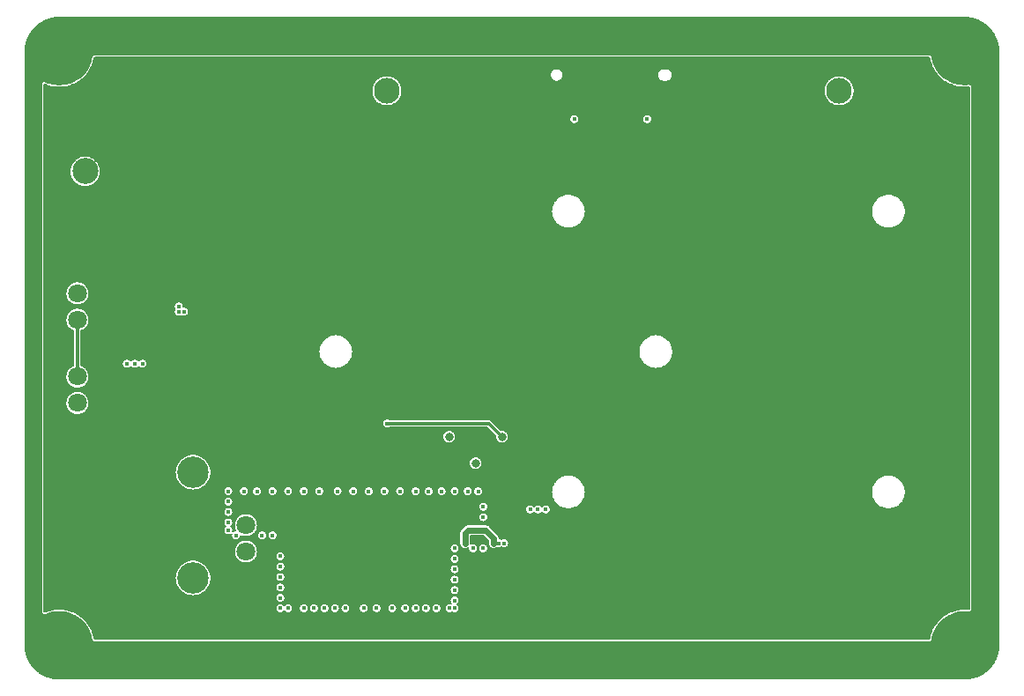
<source format=gbr>
%FSLAX46Y46*%
%MOMM*%
%ADD11C,0.300000*%
%ADD10C,0.600000*%
%AMPS16*
1,1,3.013000,0.000000,0.000000*
%
%ADD16PS16*%
%AMPS12*
1,1,2.600000,0.000000,0.000000*
%
%ADD12PS12*%
%AMPS17*
1,1,1.800000,0.000000,0.000000*
%
%ADD17PS17*%
%AMPS15*
1,1,2.470000,0.000000,0.000000*
%
%ADD15PS15*%
%AMPS13*
1,1,2.500000,0.000000,0.000000*
%
%ADD13PS13*%
%AMPS18*
1,1,1.800000,0.000000,0.000000*
%
%ADD18PS18*%
%AMPS19*
1,1,0.800000,0.000000,0.000000*
%
%ADD19PS19*%
%AMPS14*
1,1,6.450000,0.000000,0.000000*
%
%ADD14PS14*%
%AMPS20*
1,1,0.450000,0.000000,0.000000*
%
%ADD20PS20*%
G01*
%LPD*%
G36*
X90498435Y-31840000D02*
X90499664Y-31839992D01*
X90580721Y-31838996D01*
X90583171Y-31838936D01*
X90662645Y-31836010D01*
X90665099Y-31835890D01*
X90744507Y-31831011D01*
X90746954Y-31830830D01*
X90826137Y-31824011D01*
X90828579Y-31823771D01*
X90907615Y-31815006D01*
X90910051Y-31814705D01*
X90988894Y-31803997D01*
X90991322Y-31803637D01*
X91069771Y-31791014D01*
X91072189Y-31790595D01*
X91150386Y-31776036D01*
X91152793Y-31775557D01*
X91230629Y-31759079D01*
X91233023Y-31758541D01*
X91310336Y-31740181D01*
X91312718Y-31739584D01*
X91389633Y-31719311D01*
X91391998Y-31718657D01*
X91468373Y-31696509D01*
X91470722Y-31695797D01*
X91546524Y-31671783D01*
X91548854Y-31671013D01*
X91624018Y-31645155D01*
X91626329Y-31644328D01*
X91700924Y-31616600D01*
X91703213Y-31615717D01*
X91776998Y-31586210D01*
X91779266Y-31585271D01*
X91852389Y-31553926D01*
X91854633Y-31552931D01*
X91926909Y-31519826D01*
X91929128Y-31518776D01*
X92000589Y-31483898D01*
X92002781Y-31482795D01*
X92073378Y-31446167D01*
X92075543Y-31445010D01*
X92145212Y-31406664D01*
X92147347Y-31405454D01*
X92216019Y-31365431D01*
X92218124Y-31364169D01*
X92285844Y-31322441D01*
X92287918Y-31321128D01*
X92354577Y-31277761D01*
X92356617Y-31276398D01*
X92422167Y-31231426D01*
X92424173Y-31230013D01*
X92488648Y-31183411D01*
X92490620Y-31181949D01*
X92553857Y-31133835D01*
X92555792Y-31132325D01*
X92617924Y-31082598D01*
X92619822Y-31081040D01*
X92680661Y-31029848D01*
X92682518Y-31028246D01*
X92742056Y-30975601D01*
X92743876Y-30973952D01*
X92802188Y-30919782D01*
X92803964Y-30918091D01*
X92860849Y-30862586D01*
X92862586Y-30860849D01*
X92918091Y-30803964D01*
X92919782Y-30802188D01*
X92973952Y-30743876D01*
X92975601Y-30742056D01*
X93028246Y-30682518D01*
X93029848Y-30680661D01*
X93081040Y-30619822D01*
X93082598Y-30617924D01*
X93132325Y-30555792D01*
X93133835Y-30553857D01*
X93181949Y-30490620D01*
X93183411Y-30488648D01*
X93230013Y-30424173D01*
X93231426Y-30422167D01*
X93276398Y-30356617D01*
X93277761Y-30354577D01*
X93321128Y-30287918D01*
X93322441Y-30285844D01*
X93364169Y-30218124D01*
X93365431Y-30216019D01*
X93405454Y-30147347D01*
X93406664Y-30145212D01*
X93445010Y-30075543D01*
X93446167Y-30073378D01*
X93482795Y-30002781D01*
X93483898Y-30000589D01*
X93518776Y-29929128D01*
X93519826Y-29926909D01*
X93552931Y-29854633D01*
X93553926Y-29852389D01*
X93585271Y-29779266D01*
X93586210Y-29776998D01*
X93615717Y-29703213D01*
X93616600Y-29700924D01*
X93644328Y-29626329D01*
X93645155Y-29624018D01*
X93671013Y-29548854D01*
X93671783Y-29546524D01*
X93695797Y-29470722D01*
X93696509Y-29468373D01*
X93718657Y-29391998D01*
X93719311Y-29389633D01*
X93739584Y-29312718D01*
X93740181Y-29310336D01*
X93758541Y-29233023D01*
X93759079Y-29230629D01*
X93775557Y-29152793D01*
X93776036Y-29150386D01*
X93790595Y-29072189D01*
X93791014Y-29069771D01*
X93803637Y-28991322D01*
X93803997Y-28988894D01*
X93814705Y-28910051D01*
X93815006Y-28907615D01*
X93823771Y-28828579D01*
X93824011Y-28826137D01*
X93830830Y-28746954D01*
X93831011Y-28744507D01*
X93835890Y-28665099D01*
X93836010Y-28662645D01*
X93838936Y-28583171D01*
X93838996Y-28580721D01*
X93839992Y-28499664D01*
X93840000Y-28498435D01*
X93840000Y28498435D01*
X93839992Y28499664D01*
X93838996Y28580721D01*
X93838936Y28583171D01*
X93836010Y28662645D01*
X93835890Y28665099D01*
X93831011Y28744507D01*
X93830830Y28746954D01*
X93824011Y28826137D01*
X93823771Y28828579D01*
X93815006Y28907615D01*
X93814705Y28910051D01*
X93803997Y28988894D01*
X93803637Y28991322D01*
X93791014Y29069771D01*
X93790595Y29072189D01*
X93776036Y29150386D01*
X93775557Y29152793D01*
X93759079Y29230629D01*
X93758541Y29233023D01*
X93740181Y29310336D01*
X93739584Y29312718D01*
X93719311Y29389633D01*
X93718657Y29391998D01*
X93696509Y29468373D01*
X93695797Y29470722D01*
X93671783Y29546524D01*
X93671013Y29548854D01*
X93645155Y29624018D01*
X93644328Y29626329D01*
X93616600Y29700924D01*
X93615717Y29703213D01*
X93586210Y29776998D01*
X93585271Y29779266D01*
X93553926Y29852389D01*
X93552931Y29854633D01*
X93519826Y29926909D01*
X93518776Y29929128D01*
X93483898Y30000589D01*
X93482795Y30002781D01*
X93446167Y30073378D01*
X93445010Y30075543D01*
X93406664Y30145212D01*
X93405454Y30147347D01*
X93365431Y30216019D01*
X93364169Y30218124D01*
X93322441Y30285844D01*
X93321128Y30287918D01*
X93277761Y30354577D01*
X93276398Y30356617D01*
X93231426Y30422167D01*
X93230013Y30424173D01*
X93183411Y30488648D01*
X93181949Y30490620D01*
X93133835Y30553857D01*
X93132325Y30555792D01*
X93082598Y30617924D01*
X93081040Y30619822D01*
X93029848Y30680661D01*
X93028246Y30682518D01*
X92975601Y30742056D01*
X92973952Y30743876D01*
X92919782Y30802188D01*
X92918091Y30803964D01*
X92862586Y30860849D01*
X92860849Y30862586D01*
X92803964Y30918091D01*
X92802188Y30919782D01*
X92743876Y30973952D01*
X92742056Y30975601D01*
X92682518Y31028246D01*
X92680661Y31029848D01*
X92619822Y31081040D01*
X92617924Y31082598D01*
X92555792Y31132325D01*
X92553857Y31133835D01*
X92490620Y31181949D01*
X92488648Y31183411D01*
X92424173Y31230013D01*
X92422167Y31231426D01*
X92356617Y31276398D01*
X92354577Y31277761D01*
X92287918Y31321128D01*
X92285844Y31322441D01*
X92218124Y31364169D01*
X92216019Y31365431D01*
X92147347Y31405454D01*
X92145212Y31406664D01*
X92075543Y31445010D01*
X92073378Y31446167D01*
X92002781Y31482795D01*
X92000589Y31483898D01*
X91929128Y31518776D01*
X91926909Y31519826D01*
X91854633Y31552931D01*
X91852389Y31553926D01*
X91779266Y31585271D01*
X91776998Y31586210D01*
X91703213Y31615717D01*
X91700924Y31616600D01*
X91626329Y31644328D01*
X91624018Y31645155D01*
X91548854Y31671013D01*
X91546524Y31671783D01*
X91470722Y31695797D01*
X91468373Y31696509D01*
X91391998Y31718657D01*
X91389633Y31719311D01*
X91312718Y31739584D01*
X91310336Y31740181D01*
X91233023Y31758541D01*
X91230629Y31759079D01*
X91152793Y31775557D01*
X91150386Y31776036D01*
X91072189Y31790595D01*
X91069771Y31791014D01*
X90991322Y31803637D01*
X90988894Y31803997D01*
X90910051Y31814705D01*
X90907615Y31815006D01*
X90828579Y31823771D01*
X90826137Y31824011D01*
X90746954Y31830830D01*
X90744507Y31831011D01*
X90665099Y31835890D01*
X90662645Y31836010D01*
X90583171Y31838936D01*
X90580721Y31838996D01*
X90499664Y31839992D01*
X90498435Y31840000D01*
X3501564Y31840000D01*
X3500335Y31839992D01*
X3419277Y31838996D01*
X3416827Y31838936D01*
X3337353Y31836010D01*
X3334899Y31835890D01*
X3255491Y31831011D01*
X3253044Y31830830D01*
X3173861Y31824011D01*
X3171419Y31823771D01*
X3092383Y31815006D01*
X3089947Y31814705D01*
X3011104Y31803997D01*
X3008676Y31803637D01*
X2930227Y31791014D01*
X2927809Y31790595D01*
X2849612Y31776036D01*
X2847205Y31775557D01*
X2769369Y31759079D01*
X2766975Y31758541D01*
X2689662Y31740181D01*
X2687280Y31739584D01*
X2610365Y31719311D01*
X2608000Y31718657D01*
X2531625Y31696509D01*
X2529276Y31695797D01*
X2453462Y31671779D01*
X2451133Y31671009D01*
X2375993Y31645160D01*
X2373681Y31644333D01*
X2299089Y31616606D01*
X2296799Y31615722D01*
X2222968Y31586196D01*
X2220700Y31585257D01*
X2147614Y31553927D01*
X2145372Y31552933D01*
X2073102Y31519832D01*
X2070882Y31518782D01*
X1999392Y31483889D01*
X1997201Y31482787D01*
X1926637Y31446177D01*
X1924472Y31445019D01*
X1854793Y31406668D01*
X1852656Y31405458D01*
X1783966Y31365423D01*
X1781863Y31364162D01*
X1714160Y31322446D01*
X1712084Y31321132D01*
X1645420Y31277761D01*
X1643381Y31276398D01*
X1577831Y31231426D01*
X1575825Y31230013D01*
X1511350Y31183411D01*
X1509378Y31181949D01*
X1446141Y31133835D01*
X1444206Y31132325D01*
X1382074Y31082598D01*
X1380176Y31081040D01*
X1319356Y31029864D01*
X1317498Y31028261D01*
X1257906Y30975567D01*
X1256088Y30973920D01*
X1197829Y30919801D01*
X1196052Y30918108D01*
X1139149Y30862585D01*
X1137412Y30860849D01*
X1081907Y30803964D01*
X1080216Y30802188D01*
X1026046Y30743876D01*
X1024397Y30742056D01*
X971752Y30682518D01*
X970149Y30680660D01*
X918946Y30619807D01*
X917389Y30617910D01*
X867686Y30555808D01*
X866177Y30553874D01*
X818039Y30490606D01*
X816577Y30488634D01*
X769995Y30424188D01*
X768581Y30422181D01*
X723595Y30356610D01*
X722231Y30354569D01*
X678876Y30287927D01*
X677563Y30285854D01*
X635829Y30218124D01*
X634568Y30216019D01*
X594545Y30147347D01*
X593335Y30145212D01*
X554989Y30075543D01*
X553832Y30073378D01*
X517204Y30002781D01*
X516101Y30000589D01*
X481223Y29929128D01*
X480174Y29926910D01*
X447062Y29854620D01*
X446066Y29852374D01*
X414736Y29779284D01*
X413798Y29777019D01*
X384277Y29703203D01*
X383393Y29700911D01*
X355668Y29626322D01*
X354841Y29624011D01*
X328990Y29548865D01*
X328220Y29546536D01*
X304202Y29470722D01*
X303490Y29468373D01*
X281342Y29391998D01*
X280688Y29389633D01*
X260415Y29312718D01*
X259818Y29310336D01*
X241458Y29233023D01*
X240920Y29230629D01*
X224442Y29152793D01*
X223963Y29150386D01*
X209404Y29072189D01*
X208985Y29069771D01*
X196362Y28991322D01*
X196002Y28988894D01*
X185294Y28910051D01*
X184993Y28907615D01*
X176228Y28828579D01*
X175988Y28826137D01*
X169169Y28746954D01*
X168988Y28744507D01*
X164109Y28665099D01*
X163989Y28662645D01*
X161063Y28583171D01*
X161003Y28580720D01*
X160008Y28499668D01*
X160000Y28498440D01*
X160000Y-28498440D01*
X160008Y-28499668D01*
X161003Y-28580720D01*
X161063Y-28583171D01*
X163989Y-28662645D01*
X164109Y-28665099D01*
X168988Y-28744507D01*
X169169Y-28746954D01*
X175988Y-28826137D01*
X176228Y-28828579D01*
X184993Y-28907615D01*
X185294Y-28910051D01*
X196002Y-28988894D01*
X196362Y-28991322D01*
X208985Y-29069771D01*
X209404Y-29072189D01*
X223963Y-29150386D01*
X224442Y-29152793D01*
X240920Y-29230629D01*
X241458Y-29233023D01*
X259818Y-29310336D01*
X260415Y-29312718D01*
X280688Y-29389633D01*
X281342Y-29391998D01*
X303490Y-29468373D01*
X304202Y-29470722D01*
X328220Y-29546536D01*
X328990Y-29548865D01*
X354841Y-29624011D01*
X355668Y-29626322D01*
X383393Y-29700911D01*
X384277Y-29703203D01*
X413798Y-29777019D01*
X414736Y-29779284D01*
X446066Y-29852374D01*
X447062Y-29854620D01*
X480174Y-29926910D01*
X481223Y-29929128D01*
X516101Y-30000589D01*
X517204Y-30002781D01*
X553832Y-30073378D01*
X554989Y-30075543D01*
X593335Y-30145212D01*
X594545Y-30147347D01*
X634568Y-30216019D01*
X635829Y-30218124D01*
X677563Y-30285854D01*
X678876Y-30287927D01*
X722231Y-30354569D01*
X723595Y-30356610D01*
X768581Y-30422181D01*
X769995Y-30424188D01*
X816577Y-30488634D01*
X818039Y-30490606D01*
X866177Y-30553874D01*
X867686Y-30555808D01*
X917389Y-30617910D01*
X918946Y-30619807D01*
X970149Y-30680660D01*
X971752Y-30682518D01*
X1024397Y-30742056D01*
X1026046Y-30743876D01*
X1080216Y-30802188D01*
X1081907Y-30803964D01*
X1137412Y-30860849D01*
X1139149Y-30862585D01*
X1196052Y-30918108D01*
X1197829Y-30919801D01*
X1256088Y-30973920D01*
X1257906Y-30975567D01*
X1317498Y-31028261D01*
X1319356Y-31029864D01*
X1380176Y-31081040D01*
X1382074Y-31082598D01*
X1444206Y-31132325D01*
X1446141Y-31133835D01*
X1509378Y-31181949D01*
X1511350Y-31183411D01*
X1575825Y-31230013D01*
X1577831Y-31231426D01*
X1643381Y-31276398D01*
X1645420Y-31277761D01*
X1712084Y-31321132D01*
X1714160Y-31322446D01*
X1781863Y-31364162D01*
X1783966Y-31365423D01*
X1852656Y-31405458D01*
X1854793Y-31406668D01*
X1924472Y-31445019D01*
X1926637Y-31446177D01*
X1997201Y-31482787D01*
X1999392Y-31483889D01*
X2070882Y-31518782D01*
X2073102Y-31519832D01*
X2145372Y-31552933D01*
X2147614Y-31553927D01*
X2220700Y-31585257D01*
X2222968Y-31586196D01*
X2296799Y-31615722D01*
X2299089Y-31616606D01*
X2373681Y-31644333D01*
X2375993Y-31645160D01*
X2451133Y-31671009D01*
X2453462Y-31671779D01*
X2529276Y-31695797D01*
X2531625Y-31696509D01*
X2608000Y-31718657D01*
X2610365Y-31719311D01*
X2687280Y-31739584D01*
X2689662Y-31740181D01*
X2766975Y-31758541D01*
X2769369Y-31759079D01*
X2847205Y-31775557D01*
X2849612Y-31776036D01*
X2927809Y-31790595D01*
X2930227Y-31791014D01*
X3008676Y-31803637D01*
X3011104Y-31803997D01*
X3089947Y-31814705D01*
X3092383Y-31815006D01*
X3171419Y-31823771D01*
X3173861Y-31824011D01*
X3253044Y-31830830D01*
X3255491Y-31831011D01*
X3334899Y-31835890D01*
X3337353Y-31836010D01*
X3416827Y-31838936D01*
X3419277Y-31838996D01*
X3500335Y-31839992D01*
X3501564Y-31840000D01*
X90498435Y-31840000D01*
D02*
G37*
%LPC*%
G36*
X87069837Y-28155000D02*
X6927925Y-28155000D01*
X6905253Y-28153743D01*
X6893788Y-28152468D01*
X6832599Y-28135776D01*
X6806824Y-28124208D01*
X6785358Y-28112569D01*
X6749002Y-28082118D01*
X6728742Y-28060294D01*
X6713518Y-28041207D01*
X6691921Y-27998996D01*
X6682206Y-27972179D01*
X6672173Y-27932461D01*
X6664313Y-27879470D01*
X6663475Y-27874642D01*
X6661986Y-27867153D01*
X6660909Y-27862356D01*
X6588249Y-27572284D01*
X6586941Y-27567556D01*
X6584735Y-27560283D01*
X6583194Y-27555620D01*
X6482450Y-27274060D01*
X6480687Y-27269487D01*
X6477779Y-27262465D01*
X6475787Y-27257971D01*
X6347917Y-26987615D01*
X6345711Y-26983232D01*
X6342140Y-26976551D01*
X6339720Y-26972280D01*
X6185966Y-26715755D01*
X6183339Y-26711607D01*
X6179128Y-26705305D01*
X6176303Y-26701293D01*
X5998147Y-26461079D01*
X5995131Y-26457214D01*
X5990315Y-26451345D01*
X5987105Y-26447624D01*
X5786274Y-26226041D01*
X5782890Y-26222486D01*
X5777514Y-26217110D01*
X5773959Y-26213726D01*
X5552376Y-26012895D01*
X5548655Y-26009685D01*
X5542786Y-26004869D01*
X5538921Y-26001853D01*
X5298707Y-25823697D01*
X5294695Y-25820872D01*
X5288393Y-25816661D01*
X5284245Y-25814034D01*
X5027720Y-25660280D01*
X5023449Y-25657860D01*
X5016768Y-25654289D01*
X5012385Y-25652083D01*
X4742029Y-25524213D01*
X4737535Y-25522221D01*
X4730513Y-25519313D01*
X4725940Y-25517550D01*
X4444380Y-25416806D01*
X4439717Y-25415265D01*
X4432444Y-25413059D01*
X4427716Y-25411751D01*
X4137638Y-25339090D01*
X4132858Y-25338016D01*
X4125381Y-25336528D01*
X4120536Y-25335687D01*
X3824718Y-25291808D01*
X3819861Y-25291209D01*
X3812318Y-25290465D01*
X3807409Y-25290102D01*
X3508692Y-25275427D01*
X3503785Y-25275307D01*
X3496215Y-25275307D01*
X3491308Y-25275427D01*
X3192591Y-25290102D01*
X3187682Y-25290465D01*
X3180139Y-25291209D01*
X3175282Y-25291808D01*
X2879464Y-25335687D01*
X2874619Y-25336528D01*
X2867142Y-25338016D01*
X2862362Y-25339090D01*
X2572284Y-25411751D01*
X2567556Y-25413059D01*
X2560283Y-25415265D01*
X2555620Y-25416806D01*
X2274073Y-25517545D01*
X2269487Y-25519314D01*
X2262451Y-25522229D01*
X2257971Y-25524215D01*
X2213668Y-25545168D01*
X2174137Y-25559121D01*
X2143308Y-25566562D01*
X2118283Y-25570589D01*
X2071019Y-25568550D01*
X2041661Y-25563557D01*
X2017969Y-25557673D01*
X1975143Y-25537312D01*
X1950052Y-25521261D01*
X1930532Y-25506602D01*
X1899040Y-25471151D01*
X1882200Y-25446589D01*
X1869943Y-25425476D01*
X1854772Y-25380550D01*
X1849098Y-25352605D01*
X1845000Y-25311831D01*
X1845000Y25311721D01*
X1849287Y25353409D01*
X1855739Y25384449D01*
X1862806Y25408815D01*
X1884855Y25450663D01*
X1901921Y25475068D01*
X1917371Y25493969D01*
X1954090Y25523981D01*
X1979318Y25539793D01*
X2000917Y25551172D01*
X2046437Y25564486D01*
X2075827Y25569205D01*
X2100158Y25571259D01*
X2147262Y25565765D01*
X2174957Y25558945D01*
X2213557Y25545221D01*
X2257971Y25524215D01*
X2262451Y25522229D01*
X2269487Y25519314D01*
X2274073Y25517545D01*
X2555620Y25416806D01*
X2560283Y25415265D01*
X2567556Y25413059D01*
X2572284Y25411751D01*
X2862362Y25339090D01*
X2867142Y25338016D01*
X2874619Y25336528D01*
X2879464Y25335687D01*
X3175282Y25291808D01*
X3180139Y25291209D01*
X3187682Y25290465D01*
X3192591Y25290102D01*
X3491308Y25275427D01*
X3496215Y25275307D01*
X3503785Y25275307D01*
X3508692Y25275427D01*
X3807409Y25290102D01*
X3812318Y25290465D01*
X3819861Y25291209D01*
X3824718Y25291808D01*
X4120536Y25335687D01*
X4125381Y25336528D01*
X4132858Y25338016D01*
X4137638Y25339090D01*
X4427716Y25411751D01*
X4432444Y25413059D01*
X4439717Y25415265D01*
X4444380Y25416806D01*
X4725940Y25517550D01*
X4730513Y25519313D01*
X4737535Y25522221D01*
X4742029Y25524213D01*
X5012385Y25652083D01*
X5016768Y25654289D01*
X5023449Y25657860D01*
X5027720Y25660280D01*
X5284245Y25814034D01*
X5288393Y25816661D01*
X5294695Y25820872D01*
X5298707Y25823697D01*
X5538921Y26001853D01*
X5542786Y26004869D01*
X5548655Y26009685D01*
X5552376Y26012895D01*
X5773959Y26213726D01*
X5777514Y26217110D01*
X5782890Y26222486D01*
X5786274Y26226041D01*
X5987105Y26447624D01*
X5990315Y26451345D01*
X5995131Y26457214D01*
X5998147Y26461079D01*
X6176303Y26701293D01*
X6179128Y26705305D01*
X6183339Y26711607D01*
X6185966Y26715755D01*
X6339720Y26972280D01*
X6342140Y26976551D01*
X6345711Y26983232D01*
X6347917Y26987615D01*
X6475787Y27257971D01*
X6477779Y27262465D01*
X6480687Y27269487D01*
X6482450Y27274060D01*
X6583194Y27555620D01*
X6584735Y27560283D01*
X6586941Y27567556D01*
X6588249Y27572284D01*
X6660909Y27862356D01*
X6661986Y27867153D01*
X6663475Y27874642D01*
X6664313Y27879470D01*
X6672503Y27934681D01*
X6677067Y27956898D01*
X6680015Y27968067D01*
X6705500Y28026136D01*
X6720733Y28049948D01*
X6735392Y28069468D01*
X6770843Y28100960D01*
X6795405Y28117800D01*
X6816518Y28130057D01*
X6861444Y28145228D01*
X6889389Y28150902D01*
X6930163Y28155000D01*
X87072075Y28155000D01*
X87094747Y28153743D01*
X87106212Y28152468D01*
X87167401Y28135776D01*
X87193176Y28124208D01*
X87214642Y28112569D01*
X87250998Y28082118D01*
X87271258Y28060294D01*
X87286482Y28041207D01*
X87308079Y27998996D01*
X87317794Y27972179D01*
X87327827Y27932461D01*
X87335687Y27879470D01*
X87336525Y27874642D01*
X87338014Y27867153D01*
X87339091Y27862356D01*
X87411751Y27572284D01*
X87413059Y27567556D01*
X87415265Y27560283D01*
X87416806Y27555620D01*
X87517550Y27274060D01*
X87519313Y27269487D01*
X87522221Y27262465D01*
X87524213Y27257971D01*
X87652083Y26987615D01*
X87654289Y26983232D01*
X87657860Y26976551D01*
X87660280Y26972280D01*
X87814034Y26715755D01*
X87816661Y26711607D01*
X87820872Y26705305D01*
X87823697Y26701293D01*
X88001853Y26461079D01*
X88004869Y26457214D01*
X88009685Y26451345D01*
X88012895Y26447624D01*
X88213726Y26226041D01*
X88217110Y26222486D01*
X88222486Y26217110D01*
X88226041Y26213726D01*
X88447624Y26012895D01*
X88451345Y26009685D01*
X88457214Y26004869D01*
X88461079Y26001853D01*
X88701293Y25823697D01*
X88705305Y25820872D01*
X88711607Y25816661D01*
X88715755Y25814034D01*
X88972280Y25660280D01*
X88976551Y25657860D01*
X88983232Y25654289D01*
X88987615Y25652083D01*
X89257971Y25524213D01*
X89262465Y25522221D01*
X89269487Y25519313D01*
X89274060Y25517550D01*
X89555620Y25416806D01*
X89560283Y25415265D01*
X89567556Y25413059D01*
X89572284Y25411751D01*
X89862362Y25339090D01*
X89867142Y25338016D01*
X89874619Y25336528D01*
X89879464Y25335687D01*
X90175282Y25291808D01*
X90180139Y25291209D01*
X90187682Y25290465D01*
X90192591Y25290102D01*
X90491308Y25275427D01*
X90496215Y25275307D01*
X90503785Y25275307D01*
X90508692Y25275427D01*
X90807419Y25290103D01*
X90812318Y25290465D01*
X90819848Y25291207D01*
X90824714Y25291807D01*
X90856199Y25296477D01*
X90908880Y25297438D01*
X90948013Y25293086D01*
X90983350Y25285384D01*
X91024857Y25265650D01*
X91049948Y25249599D01*
X91069468Y25234940D01*
X91100960Y25199489D01*
X91117800Y25174927D01*
X91130057Y25153814D01*
X91145228Y25108888D01*
X91150902Y25080943D01*
X91155000Y25040169D01*
X91155000Y-25038725D01*
X91148221Y-25090977D01*
X91138171Y-25129060D01*
X91125372Y-25162871D01*
X91099755Y-25201045D01*
X91080212Y-25223490D01*
X91062838Y-25240658D01*
X91023146Y-25266610D01*
X90996384Y-25279662D01*
X90973701Y-25288689D01*
X90927033Y-25297105D01*
X90898559Y-25298618D01*
X90857629Y-25296689D01*
X90824714Y-25291807D01*
X90819848Y-25291207D01*
X90812318Y-25290465D01*
X90807419Y-25290103D01*
X90508692Y-25275427D01*
X90503785Y-25275307D01*
X90496215Y-25275307D01*
X90491308Y-25275427D01*
X90192591Y-25290102D01*
X90187682Y-25290465D01*
X90180139Y-25291209D01*
X90175282Y-25291808D01*
X89879464Y-25335687D01*
X89874619Y-25336528D01*
X89867142Y-25338016D01*
X89862362Y-25339090D01*
X89572284Y-25411751D01*
X89567556Y-25413059D01*
X89560283Y-25415265D01*
X89555620Y-25416806D01*
X89274060Y-25517550D01*
X89269487Y-25519313D01*
X89262465Y-25522221D01*
X89257971Y-25524213D01*
X88987615Y-25652083D01*
X88983232Y-25654289D01*
X88976551Y-25657860D01*
X88972280Y-25660280D01*
X88715755Y-25814034D01*
X88711607Y-25816661D01*
X88705305Y-25820872D01*
X88701293Y-25823697D01*
X88461079Y-26001853D01*
X88457214Y-26004869D01*
X88451345Y-26009685D01*
X88447624Y-26012895D01*
X88226041Y-26213726D01*
X88222486Y-26217110D01*
X88217110Y-26222486D01*
X88213726Y-26226041D01*
X88012895Y-26447624D01*
X88009685Y-26451345D01*
X88004869Y-26457214D01*
X88001853Y-26461079D01*
X87823697Y-26701293D01*
X87820872Y-26705305D01*
X87816661Y-26711607D01*
X87814034Y-26715755D01*
X87660280Y-26972280D01*
X87657860Y-26976551D01*
X87654289Y-26983232D01*
X87652083Y-26987615D01*
X87524213Y-27257971D01*
X87522221Y-27262465D01*
X87519313Y-27269487D01*
X87517550Y-27274060D01*
X87416806Y-27555620D01*
X87415265Y-27560283D01*
X87413059Y-27567556D01*
X87411751Y-27572284D01*
X87339091Y-27862356D01*
X87338014Y-27867153D01*
X87336525Y-27874642D01*
X87335687Y-27879470D01*
X87327497Y-27934681D01*
X87322933Y-27956898D01*
X87319985Y-27968067D01*
X87294500Y-28026136D01*
X87279267Y-28049948D01*
X87264608Y-28069468D01*
X87229157Y-28100960D01*
X87204595Y-28117800D01*
X87183482Y-28130057D01*
X87138556Y-28145228D01*
X87110611Y-28150902D01*
X87069837Y-28155000D01*
D02*
G37*
%LPD*%
G36*
X87074852Y-28000000D02*
X87113856Y-27992080D01*
X87146681Y-27969575D01*
X87168129Y-27936048D01*
X87173770Y-27914672D01*
X87183285Y-27850524D01*
X87187212Y-27830779D01*
X87262917Y-27528550D01*
X87268757Y-27509298D01*
X87373718Y-27215950D01*
X87381422Y-27197352D01*
X87514636Y-26915696D01*
X87524119Y-26897954D01*
X87684298Y-26630711D01*
X87695477Y-26613979D01*
X87881082Y-26363721D01*
X87893846Y-26348169D01*
X88103078Y-26117316D01*
X88117316Y-26103078D01*
X88348169Y-25893846D01*
X88363721Y-25881082D01*
X88613979Y-25695477D01*
X88630711Y-25684298D01*
X88897954Y-25524119D01*
X88915696Y-25514636D01*
X89197352Y-25381422D01*
X89215950Y-25373718D01*
X89509298Y-25268757D01*
X89528550Y-25262917D01*
X89830779Y-25187212D01*
X89850522Y-25183285D01*
X90158738Y-25137566D01*
X90178725Y-25135597D01*
X90489951Y-25120307D01*
X90510049Y-25120307D01*
X90821275Y-25135597D01*
X90841265Y-25137566D01*
X90885328Y-25144102D01*
X90925071Y-25141990D01*
X90960844Y-25124544D01*
X90986978Y-25094528D01*
X91000000Y-25045184D01*
X91000000Y25045184D01*
X90992080Y25084188D01*
X90969575Y25117013D01*
X90936048Y25138461D01*
X90885328Y25144102D01*
X90841265Y25137566D01*
X90821275Y25135597D01*
X90510049Y25120307D01*
X90489951Y25120307D01*
X90178725Y25135597D01*
X90158738Y25137566D01*
X89850522Y25183285D01*
X89830779Y25187212D01*
X89528550Y25262917D01*
X89509298Y25268757D01*
X89215950Y25373718D01*
X89197352Y25381422D01*
X88915696Y25514636D01*
X88897954Y25524119D01*
X88630711Y25684298D01*
X88613979Y25695477D01*
X88363721Y25881082D01*
X88348169Y25893846D01*
X88117316Y26103078D01*
X88103078Y26117316D01*
X87893846Y26348169D01*
X87881082Y26363721D01*
X87695477Y26613979D01*
X87684298Y26630711D01*
X87524119Y26897954D01*
X87514636Y26915696D01*
X87381422Y27197352D01*
X87373718Y27215950D01*
X87268757Y27509298D01*
X87262917Y27528550D01*
X87187212Y27830779D01*
X87183285Y27850524D01*
X87173770Y27914672D01*
X87160213Y27952092D01*
X87133135Y27981260D01*
X87096824Y27997556D01*
X87074852Y28000000D01*
X6925148Y28000000D01*
X6886144Y27992080D01*
X6853319Y27969575D01*
X6831871Y27936048D01*
X6826230Y27914672D01*
X6816715Y27850524D01*
X6812788Y27830779D01*
X6737083Y27528550D01*
X6731243Y27509298D01*
X6626282Y27215950D01*
X6618578Y27197352D01*
X6485364Y26915696D01*
X6475881Y26897954D01*
X6315702Y26630711D01*
X6304523Y26613979D01*
X6118918Y26363721D01*
X6106154Y26348169D01*
X5896922Y26117316D01*
X5882684Y26103078D01*
X5651831Y25893846D01*
X5636279Y25881082D01*
X5386021Y25695477D01*
X5369289Y25684298D01*
X5102046Y25524119D01*
X5084304Y25514636D01*
X4802648Y25381422D01*
X4784050Y25373718D01*
X4490702Y25268757D01*
X4471450Y25262917D01*
X4169221Y25187212D01*
X4149478Y25183285D01*
X3841262Y25137566D01*
X3821275Y25135597D01*
X3510049Y25120307D01*
X3489951Y25120307D01*
X3178725Y25135597D01*
X3158738Y25137566D01*
X2850522Y25183285D01*
X2830779Y25187212D01*
X2528550Y25262917D01*
X2509298Y25268757D01*
X2215950Y25373718D01*
X2197360Y25381419D01*
X2142756Y25407245D01*
X2104111Y25416761D01*
X2064815Y25410451D01*
X2031092Y25389314D01*
X2008284Y25356698D01*
X2000000Y25316846D01*
X2000000Y-25316846D01*
X2007920Y-25355850D01*
X2030425Y-25388675D01*
X2063952Y-25410123D01*
X2103188Y-25416795D01*
X2142756Y-25407245D01*
X2197360Y-25381419D01*
X2215950Y-25373718D01*
X2509298Y-25268757D01*
X2528550Y-25262917D01*
X2830779Y-25187212D01*
X2850522Y-25183285D01*
X3158738Y-25137566D01*
X3178725Y-25135597D01*
X3489951Y-25120307D01*
X3510049Y-25120307D01*
X3821275Y-25135597D01*
X3841262Y-25137566D01*
X4149478Y-25183285D01*
X4169221Y-25187212D01*
X4471450Y-25262917D01*
X4490702Y-25268757D01*
X4784050Y-25373718D01*
X4802648Y-25381422D01*
X5084304Y-25514636D01*
X5102046Y-25524119D01*
X5369289Y-25684298D01*
X5386021Y-25695477D01*
X5636279Y-25881082D01*
X5651831Y-25893846D01*
X5882684Y-26103078D01*
X5896922Y-26117316D01*
X6106154Y-26348169D01*
X6118918Y-26363721D01*
X6304523Y-26613979D01*
X6315702Y-26630711D01*
X6475881Y-26897954D01*
X6485364Y-26915696D01*
X6618578Y-27197352D01*
X6626282Y-27215950D01*
X6731243Y-27509298D01*
X6737083Y-27528550D01*
X6812788Y-27830779D01*
X6816715Y-27850524D01*
X6826230Y-27914672D01*
X6839787Y-27952092D01*
X6866865Y-27981260D01*
X6903176Y-27997556D01*
X6925148Y-28000000D01*
X87074852Y-28000000D01*
D02*
G37*
%LPC*%
G36*
X61799420Y25695000D02*
X61600580Y25695000D01*
X61595629Y25695061D01*
X61577777Y25695499D01*
X61567763Y25695992D01*
X61550608Y25697258D01*
X61540586Y25698245D01*
X61523565Y25700344D01*
X61513596Y25701822D01*
X61496672Y25704758D01*
X61486824Y25706717D01*
X61470020Y25710491D01*
X61460314Y25712923D01*
X61443702Y25717520D01*
X61434112Y25720428D01*
X61417761Y25725830D01*
X61408324Y25729208D01*
X61392297Y25735390D01*
X61382982Y25739248D01*
X61367300Y25746199D01*
X61358197Y25750504D01*
X61342856Y25758226D01*
X61333983Y25762970D01*
X61319022Y25771445D01*
X61310378Y25776625D01*
X61295895Y25785797D01*
X61287496Y25791408D01*
X61273506Y25801261D01*
X61265394Y25807277D01*
X61251861Y25817839D01*
X61244066Y25824236D01*
X61231060Y25835455D01*
X61223606Y25842213D01*
X61211176Y25854047D01*
X61204047Y25861176D01*
X61192213Y25873606D01*
X61185455Y25881060D01*
X61174236Y25894066D01*
X61167839Y25901861D01*
X61157277Y25915394D01*
X61151261Y25923506D01*
X61141408Y25937496D01*
X61135797Y25945895D01*
X61126625Y25960378D01*
X61121445Y25969022D01*
X61112970Y25983983D01*
X61108226Y25992856D01*
X61100504Y26008197D01*
X61096199Y26017300D01*
X61089248Y26032982D01*
X61085390Y26042297D01*
X61079208Y26058324D01*
X61075830Y26067761D01*
X61070428Y26084112D01*
X61067520Y26093702D01*
X61062923Y26110314D01*
X61060491Y26120020D01*
X61056717Y26136824D01*
X61054758Y26146672D01*
X61051822Y26163596D01*
X61050344Y26173565D01*
X61048245Y26190586D01*
X61047258Y26200608D01*
X61045992Y26217763D01*
X61045499Y26227777D01*
X61045077Y26244973D01*
X61045077Y26255027D01*
X61045499Y26272223D01*
X61045992Y26282237D01*
X61047258Y26299392D01*
X61048245Y26309414D01*
X61050344Y26326435D01*
X61051822Y26336404D01*
X61054758Y26353328D01*
X61056717Y26363176D01*
X61060491Y26379980D01*
X61062923Y26389686D01*
X61067520Y26406298D01*
X61070428Y26415888D01*
X61075830Y26432239D01*
X61079208Y26441676D01*
X61085390Y26457703D01*
X61089248Y26467018D01*
X61096199Y26482700D01*
X61100504Y26491803D01*
X61108226Y26507144D01*
X61112970Y26516017D01*
X61121445Y26530978D01*
X61126625Y26539622D01*
X61135797Y26554105D01*
X61141408Y26562504D01*
X61151261Y26576494D01*
X61157277Y26584606D01*
X61167839Y26598139D01*
X61174236Y26605934D01*
X61185455Y26618940D01*
X61192213Y26626394D01*
X61204047Y26638824D01*
X61211176Y26645953D01*
X61223606Y26657787D01*
X61231060Y26664545D01*
X61244066Y26675764D01*
X61251861Y26682161D01*
X61265394Y26692723D01*
X61273506Y26698739D01*
X61287496Y26708592D01*
X61295895Y26714203D01*
X61310378Y26723375D01*
X61319022Y26728555D01*
X61333983Y26737030D01*
X61342856Y26741774D01*
X61358197Y26749496D01*
X61367300Y26753801D01*
X61382982Y26760752D01*
X61392297Y26764610D01*
X61408324Y26770792D01*
X61417761Y26774170D01*
X61434112Y26779572D01*
X61443702Y26782480D01*
X61460314Y26787077D01*
X61470020Y26789509D01*
X61486824Y26793283D01*
X61496672Y26795242D01*
X61513596Y26798178D01*
X61523565Y26799656D01*
X61540586Y26801755D01*
X61550608Y26802742D01*
X61567763Y26804008D01*
X61577777Y26804501D01*
X61595629Y26804939D01*
X61600580Y26805000D01*
X61799420Y26805000D01*
X61804371Y26804939D01*
X61822223Y26804501D01*
X61832237Y26804008D01*
X61849392Y26802742D01*
X61859414Y26801755D01*
X61876435Y26799656D01*
X61886404Y26798178D01*
X61903328Y26795242D01*
X61913176Y26793283D01*
X61929980Y26789509D01*
X61939686Y26787077D01*
X61956298Y26782480D01*
X61965888Y26779572D01*
X61982239Y26774170D01*
X61991676Y26770792D01*
X62007703Y26764610D01*
X62017018Y26760752D01*
X62032700Y26753801D01*
X62041803Y26749496D01*
X62057144Y26741774D01*
X62066017Y26737030D01*
X62080978Y26728555D01*
X62089622Y26723375D01*
X62104105Y26714203D01*
X62112504Y26708592D01*
X62126494Y26698739D01*
X62134606Y26692723D01*
X62148139Y26682161D01*
X62155934Y26675764D01*
X62168940Y26664545D01*
X62176394Y26657787D01*
X62188824Y26645953D01*
X62195953Y26638824D01*
X62207787Y26626394D01*
X62214545Y26618940D01*
X62225764Y26605934D01*
X62232161Y26598139D01*
X62242723Y26584606D01*
X62248739Y26576494D01*
X62258592Y26562504D01*
X62264203Y26554105D01*
X62273375Y26539622D01*
X62278555Y26530978D01*
X62287030Y26516017D01*
X62291774Y26507144D01*
X62299496Y26491803D01*
X62303801Y26482700D01*
X62310752Y26467018D01*
X62314610Y26457703D01*
X62320792Y26441676D01*
X62324170Y26432239D01*
X62329572Y26415888D01*
X62332480Y26406298D01*
X62337077Y26389686D01*
X62339509Y26379980D01*
X62343283Y26363176D01*
X62345242Y26353328D01*
X62348178Y26336404D01*
X62349656Y26326435D01*
X62351755Y26309414D01*
X62352742Y26299392D01*
X62354008Y26282237D01*
X62354501Y26272223D01*
X62354923Y26255027D01*
X62354923Y26244973D01*
X62354501Y26227777D01*
X62354008Y26217763D01*
X62352742Y26200608D01*
X62351755Y26190586D01*
X62349656Y26173565D01*
X62348178Y26163596D01*
X62345242Y26146672D01*
X62343283Y26136824D01*
X62339509Y26120020D01*
X62337077Y26110314D01*
X62332480Y26093702D01*
X62329572Y26084112D01*
X62324170Y26067761D01*
X62320792Y26058324D01*
X62314610Y26042297D01*
X62310752Y26032982D01*
X62303801Y26017300D01*
X62299496Y26008197D01*
X62291774Y25992856D01*
X62287030Y25983983D01*
X62278555Y25969022D01*
X62273375Y25960378D01*
X62264203Y25945895D01*
X62258592Y25937496D01*
X62248739Y25923506D01*
X62242723Y25915394D01*
X62232161Y25901861D01*
X62225764Y25894066D01*
X62214545Y25881060D01*
X62207787Y25873606D01*
X62195953Y25861176D01*
X62188824Y25854047D01*
X62176394Y25842213D01*
X62168940Y25835455D01*
X62155934Y25824236D01*
X62148139Y25817839D01*
X62134606Y25807277D01*
X62126494Y25801261D01*
X62112504Y25791408D01*
X62104105Y25785797D01*
X62089622Y25776625D01*
X62080978Y25771445D01*
X62066017Y25762970D01*
X62057144Y25758226D01*
X62041803Y25750504D01*
X62032700Y25746199D01*
X62017018Y25739248D01*
X62007703Y25735390D01*
X61991676Y25729208D01*
X61982239Y25725830D01*
X61965888Y25720428D01*
X61956298Y25717520D01*
X61939686Y25712923D01*
X61929980Y25710491D01*
X61913176Y25706717D01*
X61903328Y25704758D01*
X61886404Y25701822D01*
X61876435Y25700344D01*
X61859414Y25698245D01*
X61849392Y25697258D01*
X61832237Y25695992D01*
X61822223Y25695499D01*
X61804371Y25695061D01*
X61799420Y25695000D01*
D02*
G37*
%LPC*%
G36*
X51310071Y25695307D02*
X51289929Y25695307D01*
X51255638Y25696992D01*
X51235635Y25698963D01*
X51201657Y25704002D01*
X51181917Y25707929D01*
X51148606Y25716273D01*
X51129352Y25722113D01*
X51097017Y25733683D01*
X51078436Y25741380D01*
X51047403Y25756057D01*
X51029642Y25765551D01*
X51000198Y25783199D01*
X50983459Y25794385D01*
X50955888Y25814832D01*
X50940327Y25827602D01*
X50914890Y25850657D01*
X50900657Y25864890D01*
X50877602Y25890327D01*
X50864832Y25905888D01*
X50844385Y25933459D01*
X50833199Y25950198D01*
X50815551Y25979642D01*
X50806057Y25997403D01*
X50791380Y26028436D01*
X50783683Y26047017D01*
X50772113Y26079352D01*
X50766273Y26098606D01*
X50757929Y26131917D01*
X50754002Y26151657D01*
X50748963Y26185635D01*
X50746992Y26205638D01*
X50745307Y26239929D01*
X50745307Y26260071D01*
X50746992Y26294362D01*
X50748963Y26314365D01*
X50754002Y26348343D01*
X50757929Y26368083D01*
X50766273Y26401394D01*
X50772113Y26420648D01*
X50783683Y26452983D01*
X50791380Y26471564D01*
X50806057Y26502597D01*
X50815551Y26520358D01*
X50833199Y26549802D01*
X50844385Y26566541D01*
X50864832Y26594112D01*
X50877602Y26609673D01*
X50900654Y26635107D01*
X50914890Y26649343D01*
X50940327Y26672398D01*
X50955888Y26685168D01*
X50983459Y26705615D01*
X51000198Y26716801D01*
X51029642Y26734449D01*
X51047403Y26743943D01*
X51078436Y26758620D01*
X51097017Y26766317D01*
X51129352Y26777887D01*
X51148606Y26783727D01*
X51181917Y26792071D01*
X51201657Y26795998D01*
X51235635Y26801037D01*
X51255638Y26803008D01*
X51289929Y26804693D01*
X51310071Y26804693D01*
X51344362Y26803008D01*
X51364365Y26801037D01*
X51398343Y26795998D01*
X51418083Y26792071D01*
X51451394Y26783727D01*
X51470648Y26777887D01*
X51502983Y26766317D01*
X51521564Y26758620D01*
X51552597Y26743943D01*
X51570358Y26734449D01*
X51599802Y26716801D01*
X51616541Y26705615D01*
X51644112Y26685168D01*
X51659673Y26672398D01*
X51685110Y26649343D01*
X51699346Y26635107D01*
X51722398Y26609673D01*
X51735168Y26594112D01*
X51755615Y26566541D01*
X51766801Y26549802D01*
X51784449Y26520358D01*
X51793943Y26502597D01*
X51808620Y26471564D01*
X51816317Y26452983D01*
X51827887Y26420648D01*
X51833727Y26401394D01*
X51842071Y26368083D01*
X51845998Y26348343D01*
X51851037Y26314365D01*
X51853008Y26294362D01*
X51854693Y26260071D01*
X51854693Y26239929D01*
X51853008Y26205638D01*
X51851037Y26185635D01*
X51845998Y26151657D01*
X51842071Y26131917D01*
X51833727Y26098606D01*
X51827887Y26079352D01*
X51816317Y26047017D01*
X51808620Y26028436D01*
X51793943Y25997403D01*
X51784449Y25979642D01*
X51766801Y25950198D01*
X51755615Y25933459D01*
X51735168Y25905888D01*
X51722398Y25890327D01*
X51699343Y25864890D01*
X51685110Y25850657D01*
X51659673Y25827602D01*
X51644112Y25814832D01*
X51616541Y25794385D01*
X51599802Y25783199D01*
X51570358Y25765551D01*
X51552597Y25756057D01*
X51521564Y25741380D01*
X51502983Y25733683D01*
X51470648Y25722113D01*
X51451394Y25716273D01*
X51418083Y25707929D01*
X51398343Y25704002D01*
X51364365Y25698963D01*
X51344362Y25696992D01*
X51310071Y25695307D01*
D02*
G37*
%LPC*%
G36*
X78445049Y23350307D02*
X78424951Y23350307D01*
X78308776Y23356014D01*
X78288795Y23357983D01*
X78173736Y23375051D01*
X78154023Y23378972D01*
X78041218Y23407228D01*
X78021966Y23413068D01*
X77912484Y23452241D01*
X77893905Y23459937D01*
X77788767Y23509664D01*
X77771034Y23519143D01*
X77671296Y23578923D01*
X77654564Y23590102D01*
X77561151Y23659382D01*
X77545623Y23672127D01*
X77459458Y23750222D01*
X77445222Y23764458D01*
X77367127Y23850623D01*
X77354382Y23866151D01*
X77285102Y23959564D01*
X77273923Y23976296D01*
X77214143Y24076034D01*
X77204664Y24093767D01*
X77154937Y24198905D01*
X77147241Y24217484D01*
X77108068Y24326966D01*
X77102228Y24346218D01*
X77073972Y24459023D01*
X77070051Y24478736D01*
X77052983Y24593795D01*
X77051014Y24613776D01*
X77045307Y24729951D01*
X77045307Y24750049D01*
X77051014Y24866224D01*
X77052983Y24886205D01*
X77070051Y25001264D01*
X77073972Y25020977D01*
X77102228Y25133782D01*
X77108068Y25153034D01*
X77147241Y25262516D01*
X77154937Y25281095D01*
X77204664Y25386233D01*
X77214143Y25403966D01*
X77273923Y25503704D01*
X77285102Y25520436D01*
X77354382Y25613849D01*
X77367127Y25629377D01*
X77445222Y25715542D01*
X77459458Y25729778D01*
X77545623Y25807873D01*
X77561151Y25820618D01*
X77654564Y25889898D01*
X77671296Y25901077D01*
X77771034Y25960857D01*
X77788767Y25970336D01*
X77893905Y26020063D01*
X77912484Y26027759D01*
X78021966Y26066932D01*
X78041218Y26072772D01*
X78154023Y26101028D01*
X78173736Y26104949D01*
X78288795Y26122017D01*
X78308776Y26123986D01*
X78424951Y26129693D01*
X78445049Y26129693D01*
X78561224Y26123986D01*
X78581205Y26122017D01*
X78696264Y26104949D01*
X78715977Y26101028D01*
X78828782Y26072772D01*
X78848034Y26066932D01*
X78957516Y26027759D01*
X78976095Y26020063D01*
X79081233Y25970336D01*
X79098966Y25960857D01*
X79198704Y25901077D01*
X79215436Y25889898D01*
X79308849Y25820618D01*
X79324377Y25807873D01*
X79410542Y25729778D01*
X79424778Y25715542D01*
X79502873Y25629377D01*
X79515618Y25613849D01*
X79584898Y25520436D01*
X79596077Y25503704D01*
X79655857Y25403966D01*
X79665336Y25386233D01*
X79715063Y25281095D01*
X79722759Y25262516D01*
X79761932Y25153034D01*
X79767772Y25133782D01*
X79796028Y25020977D01*
X79799949Y25001264D01*
X79817017Y24886205D01*
X79818986Y24866224D01*
X79824693Y24750049D01*
X79824693Y24729951D01*
X79818986Y24613776D01*
X79817017Y24593795D01*
X79799949Y24478736D01*
X79796028Y24459023D01*
X79767772Y24346218D01*
X79761932Y24326966D01*
X79722759Y24217484D01*
X79715063Y24198905D01*
X79665336Y24093767D01*
X79655857Y24076034D01*
X79596077Y23976296D01*
X79584898Y23959564D01*
X79515618Y23866151D01*
X79502873Y23850623D01*
X79424778Y23764458D01*
X79410542Y23750222D01*
X79324377Y23672127D01*
X79308849Y23659382D01*
X79215436Y23590102D01*
X79198704Y23578923D01*
X79098966Y23519143D01*
X79081233Y23509664D01*
X78976095Y23459937D01*
X78957516Y23452241D01*
X78848034Y23413068D01*
X78828782Y23407228D01*
X78715977Y23378972D01*
X78696264Y23375051D01*
X78581205Y23357983D01*
X78561224Y23356014D01*
X78445049Y23350307D01*
D02*
G37*
%LPC*%
G36*
X34995049Y23350307D02*
X34974951Y23350307D01*
X34858776Y23356014D01*
X34838795Y23357983D01*
X34723736Y23375051D01*
X34704023Y23378972D01*
X34591218Y23407228D01*
X34571966Y23413068D01*
X34462484Y23452241D01*
X34443905Y23459937D01*
X34338767Y23509664D01*
X34321034Y23519143D01*
X34221296Y23578923D01*
X34204564Y23590102D01*
X34111151Y23659382D01*
X34095623Y23672127D01*
X34009458Y23750222D01*
X33995222Y23764458D01*
X33917127Y23850623D01*
X33904382Y23866151D01*
X33835102Y23959564D01*
X33823923Y23976296D01*
X33764143Y24076034D01*
X33754664Y24093767D01*
X33704937Y24198905D01*
X33697241Y24217484D01*
X33658068Y24326966D01*
X33652228Y24346218D01*
X33623972Y24459023D01*
X33620051Y24478736D01*
X33602983Y24593795D01*
X33601014Y24613776D01*
X33595307Y24729951D01*
X33595307Y24750049D01*
X33601014Y24866224D01*
X33602983Y24886205D01*
X33620051Y25001264D01*
X33623972Y25020977D01*
X33652228Y25133782D01*
X33658068Y25153034D01*
X33697241Y25262516D01*
X33704937Y25281095D01*
X33754664Y25386233D01*
X33764143Y25403966D01*
X33823923Y25503704D01*
X33835102Y25520436D01*
X33904382Y25613849D01*
X33917127Y25629377D01*
X33995222Y25715542D01*
X34009458Y25729778D01*
X34095623Y25807873D01*
X34111151Y25820618D01*
X34204564Y25889898D01*
X34221296Y25901077D01*
X34321034Y25960857D01*
X34338767Y25970336D01*
X34443905Y26020063D01*
X34462484Y26027759D01*
X34571966Y26066932D01*
X34591218Y26072772D01*
X34704023Y26101028D01*
X34723736Y26104949D01*
X34838795Y26122017D01*
X34858776Y26123986D01*
X34974951Y26129693D01*
X34995049Y26129693D01*
X35111224Y26123986D01*
X35131205Y26122017D01*
X35246264Y26104949D01*
X35265977Y26101028D01*
X35378782Y26072772D01*
X35398034Y26066932D01*
X35507516Y26027759D01*
X35526095Y26020063D01*
X35631233Y25970336D01*
X35648966Y25960857D01*
X35748704Y25901077D01*
X35765436Y25889898D01*
X35858849Y25820618D01*
X35874377Y25807873D01*
X35960542Y25729778D01*
X35974778Y25715542D01*
X36052873Y25629377D01*
X36065618Y25613849D01*
X36134898Y25520436D01*
X36146077Y25503704D01*
X36205857Y25403966D01*
X36215336Y25386233D01*
X36265063Y25281095D01*
X36272759Y25262516D01*
X36311932Y25153034D01*
X36317772Y25133782D01*
X36346028Y25020977D01*
X36349949Y25001264D01*
X36367017Y24886205D01*
X36368986Y24866224D01*
X36374693Y24750049D01*
X36374693Y24729951D01*
X36368986Y24613776D01*
X36367017Y24593795D01*
X36349949Y24478736D01*
X36346028Y24459023D01*
X36317772Y24346218D01*
X36311932Y24326966D01*
X36272759Y24217484D01*
X36265063Y24198905D01*
X36215336Y24093767D01*
X36205857Y24076034D01*
X36146077Y23976296D01*
X36134898Y23959564D01*
X36065618Y23866151D01*
X36052873Y23850623D01*
X35974778Y23764458D01*
X35960542Y23750222D01*
X35874377Y23672127D01*
X35858849Y23659382D01*
X35765436Y23590102D01*
X35748704Y23578923D01*
X35648966Y23519143D01*
X35631233Y23509664D01*
X35526095Y23459937D01*
X35507516Y23452241D01*
X35398034Y23413068D01*
X35378782Y23407228D01*
X35265977Y23378972D01*
X35246264Y23375051D01*
X35131205Y23357983D01*
X35111224Y23356014D01*
X34995049Y23350307D01*
D02*
G37*
%LPC*%
G36*
X60010071Y21620308D02*
X59989929Y21620308D01*
X59972805Y21621150D01*
X59952772Y21623123D01*
X59935781Y21625643D01*
X59916060Y21629566D01*
X59899417Y21633735D01*
X59880152Y21639578D01*
X59863986Y21645363D01*
X59845398Y21653063D01*
X59829899Y21660393D01*
X59812144Y21669882D01*
X59797417Y21678709D01*
X59780683Y21689891D01*
X59766917Y21700101D01*
X59751346Y21712879D01*
X59738637Y21724397D01*
X59724397Y21738637D01*
X59712879Y21751346D01*
X59700101Y21766917D01*
X59689891Y21780683D01*
X59678709Y21797417D01*
X59669882Y21812144D01*
X59660393Y21829899D01*
X59653063Y21845398D01*
X59645363Y21863986D01*
X59639578Y21880152D01*
X59633735Y21899417D01*
X59629566Y21916060D01*
X59625643Y21935781D01*
X59623123Y21952772D01*
X59621150Y21972805D01*
X59620308Y21989929D01*
X59620308Y22010071D01*
X59621150Y22027195D01*
X59623123Y22047228D01*
X59625643Y22064219D01*
X59629566Y22083940D01*
X59633735Y22100583D01*
X59639578Y22119848D01*
X59645363Y22136014D01*
X59653063Y22154602D01*
X59660393Y22170101D01*
X59669882Y22187856D01*
X59678709Y22202583D01*
X59689891Y22219317D01*
X59700101Y22233083D01*
X59712879Y22248654D01*
X59724397Y22261363D01*
X59738637Y22275603D01*
X59751346Y22287121D01*
X59766917Y22299899D01*
X59780683Y22310109D01*
X59797417Y22321291D01*
X59812144Y22330118D01*
X59829899Y22339607D01*
X59845398Y22346937D01*
X59863986Y22354637D01*
X59880152Y22360422D01*
X59899417Y22366265D01*
X59916060Y22370434D01*
X59935781Y22374357D01*
X59952772Y22376877D01*
X59972805Y22378850D01*
X59989929Y22379692D01*
X60010071Y22379692D01*
X60027195Y22378850D01*
X60047228Y22376877D01*
X60064219Y22374357D01*
X60083940Y22370434D01*
X60100583Y22366265D01*
X60119848Y22360422D01*
X60136014Y22354637D01*
X60154602Y22346937D01*
X60170101Y22339607D01*
X60187856Y22330118D01*
X60202583Y22321291D01*
X60219317Y22310109D01*
X60233083Y22299899D01*
X60248654Y22287121D01*
X60261363Y22275603D01*
X60275603Y22261363D01*
X60287121Y22248654D01*
X60299899Y22233083D01*
X60310109Y22219317D01*
X60321291Y22202583D01*
X60330118Y22187856D01*
X60339607Y22170101D01*
X60346937Y22154602D01*
X60354637Y22136014D01*
X60360422Y22119848D01*
X60366265Y22100583D01*
X60370434Y22083940D01*
X60374357Y22064219D01*
X60376877Y22047228D01*
X60378850Y22027195D01*
X60379692Y22010071D01*
X60379692Y21989929D01*
X60378850Y21972805D01*
X60376877Y21952772D01*
X60374357Y21935781D01*
X60370434Y21916060D01*
X60366265Y21899417D01*
X60360422Y21880152D01*
X60354637Y21863986D01*
X60346937Y21845398D01*
X60339607Y21829899D01*
X60330118Y21812144D01*
X60321291Y21797417D01*
X60310109Y21780683D01*
X60299899Y21766917D01*
X60287121Y21751346D01*
X60275603Y21738637D01*
X60261363Y21724397D01*
X60248654Y21712879D01*
X60233083Y21700101D01*
X60219317Y21689891D01*
X60202583Y21678709D01*
X60187856Y21669882D01*
X60170101Y21660393D01*
X60154602Y21653063D01*
X60136014Y21645363D01*
X60119848Y21639578D01*
X60100583Y21633735D01*
X60083940Y21629566D01*
X60064219Y21625643D01*
X60047228Y21623123D01*
X60027195Y21621150D01*
X60010071Y21620308D01*
D02*
G37*
%LPC*%
G36*
X53010071Y21620308D02*
X52989929Y21620308D01*
X52972805Y21621150D01*
X52952772Y21623123D01*
X52935781Y21625643D01*
X52916060Y21629566D01*
X52899417Y21633735D01*
X52880152Y21639578D01*
X52863986Y21645363D01*
X52845398Y21653063D01*
X52829899Y21660393D01*
X52812144Y21669882D01*
X52797417Y21678709D01*
X52780683Y21689891D01*
X52766917Y21700101D01*
X52751346Y21712879D01*
X52738637Y21724397D01*
X52724397Y21738637D01*
X52712879Y21751346D01*
X52700101Y21766917D01*
X52689891Y21780683D01*
X52678709Y21797417D01*
X52669882Y21812144D01*
X52660393Y21829899D01*
X52653063Y21845398D01*
X52645363Y21863986D01*
X52639578Y21880152D01*
X52633735Y21899417D01*
X52629566Y21916060D01*
X52625643Y21935781D01*
X52623123Y21952772D01*
X52621150Y21972805D01*
X52620308Y21989929D01*
X52620308Y22010071D01*
X52621150Y22027195D01*
X52623123Y22047228D01*
X52625643Y22064219D01*
X52629566Y22083940D01*
X52633735Y22100583D01*
X52639578Y22119848D01*
X52645363Y22136014D01*
X52653063Y22154602D01*
X52660393Y22170101D01*
X52669882Y22187856D01*
X52678709Y22202583D01*
X52689891Y22219317D01*
X52700101Y22233083D01*
X52712879Y22248654D01*
X52724397Y22261363D01*
X52738637Y22275603D01*
X52751346Y22287121D01*
X52766917Y22299899D01*
X52780683Y22310109D01*
X52797417Y22321291D01*
X52812144Y22330118D01*
X52829899Y22339607D01*
X52845398Y22346937D01*
X52863986Y22354637D01*
X52880152Y22360422D01*
X52899417Y22366265D01*
X52916060Y22370434D01*
X52935781Y22374357D01*
X52952772Y22376877D01*
X52972805Y22378850D01*
X52989929Y22379692D01*
X53010071Y22379692D01*
X53027195Y22378850D01*
X53047228Y22376877D01*
X53064219Y22374357D01*
X53083940Y22370434D01*
X53100583Y22366265D01*
X53119848Y22360422D01*
X53136014Y22354637D01*
X53154602Y22346937D01*
X53170101Y22339607D01*
X53187856Y22330118D01*
X53202583Y22321291D01*
X53219317Y22310109D01*
X53233083Y22299899D01*
X53248654Y22287121D01*
X53261363Y22275603D01*
X53275603Y22261363D01*
X53287121Y22248654D01*
X53299899Y22233083D01*
X53310109Y22219317D01*
X53321291Y22202583D01*
X53330118Y22187856D01*
X53339607Y22170101D01*
X53346937Y22154602D01*
X53354637Y22136014D01*
X53360422Y22119848D01*
X53366265Y22100583D01*
X53370434Y22083940D01*
X53374357Y22064219D01*
X53376877Y22047228D01*
X53378850Y22027195D01*
X53379692Y22010071D01*
X53379692Y21989929D01*
X53378850Y21972805D01*
X53376877Y21952772D01*
X53374357Y21935781D01*
X53370434Y21916060D01*
X53366265Y21899417D01*
X53360422Y21880152D01*
X53354637Y21863986D01*
X53346937Y21845398D01*
X53339607Y21829899D01*
X53330118Y21812144D01*
X53321291Y21797417D01*
X53310109Y21780683D01*
X53299899Y21766917D01*
X53287121Y21751346D01*
X53275603Y21738637D01*
X53261363Y21724397D01*
X53248654Y21712879D01*
X53233083Y21700101D01*
X53219317Y21689891D01*
X53202583Y21678709D01*
X53187856Y21669882D01*
X53170101Y21660393D01*
X53154602Y21653063D01*
X53136014Y21645363D01*
X53119848Y21639578D01*
X53100583Y21633735D01*
X53083940Y21629566D01*
X53064219Y21625643D01*
X53047228Y21623123D01*
X53027195Y21621150D01*
X53010071Y21620308D01*
D02*
G37*
%LPC*%
G36*
X6010048Y15595307D02*
X5989952Y15595307D01*
X5872307Y15601087D01*
X5852322Y15603056D01*
X5735825Y15620336D01*
X5716083Y15624263D01*
X5601863Y15652874D01*
X5582611Y15658714D01*
X5471742Y15698383D01*
X5453166Y15706078D01*
X5346692Y15756437D01*
X5328971Y15765909D01*
X5227964Y15826450D01*
X5211232Y15837629D01*
X5116640Y15907783D01*
X5101101Y15920536D01*
X5013851Y15999615D01*
X4999615Y16013851D01*
X4920536Y16101101D01*
X4907783Y16116640D01*
X4837629Y16211232D01*
X4826450Y16227964D01*
X4765909Y16328971D01*
X4756437Y16346692D01*
X4706078Y16453166D01*
X4698383Y16471742D01*
X4658714Y16582611D01*
X4652874Y16601863D01*
X4624263Y16716083D01*
X4620336Y16735825D01*
X4603056Y16852322D01*
X4601087Y16872307D01*
X4595307Y16989952D01*
X4595307Y17010048D01*
X4601087Y17127693D01*
X4603056Y17147678D01*
X4620336Y17264175D01*
X4624263Y17283917D01*
X4652874Y17398137D01*
X4658714Y17417389D01*
X4698383Y17528258D01*
X4706078Y17546834D01*
X4756437Y17653308D01*
X4765909Y17671029D01*
X4826450Y17772036D01*
X4837629Y17788768D01*
X4907783Y17883360D01*
X4920536Y17898899D01*
X4999615Y17986149D01*
X5013851Y18000385D01*
X5101101Y18079464D01*
X5116640Y18092217D01*
X5211232Y18162371D01*
X5227964Y18173550D01*
X5328971Y18234091D01*
X5346692Y18243563D01*
X5453166Y18293922D01*
X5471742Y18301617D01*
X5582611Y18341286D01*
X5601863Y18347126D01*
X5716083Y18375737D01*
X5735825Y18379664D01*
X5852322Y18396944D01*
X5872307Y18398913D01*
X5989952Y18404693D01*
X6010048Y18404693D01*
X6127693Y18398913D01*
X6147678Y18396944D01*
X6264175Y18379664D01*
X6283917Y18375737D01*
X6398137Y18347126D01*
X6417389Y18341286D01*
X6528258Y18301617D01*
X6546834Y18293922D01*
X6653308Y18243563D01*
X6671029Y18234091D01*
X6772036Y18173550D01*
X6788768Y18162371D01*
X6883360Y18092217D01*
X6898899Y18079464D01*
X6986149Y18000385D01*
X7000385Y17986149D01*
X7079464Y17898899D01*
X7092217Y17883360D01*
X7162371Y17788768D01*
X7173550Y17772036D01*
X7234091Y17671029D01*
X7243563Y17653308D01*
X7293922Y17546834D01*
X7301617Y17528258D01*
X7341286Y17417389D01*
X7347126Y17398137D01*
X7375737Y17283917D01*
X7379664Y17264175D01*
X7396944Y17147678D01*
X7398913Y17127693D01*
X7404693Y17010048D01*
X7404693Y16989952D01*
X7398913Y16872307D01*
X7396944Y16852322D01*
X7379664Y16735825D01*
X7375737Y16716083D01*
X7347126Y16601863D01*
X7341286Y16582611D01*
X7301617Y16471742D01*
X7293922Y16453166D01*
X7243563Y16346692D01*
X7234091Y16328971D01*
X7173550Y16227964D01*
X7162371Y16211232D01*
X7092217Y16116640D01*
X7079464Y16101101D01*
X7000385Y16013851D01*
X6986149Y15999615D01*
X6898899Y15920536D01*
X6883360Y15907783D01*
X6788768Y15837629D01*
X6772036Y15826450D01*
X6671029Y15765909D01*
X6653308Y15756437D01*
X6546834Y15706078D01*
X6528258Y15698383D01*
X6417389Y15658714D01*
X6398137Y15652874D01*
X6283917Y15624263D01*
X6264175Y15620336D01*
X6147678Y15603056D01*
X6127693Y15601087D01*
X6010048Y15595307D01*
D02*
G37*
%LPC*%
G36*
X52435049Y11590307D02*
X52414951Y11590307D01*
X52281136Y11596881D01*
X52261149Y11598850D01*
X52128631Y11618507D01*
X52108896Y11622433D01*
X51978978Y11654976D01*
X51959705Y11660822D01*
X51833603Y11705942D01*
X51815019Y11713640D01*
X51693909Y11770921D01*
X51676190Y11780392D01*
X51561300Y11849254D01*
X51544559Y11860440D01*
X51436967Y11940236D01*
X51421415Y11952999D01*
X51322189Y12042931D01*
X51307931Y12057189D01*
X51217999Y12156415D01*
X51205236Y12171967D01*
X51125440Y12279559D01*
X51114254Y12296300D01*
X51045392Y12411190D01*
X51035921Y12428909D01*
X50978640Y12550019D01*
X50970942Y12568603D01*
X50925822Y12694705D01*
X50919976Y12713978D01*
X50887433Y12843896D01*
X50883507Y12863631D01*
X50863850Y12996149D01*
X50861881Y13016136D01*
X50855307Y13149951D01*
X50855307Y13170049D01*
X50861881Y13303864D01*
X50863850Y13323851D01*
X50883507Y13456369D01*
X50887433Y13476104D01*
X50919976Y13606022D01*
X50925822Y13625295D01*
X50970942Y13751397D01*
X50978640Y13769981D01*
X51035921Y13891091D01*
X51045392Y13908810D01*
X51114254Y14023700D01*
X51125440Y14040441D01*
X51205236Y14148033D01*
X51217999Y14163585D01*
X51307931Y14262811D01*
X51322189Y14277069D01*
X51421415Y14367001D01*
X51436967Y14379764D01*
X51544559Y14459560D01*
X51561300Y14470746D01*
X51676190Y14539608D01*
X51693909Y14549079D01*
X51815019Y14606360D01*
X51833603Y14614058D01*
X51959705Y14659178D01*
X51978978Y14665024D01*
X52108896Y14697567D01*
X52128631Y14701493D01*
X52261149Y14721150D01*
X52281136Y14723119D01*
X52414951Y14729693D01*
X52435049Y14729693D01*
X52568864Y14723119D01*
X52588851Y14721150D01*
X52721369Y14701493D01*
X52741104Y14697567D01*
X52871022Y14665024D01*
X52890295Y14659178D01*
X53016397Y14614058D01*
X53034981Y14606360D01*
X53156091Y14549079D01*
X53173810Y14539608D01*
X53288700Y14470746D01*
X53305441Y14459560D01*
X53413033Y14379764D01*
X53428585Y14367001D01*
X53527811Y14277069D01*
X53542069Y14262811D01*
X53632001Y14163585D01*
X53644764Y14148033D01*
X53724560Y14040441D01*
X53735746Y14023700D01*
X53804608Y13908810D01*
X53814079Y13891091D01*
X53871360Y13769981D01*
X53879058Y13751397D01*
X53924178Y13625295D01*
X53930024Y13606022D01*
X53962567Y13476104D01*
X53966493Y13456369D01*
X53986150Y13323851D01*
X53988119Y13303864D01*
X53994693Y13170049D01*
X53994693Y13149951D01*
X53988119Y13016136D01*
X53986150Y12996149D01*
X53966493Y12863631D01*
X53962567Y12843896D01*
X53930024Y12713978D01*
X53924178Y12694705D01*
X53879058Y12568603D01*
X53871360Y12550019D01*
X53814079Y12428909D01*
X53804608Y12411190D01*
X53735746Y12296300D01*
X53724560Y12279559D01*
X53644764Y12171967D01*
X53632001Y12156415D01*
X53542069Y12057189D01*
X53527811Y12042931D01*
X53428585Y11952999D01*
X53413033Y11940236D01*
X53305441Y11860440D01*
X53288700Y11849254D01*
X53173810Y11780392D01*
X53156091Y11770921D01*
X53034981Y11713640D01*
X53016397Y11705942D01*
X52890295Y11660822D01*
X52871022Y11654976D01*
X52741104Y11622433D01*
X52721369Y11618507D01*
X52588851Y11598850D01*
X52568864Y11596881D01*
X52435049Y11590307D01*
D02*
G37*
%LPC*%
G36*
X83185049Y11590307D02*
X83164951Y11590307D01*
X83031136Y11596881D01*
X83011149Y11598850D01*
X82878631Y11618507D01*
X82858896Y11622433D01*
X82728978Y11654976D01*
X82709705Y11660822D01*
X82583603Y11705942D01*
X82565019Y11713640D01*
X82443909Y11770921D01*
X82426190Y11780392D01*
X82311300Y11849254D01*
X82294559Y11860440D01*
X82186967Y11940236D01*
X82171415Y11952999D01*
X82072189Y12042931D01*
X82057931Y12057189D01*
X81967999Y12156415D01*
X81955236Y12171967D01*
X81875440Y12279559D01*
X81864254Y12296300D01*
X81795392Y12411190D01*
X81785921Y12428909D01*
X81728640Y12550019D01*
X81720942Y12568603D01*
X81675822Y12694705D01*
X81669976Y12713978D01*
X81637433Y12843896D01*
X81633507Y12863631D01*
X81613850Y12996149D01*
X81611881Y13016136D01*
X81605307Y13149951D01*
X81605307Y13170049D01*
X81611881Y13303864D01*
X81613850Y13323851D01*
X81633507Y13456369D01*
X81637433Y13476104D01*
X81669976Y13606022D01*
X81675822Y13625295D01*
X81720942Y13751397D01*
X81728640Y13769981D01*
X81785921Y13891091D01*
X81795392Y13908810D01*
X81864254Y14023700D01*
X81875440Y14040441D01*
X81955236Y14148033D01*
X81967999Y14163585D01*
X82057931Y14262811D01*
X82072189Y14277069D01*
X82171415Y14367001D01*
X82186967Y14379764D01*
X82294559Y14459560D01*
X82311300Y14470746D01*
X82426190Y14539608D01*
X82443909Y14549079D01*
X82565019Y14606360D01*
X82583603Y14614058D01*
X82709705Y14659178D01*
X82728978Y14665024D01*
X82858896Y14697567D01*
X82878631Y14701493D01*
X83011149Y14721150D01*
X83031136Y14723119D01*
X83164951Y14729693D01*
X83185049Y14729693D01*
X83318864Y14723119D01*
X83338851Y14721150D01*
X83471369Y14701493D01*
X83491104Y14697567D01*
X83621022Y14665024D01*
X83640295Y14659178D01*
X83766397Y14614058D01*
X83784981Y14606360D01*
X83906091Y14549079D01*
X83923810Y14539608D01*
X84038700Y14470746D01*
X84055441Y14459560D01*
X84163033Y14379764D01*
X84178585Y14367001D01*
X84277811Y14277069D01*
X84292069Y14262811D01*
X84382001Y14163585D01*
X84394764Y14148033D01*
X84474560Y14040441D01*
X84485746Y14023700D01*
X84554608Y13908810D01*
X84564079Y13891091D01*
X84621360Y13769981D01*
X84629058Y13751397D01*
X84674178Y13625295D01*
X84680024Y13606022D01*
X84712567Y13476104D01*
X84716493Y13456369D01*
X84736150Y13323851D01*
X84738119Y13303864D01*
X84744693Y13170049D01*
X84744693Y13149951D01*
X84738119Y13016136D01*
X84736150Y12996149D01*
X84716493Y12863631D01*
X84712567Y12843896D01*
X84680024Y12713978D01*
X84674178Y12694705D01*
X84629058Y12568603D01*
X84621360Y12550019D01*
X84564079Y12428909D01*
X84554608Y12411190D01*
X84485746Y12296300D01*
X84474560Y12279559D01*
X84394764Y12171967D01*
X84382001Y12156415D01*
X84292069Y12057189D01*
X84277811Y12042931D01*
X84178585Y11952999D01*
X84163033Y11940236D01*
X84055441Y11860440D01*
X84038700Y11849254D01*
X83923810Y11780392D01*
X83906091Y11770921D01*
X83784981Y11713640D01*
X83766397Y11705942D01*
X83640295Y11660822D01*
X83621022Y11654976D01*
X83491104Y11622433D01*
X83471369Y11618507D01*
X83338851Y11598850D01*
X83318864Y11596881D01*
X83185049Y11590307D01*
D02*
G37*
%LPC*%
G36*
X5260049Y4215307D02*
X5239951Y4215307D01*
X5156613Y4219401D01*
X5136631Y4221370D01*
X5054091Y4233614D01*
X5034378Y4237535D01*
X4953463Y4257803D01*
X4934206Y4263644D01*
X4855681Y4291741D01*
X4837099Y4299438D01*
X4761705Y4335096D01*
X4743951Y4344586D01*
X4672408Y4387468D01*
X4655676Y4398648D01*
X4588679Y4448337D01*
X4573139Y4461089D01*
X4511339Y4517101D01*
X4497101Y4531339D01*
X4441089Y4593139D01*
X4428337Y4608679D01*
X4378648Y4675676D01*
X4367468Y4692408D01*
X4324586Y4763951D01*
X4315096Y4781705D01*
X4279438Y4857099D01*
X4271741Y4875681D01*
X4243644Y4954206D01*
X4237803Y4973463D01*
X4217535Y5054378D01*
X4213614Y5074091D01*
X4201370Y5156631D01*
X4199401Y5176613D01*
X4195307Y5259951D01*
X4195307Y5280049D01*
X4199401Y5363387D01*
X4201370Y5383369D01*
X4213614Y5465909D01*
X4217535Y5485622D01*
X4237803Y5566537D01*
X4243644Y5585794D01*
X4271741Y5664319D01*
X4279438Y5682901D01*
X4315096Y5758295D01*
X4324586Y5776049D01*
X4367468Y5847592D01*
X4378648Y5864324D01*
X4428337Y5931321D01*
X4441089Y5946861D01*
X4497101Y6008661D01*
X4511339Y6022899D01*
X4573139Y6078911D01*
X4588679Y6091663D01*
X4655676Y6141352D01*
X4672408Y6152532D01*
X4743951Y6195414D01*
X4761705Y6204904D01*
X4837099Y6240562D01*
X4855681Y6248259D01*
X4934206Y6276356D01*
X4953463Y6282197D01*
X5034378Y6302465D01*
X5054091Y6306386D01*
X5136631Y6318630D01*
X5156613Y6320599D01*
X5239951Y6324693D01*
X5260049Y6324693D01*
X5343387Y6320599D01*
X5363369Y6318630D01*
X5445909Y6306386D01*
X5465622Y6302465D01*
X5546537Y6282197D01*
X5565794Y6276356D01*
X5644319Y6248259D01*
X5662901Y6240562D01*
X5738295Y6204904D01*
X5756049Y6195414D01*
X5827592Y6152532D01*
X5844324Y6141352D01*
X5911321Y6091663D01*
X5926861Y6078911D01*
X5988661Y6022899D01*
X6002899Y6008661D01*
X6058911Y5946861D01*
X6071663Y5931321D01*
X6121352Y5864324D01*
X6132532Y5847592D01*
X6175414Y5776049D01*
X6184904Y5758295D01*
X6220562Y5682901D01*
X6228259Y5664319D01*
X6256356Y5585794D01*
X6262197Y5566537D01*
X6282465Y5485622D01*
X6286386Y5465909D01*
X6298630Y5383369D01*
X6300599Y5363387D01*
X6304693Y5280049D01*
X6304693Y5259951D01*
X6300599Y5176613D01*
X6298630Y5156631D01*
X6286386Y5074091D01*
X6282465Y5054378D01*
X6262197Y4973463D01*
X6256356Y4954206D01*
X6228259Y4875681D01*
X6220562Y4857099D01*
X6184904Y4781705D01*
X6175414Y4763951D01*
X6132532Y4692408D01*
X6121352Y4675676D01*
X6071663Y4608679D01*
X6058911Y4593139D01*
X6002899Y4531339D01*
X5988661Y4517101D01*
X5926861Y4461089D01*
X5911321Y4448337D01*
X5844324Y4398648D01*
X5827592Y4387468D01*
X5756049Y4344586D01*
X5738295Y4335096D01*
X5662901Y4299438D01*
X5644319Y4291741D01*
X5565794Y4263644D01*
X5546537Y4257803D01*
X5465622Y4237535D01*
X5445909Y4233614D01*
X5363369Y4221370D01*
X5343387Y4219401D01*
X5260049Y4215307D01*
D02*
G37*
%LPC*%
G36*
X15010071Y3120308D02*
X14989929Y3120308D01*
X14972805Y3121150D01*
X14952772Y3123123D01*
X14935781Y3125643D01*
X14916060Y3129566D01*
X14899417Y3133735D01*
X14880152Y3139578D01*
X14863986Y3145363D01*
X14845398Y3153063D01*
X14829899Y3160393D01*
X14812144Y3169882D01*
X14797417Y3178709D01*
X14780683Y3189891D01*
X14766917Y3200101D01*
X14751346Y3212879D01*
X14738637Y3224397D01*
X14724397Y3238637D01*
X14712879Y3251346D01*
X14700101Y3266917D01*
X14689891Y3280683D01*
X14678709Y3297417D01*
X14669882Y3312144D01*
X14660393Y3329899D01*
X14653063Y3345398D01*
X14645363Y3363986D01*
X14639578Y3380152D01*
X14633735Y3399417D01*
X14629566Y3416060D01*
X14625643Y3435781D01*
X14623123Y3452772D01*
X14621150Y3472805D01*
X14620308Y3489929D01*
X14620308Y3510071D01*
X14621150Y3527195D01*
X14623123Y3547228D01*
X14625643Y3564219D01*
X14629566Y3583940D01*
X14633735Y3600583D01*
X14639578Y3619848D01*
X14645363Y3636014D01*
X14653063Y3654602D01*
X14660393Y3670101D01*
X14669882Y3687856D01*
X14676315Y3698588D01*
X14689574Y3736114D01*
X14687147Y3775839D01*
X14676315Y3801412D01*
X14669882Y3812144D01*
X14660393Y3829899D01*
X14653063Y3845398D01*
X14645363Y3863986D01*
X14639578Y3880152D01*
X14633735Y3899417D01*
X14629566Y3916060D01*
X14625643Y3935781D01*
X14623123Y3952772D01*
X14621150Y3972805D01*
X14620308Y3989929D01*
X14620308Y4010071D01*
X14621150Y4027195D01*
X14623123Y4047228D01*
X14625643Y4064219D01*
X14629566Y4083940D01*
X14633735Y4100583D01*
X14639578Y4119848D01*
X14645363Y4136014D01*
X14653063Y4154602D01*
X14660393Y4170101D01*
X14669882Y4187856D01*
X14678709Y4202583D01*
X14689891Y4219317D01*
X14700101Y4233083D01*
X14712879Y4248654D01*
X14724397Y4261363D01*
X14738637Y4275603D01*
X14751346Y4287121D01*
X14766917Y4299899D01*
X14780683Y4310109D01*
X14797417Y4321291D01*
X14812144Y4330118D01*
X14829899Y4339607D01*
X14845398Y4346937D01*
X14863986Y4354637D01*
X14880152Y4360422D01*
X14899417Y4366265D01*
X14916060Y4370434D01*
X14935781Y4374357D01*
X14952772Y4376877D01*
X14972805Y4378850D01*
X14989929Y4379692D01*
X15010071Y4379692D01*
X15027195Y4378850D01*
X15047228Y4376877D01*
X15064219Y4374357D01*
X15083940Y4370434D01*
X15100583Y4366265D01*
X15119848Y4360422D01*
X15136014Y4354637D01*
X15154602Y4346937D01*
X15170101Y4339607D01*
X15187856Y4330118D01*
X15202583Y4321291D01*
X15219317Y4310109D01*
X15233083Y4299899D01*
X15248654Y4287121D01*
X15261363Y4275603D01*
X15275603Y4261363D01*
X15287121Y4248654D01*
X15299899Y4233083D01*
X15310109Y4219317D01*
X15321291Y4202583D01*
X15330118Y4187856D01*
X15339607Y4170101D01*
X15346937Y4154602D01*
X15354637Y4136014D01*
X15360422Y4119848D01*
X15366265Y4100583D01*
X15370434Y4083940D01*
X15374357Y4064219D01*
X15376877Y4047228D01*
X15378850Y4027195D01*
X15379692Y4010071D01*
X15379692Y3989934D01*
X15379410Y3984202D01*
X15385404Y3944857D01*
X15406269Y3910965D01*
X15438701Y3887896D01*
X15484202Y3879410D01*
X15489934Y3879692D01*
X15510071Y3879692D01*
X15527195Y3878850D01*
X15547228Y3876877D01*
X15564219Y3874357D01*
X15583940Y3870434D01*
X15600583Y3866265D01*
X15619848Y3860422D01*
X15636014Y3854637D01*
X15654602Y3846937D01*
X15670101Y3839607D01*
X15687856Y3830118D01*
X15702583Y3821291D01*
X15719317Y3810109D01*
X15733083Y3799899D01*
X15748654Y3787121D01*
X15761363Y3775603D01*
X15775603Y3761363D01*
X15787121Y3748654D01*
X15799899Y3733083D01*
X15810109Y3719317D01*
X15821291Y3702583D01*
X15830118Y3687856D01*
X15839607Y3670101D01*
X15846937Y3654602D01*
X15854637Y3636014D01*
X15860422Y3619848D01*
X15866265Y3600583D01*
X15870434Y3583940D01*
X15874357Y3564219D01*
X15876877Y3547228D01*
X15878850Y3527195D01*
X15879692Y3510071D01*
X15879692Y3489929D01*
X15878850Y3472805D01*
X15876877Y3452772D01*
X15874357Y3435781D01*
X15870434Y3416060D01*
X15866265Y3399417D01*
X15860422Y3380152D01*
X15854637Y3363986D01*
X15846937Y3345398D01*
X15839607Y3329899D01*
X15830118Y3312144D01*
X15821291Y3297417D01*
X15810109Y3280683D01*
X15799899Y3266917D01*
X15787121Y3251346D01*
X15775603Y3238637D01*
X15761363Y3224397D01*
X15748654Y3212879D01*
X15733083Y3200101D01*
X15719317Y3189891D01*
X15702583Y3178709D01*
X15687856Y3169882D01*
X15670101Y3160393D01*
X15654602Y3153063D01*
X15636014Y3145363D01*
X15619848Y3139578D01*
X15600583Y3133735D01*
X15583940Y3129566D01*
X15564219Y3125643D01*
X15547228Y3123123D01*
X15527195Y3121150D01*
X15510071Y3120308D01*
X15489929Y3120308D01*
X15472805Y3121150D01*
X15452772Y3123123D01*
X15435781Y3125643D01*
X15416060Y3129566D01*
X15399417Y3133735D01*
X15380152Y3139578D01*
X15363986Y3145363D01*
X15345398Y3153063D01*
X15329899Y3160393D01*
X15312144Y3169882D01*
X15301412Y3176315D01*
X15263886Y3189574D01*
X15224161Y3187147D01*
X15198588Y3176315D01*
X15187856Y3169882D01*
X15170101Y3160393D01*
X15154602Y3153063D01*
X15136014Y3145363D01*
X15119848Y3139578D01*
X15100583Y3133735D01*
X15083940Y3129566D01*
X15064219Y3125643D01*
X15047228Y3123123D01*
X15027195Y3121150D01*
X15010071Y3120308D01*
D02*
G37*
%LPC*%
G36*
X5260049Y-3784693D02*
X5239951Y-3784693D01*
X5156613Y-3780599D01*
X5136631Y-3778630D01*
X5054091Y-3766386D01*
X5034378Y-3762465D01*
X4953463Y-3742197D01*
X4934206Y-3736356D01*
X4855681Y-3708259D01*
X4837099Y-3700562D01*
X4761705Y-3664904D01*
X4743951Y-3655414D01*
X4672408Y-3612532D01*
X4655676Y-3601352D01*
X4588679Y-3551663D01*
X4573139Y-3538911D01*
X4511339Y-3482899D01*
X4497101Y-3468661D01*
X4441089Y-3406861D01*
X4428337Y-3391321D01*
X4378648Y-3324324D01*
X4367468Y-3307592D01*
X4324586Y-3236049D01*
X4315096Y-3218295D01*
X4279438Y-3142901D01*
X4271741Y-3124319D01*
X4243644Y-3045794D01*
X4237803Y-3026537D01*
X4217535Y-2945622D01*
X4213614Y-2925909D01*
X4201370Y-2843369D01*
X4199401Y-2823387D01*
X4195307Y-2740049D01*
X4195307Y-2719951D01*
X4199401Y-2636613D01*
X4201370Y-2616631D01*
X4213614Y-2534091D01*
X4217535Y-2514378D01*
X4237803Y-2433463D01*
X4243644Y-2414206D01*
X4271741Y-2335681D01*
X4279438Y-2317099D01*
X4315096Y-2241705D01*
X4324586Y-2223951D01*
X4367468Y-2152408D01*
X4378648Y-2135676D01*
X4428337Y-2068679D01*
X4441089Y-2053139D01*
X4497101Y-1991339D01*
X4511339Y-1977101D01*
X4573139Y-1921089D01*
X4588679Y-1908337D01*
X4655676Y-1858648D01*
X4672408Y-1847468D01*
X4743951Y-1804586D01*
X4761705Y-1795096D01*
X4837099Y-1759438D01*
X4855675Y-1751743D01*
X4878690Y-1743508D01*
X4912745Y-1722911D01*
X4936069Y-1690662D01*
X4945000Y-1649354D01*
X4945000Y1649354D01*
X4937080Y1688358D01*
X4914575Y1721183D01*
X4878690Y1743508D01*
X4855675Y1751743D01*
X4837099Y1759438D01*
X4761705Y1795096D01*
X4743951Y1804586D01*
X4672408Y1847468D01*
X4655676Y1858648D01*
X4588679Y1908337D01*
X4573139Y1921089D01*
X4511339Y1977101D01*
X4497101Y1991339D01*
X4441089Y2053139D01*
X4428337Y2068679D01*
X4378648Y2135676D01*
X4367468Y2152408D01*
X4324586Y2223951D01*
X4315096Y2241705D01*
X4279438Y2317099D01*
X4271741Y2335681D01*
X4243644Y2414206D01*
X4237803Y2433463D01*
X4217535Y2514378D01*
X4213614Y2534091D01*
X4201370Y2616631D01*
X4199401Y2636613D01*
X4195307Y2719951D01*
X4195307Y2740049D01*
X4199401Y2823387D01*
X4201370Y2843369D01*
X4213614Y2925909D01*
X4217535Y2945622D01*
X4237803Y3026537D01*
X4243644Y3045794D01*
X4271741Y3124319D01*
X4279438Y3142901D01*
X4315096Y3218295D01*
X4324586Y3236049D01*
X4367468Y3307592D01*
X4378648Y3324324D01*
X4428337Y3391321D01*
X4441089Y3406861D01*
X4497101Y3468661D01*
X4511339Y3482899D01*
X4573139Y3538911D01*
X4588679Y3551663D01*
X4655676Y3601352D01*
X4672408Y3612532D01*
X4743951Y3655414D01*
X4761705Y3664904D01*
X4837099Y3700562D01*
X4855681Y3708259D01*
X4934206Y3736356D01*
X4953463Y3742197D01*
X5034378Y3762465D01*
X5054091Y3766386D01*
X5136631Y3778630D01*
X5156613Y3780599D01*
X5239951Y3784693D01*
X5260049Y3784693D01*
X5343387Y3780599D01*
X5363369Y3778630D01*
X5445909Y3766386D01*
X5465622Y3762465D01*
X5546537Y3742197D01*
X5565794Y3736356D01*
X5644319Y3708259D01*
X5662901Y3700562D01*
X5738295Y3664904D01*
X5756049Y3655414D01*
X5827592Y3612532D01*
X5844324Y3601352D01*
X5911321Y3551663D01*
X5926861Y3538911D01*
X5988661Y3482899D01*
X6002899Y3468661D01*
X6058911Y3406861D01*
X6071663Y3391321D01*
X6121352Y3324324D01*
X6132532Y3307592D01*
X6175414Y3236049D01*
X6184904Y3218295D01*
X6220562Y3142901D01*
X6228259Y3124319D01*
X6256356Y3045794D01*
X6262197Y3026537D01*
X6282465Y2945622D01*
X6286386Y2925909D01*
X6298630Y2843369D01*
X6300599Y2823387D01*
X6304693Y2740049D01*
X6304693Y2719951D01*
X6300599Y2636613D01*
X6298630Y2616631D01*
X6286386Y2534091D01*
X6282465Y2514378D01*
X6262197Y2433463D01*
X6256356Y2414206D01*
X6228259Y2335681D01*
X6220562Y2317099D01*
X6184904Y2241705D01*
X6175414Y2223951D01*
X6132532Y2152408D01*
X6121352Y2135676D01*
X6071663Y2068679D01*
X6058911Y2053139D01*
X6002899Y1991339D01*
X5988661Y1977101D01*
X5926861Y1921089D01*
X5911321Y1908337D01*
X5844324Y1858648D01*
X5827592Y1847468D01*
X5756049Y1804586D01*
X5738295Y1795096D01*
X5662901Y1759438D01*
X5644325Y1751743D01*
X5621310Y1743508D01*
X5587255Y1722911D01*
X5563931Y1690662D01*
X5555000Y1649354D01*
X5555000Y-1649354D01*
X5562920Y-1688358D01*
X5585425Y-1721183D01*
X5621310Y-1743508D01*
X5644325Y-1751743D01*
X5662901Y-1759438D01*
X5738295Y-1795096D01*
X5756049Y-1804586D01*
X5827592Y-1847468D01*
X5844324Y-1858648D01*
X5911321Y-1908337D01*
X5926861Y-1921089D01*
X5988661Y-1977101D01*
X6002899Y-1991339D01*
X6058911Y-2053139D01*
X6071663Y-2068679D01*
X6121352Y-2135676D01*
X6132532Y-2152408D01*
X6175414Y-2223951D01*
X6184904Y-2241705D01*
X6220562Y-2317099D01*
X6228259Y-2335681D01*
X6256356Y-2414206D01*
X6262197Y-2433463D01*
X6282465Y-2514378D01*
X6286386Y-2534091D01*
X6298630Y-2616631D01*
X6300599Y-2636613D01*
X6304693Y-2719951D01*
X6304693Y-2740049D01*
X6300599Y-2823387D01*
X6298630Y-2843369D01*
X6286386Y-2925909D01*
X6282465Y-2945622D01*
X6262197Y-3026537D01*
X6256356Y-3045794D01*
X6228259Y-3124319D01*
X6220562Y-3142901D01*
X6184904Y-3218295D01*
X6175414Y-3236049D01*
X6132532Y-3307592D01*
X6121352Y-3324324D01*
X6071663Y-3391321D01*
X6058911Y-3406861D01*
X6002899Y-3468661D01*
X5988661Y-3482899D01*
X5926861Y-3538911D01*
X5911321Y-3551663D01*
X5844324Y-3601352D01*
X5827592Y-3612532D01*
X5756049Y-3655414D01*
X5738295Y-3664904D01*
X5662901Y-3700562D01*
X5644319Y-3708259D01*
X5565794Y-3736356D01*
X5546537Y-3742197D01*
X5465622Y-3762465D01*
X5445909Y-3766386D01*
X5363369Y-3778630D01*
X5343387Y-3780599D01*
X5260049Y-3784693D01*
D02*
G37*
%LPC*%
G36*
X60835049Y-1899693D02*
X60814951Y-1899693D01*
X60681136Y-1893119D01*
X60661149Y-1891150D01*
X60528631Y-1871493D01*
X60508896Y-1867567D01*
X60378978Y-1835024D01*
X60359705Y-1829178D01*
X60233603Y-1784058D01*
X60215019Y-1776360D01*
X60093909Y-1719079D01*
X60076190Y-1709608D01*
X59961300Y-1640746D01*
X59944559Y-1629560D01*
X59836967Y-1549764D01*
X59821415Y-1537001D01*
X59722189Y-1447069D01*
X59707931Y-1432811D01*
X59617999Y-1333585D01*
X59605236Y-1318033D01*
X59525440Y-1210441D01*
X59514254Y-1193700D01*
X59445392Y-1078810D01*
X59435921Y-1061091D01*
X59378640Y-939981D01*
X59370942Y-921397D01*
X59325822Y-795295D01*
X59319976Y-776022D01*
X59287433Y-646104D01*
X59283507Y-626369D01*
X59263850Y-493851D01*
X59261881Y-473864D01*
X59255307Y-340049D01*
X59255307Y-319951D01*
X59261881Y-186136D01*
X59263850Y-166149D01*
X59283507Y-33631D01*
X59287433Y-13896D01*
X59319976Y116022D01*
X59325822Y135295D01*
X59370942Y261397D01*
X59378640Y279981D01*
X59435921Y401091D01*
X59445392Y418810D01*
X59514254Y533700D01*
X59525440Y550441D01*
X59605236Y658033D01*
X59617999Y673585D01*
X59707931Y772811D01*
X59722189Y787069D01*
X59821415Y877001D01*
X59836967Y889764D01*
X59944559Y969560D01*
X59961300Y980746D01*
X60076190Y1049608D01*
X60093909Y1059079D01*
X60215019Y1116360D01*
X60233603Y1124058D01*
X60359705Y1169178D01*
X60378978Y1175024D01*
X60508896Y1207567D01*
X60528631Y1211493D01*
X60661149Y1231150D01*
X60681136Y1233119D01*
X60814951Y1239693D01*
X60835049Y1239693D01*
X60968864Y1233119D01*
X60988851Y1231150D01*
X61121369Y1211493D01*
X61141104Y1207567D01*
X61271022Y1175024D01*
X61290295Y1169178D01*
X61416397Y1124058D01*
X61434981Y1116360D01*
X61556091Y1059079D01*
X61573810Y1049608D01*
X61688700Y980746D01*
X61705441Y969560D01*
X61813033Y889764D01*
X61828585Y877001D01*
X61927811Y787069D01*
X61942069Y772811D01*
X62032001Y673585D01*
X62044764Y658033D01*
X62124560Y550441D01*
X62135746Y533700D01*
X62204608Y418810D01*
X62214079Y401091D01*
X62271360Y279981D01*
X62279058Y261397D01*
X62324178Y135295D01*
X62330024Y116022D01*
X62362567Y-13896D01*
X62366493Y-33631D01*
X62386150Y-166149D01*
X62388119Y-186136D01*
X62394693Y-319951D01*
X62394693Y-340049D01*
X62388119Y-473864D01*
X62386150Y-493851D01*
X62366493Y-626369D01*
X62362567Y-646104D01*
X62330024Y-776022D01*
X62324178Y-795295D01*
X62279058Y-921397D01*
X62271360Y-939981D01*
X62214079Y-1061091D01*
X62204608Y-1078810D01*
X62135746Y-1193700D01*
X62124560Y-1210441D01*
X62044764Y-1318033D01*
X62032001Y-1333585D01*
X61942069Y-1432811D01*
X61927811Y-1447069D01*
X61828585Y-1537001D01*
X61813033Y-1549764D01*
X61705441Y-1629560D01*
X61688700Y-1640746D01*
X61573810Y-1709608D01*
X61556091Y-1719079D01*
X61434981Y-1776360D01*
X61416397Y-1784058D01*
X61290295Y-1829178D01*
X61271022Y-1835024D01*
X61141104Y-1867567D01*
X61121369Y-1871493D01*
X60988851Y-1891150D01*
X60968864Y-1893119D01*
X60835049Y-1899693D01*
D02*
G37*
%LPC*%
G36*
X30085049Y-1899693D02*
X30064951Y-1899693D01*
X29931136Y-1893119D01*
X29911149Y-1891150D01*
X29778631Y-1871493D01*
X29758896Y-1867567D01*
X29628978Y-1835024D01*
X29609705Y-1829178D01*
X29483603Y-1784058D01*
X29465019Y-1776360D01*
X29343909Y-1719079D01*
X29326190Y-1709608D01*
X29211300Y-1640746D01*
X29194559Y-1629560D01*
X29086967Y-1549764D01*
X29071415Y-1537001D01*
X28972189Y-1447069D01*
X28957931Y-1432811D01*
X28867999Y-1333585D01*
X28855236Y-1318033D01*
X28775440Y-1210441D01*
X28764254Y-1193700D01*
X28695392Y-1078810D01*
X28685921Y-1061091D01*
X28628640Y-939981D01*
X28620942Y-921397D01*
X28575822Y-795295D01*
X28569976Y-776022D01*
X28537433Y-646104D01*
X28533507Y-626369D01*
X28513850Y-493851D01*
X28511881Y-473864D01*
X28505307Y-340049D01*
X28505307Y-319951D01*
X28511881Y-186136D01*
X28513850Y-166149D01*
X28533507Y-33631D01*
X28537433Y-13896D01*
X28569976Y116022D01*
X28575822Y135295D01*
X28620942Y261397D01*
X28628640Y279981D01*
X28685921Y401091D01*
X28695392Y418810D01*
X28764254Y533700D01*
X28775440Y550441D01*
X28855236Y658033D01*
X28867999Y673585D01*
X28957931Y772811D01*
X28972189Y787069D01*
X29071415Y877001D01*
X29086967Y889764D01*
X29194559Y969560D01*
X29211300Y980746D01*
X29326190Y1049608D01*
X29343909Y1059079D01*
X29465019Y1116360D01*
X29483603Y1124058D01*
X29609705Y1169178D01*
X29628978Y1175024D01*
X29758896Y1207567D01*
X29778631Y1211493D01*
X29911149Y1231150D01*
X29931136Y1233119D01*
X30064951Y1239693D01*
X30085049Y1239693D01*
X30218864Y1233119D01*
X30238851Y1231150D01*
X30371369Y1211493D01*
X30391104Y1207567D01*
X30521022Y1175024D01*
X30540295Y1169178D01*
X30666397Y1124058D01*
X30684981Y1116360D01*
X30806091Y1059079D01*
X30823810Y1049608D01*
X30938700Y980746D01*
X30955441Y969560D01*
X31063033Y889764D01*
X31078585Y877001D01*
X31177811Y787069D01*
X31192069Y772811D01*
X31282001Y673585D01*
X31294764Y658033D01*
X31374560Y550441D01*
X31385746Y533700D01*
X31454608Y418810D01*
X31464079Y401091D01*
X31521360Y279981D01*
X31529058Y261397D01*
X31574178Y135295D01*
X31580024Y116022D01*
X31612567Y-13896D01*
X31616493Y-33631D01*
X31636150Y-166149D01*
X31638119Y-186136D01*
X31644693Y-319951D01*
X31644693Y-340049D01*
X31638119Y-473864D01*
X31636150Y-493851D01*
X31616493Y-626369D01*
X31612567Y-646104D01*
X31580024Y-776022D01*
X31574178Y-795295D01*
X31529058Y-921397D01*
X31521360Y-939981D01*
X31464079Y-1061091D01*
X31454608Y-1078810D01*
X31385746Y-1193700D01*
X31374560Y-1210441D01*
X31294764Y-1318033D01*
X31282001Y-1333585D01*
X31192069Y-1432811D01*
X31177811Y-1447069D01*
X31078585Y-1537001D01*
X31063033Y-1549764D01*
X30955441Y-1629560D01*
X30938700Y-1640746D01*
X30823810Y-1709608D01*
X30806091Y-1719079D01*
X30684981Y-1776360D01*
X30666397Y-1784058D01*
X30540295Y-1829178D01*
X30521022Y-1835024D01*
X30391104Y-1867567D01*
X30371369Y-1871493D01*
X30238851Y-1891150D01*
X30218864Y-1893119D01*
X30085049Y-1899693D01*
D02*
G37*
%LPC*%
G36*
X10010071Y-1879692D02*
X9989929Y-1879692D01*
X9972805Y-1878850D01*
X9952772Y-1876877D01*
X9935781Y-1874357D01*
X9916060Y-1870434D01*
X9899417Y-1866265D01*
X9880152Y-1860422D01*
X9863986Y-1854637D01*
X9845398Y-1846937D01*
X9829899Y-1839607D01*
X9812144Y-1830118D01*
X9797417Y-1821291D01*
X9780683Y-1810109D01*
X9766917Y-1799899D01*
X9751346Y-1787121D01*
X9738637Y-1775603D01*
X9724397Y-1761363D01*
X9712879Y-1748654D01*
X9700101Y-1733083D01*
X9689891Y-1719317D01*
X9678709Y-1702583D01*
X9669882Y-1687856D01*
X9660393Y-1670101D01*
X9653063Y-1654602D01*
X9645363Y-1636014D01*
X9639578Y-1619848D01*
X9633735Y-1600583D01*
X9629566Y-1583940D01*
X9625643Y-1564219D01*
X9623123Y-1547228D01*
X9621150Y-1527195D01*
X9620308Y-1510071D01*
X9620308Y-1489929D01*
X9621150Y-1472805D01*
X9623123Y-1452772D01*
X9625643Y-1435781D01*
X9629566Y-1416060D01*
X9633735Y-1399417D01*
X9639578Y-1380152D01*
X9645363Y-1363986D01*
X9653063Y-1345398D01*
X9660393Y-1329899D01*
X9669882Y-1312144D01*
X9678709Y-1297417D01*
X9689891Y-1280683D01*
X9700101Y-1266917D01*
X9712879Y-1251346D01*
X9724397Y-1238637D01*
X9738637Y-1224397D01*
X9751346Y-1212879D01*
X9766917Y-1200101D01*
X9780683Y-1189891D01*
X9797417Y-1178709D01*
X9812144Y-1169882D01*
X9829899Y-1160393D01*
X9845398Y-1153063D01*
X9863986Y-1145363D01*
X9880152Y-1139578D01*
X9899417Y-1133735D01*
X9916060Y-1129566D01*
X9935781Y-1125643D01*
X9952772Y-1123123D01*
X9972805Y-1121150D01*
X9989929Y-1120308D01*
X10010071Y-1120308D01*
X10027195Y-1121150D01*
X10047228Y-1123123D01*
X10064219Y-1125643D01*
X10083940Y-1129566D01*
X10100583Y-1133735D01*
X10119848Y-1139578D01*
X10136014Y-1145363D01*
X10154602Y-1153063D01*
X10170101Y-1160393D01*
X10187856Y-1169882D01*
X10202583Y-1178709D01*
X10219317Y-1189891D01*
X10233083Y-1200101D01*
X10248654Y-1212879D01*
X10261363Y-1224397D01*
X10275603Y-1238637D01*
X10287132Y-1251358D01*
X10297698Y-1264233D01*
X10328564Y-1289359D01*
X10366784Y-1300457D01*
X10406307Y-1295768D01*
X10452302Y-1264233D01*
X10462868Y-1251358D01*
X10474397Y-1238637D01*
X10488637Y-1224397D01*
X10501346Y-1212879D01*
X10516917Y-1200101D01*
X10530683Y-1189891D01*
X10547417Y-1178709D01*
X10562144Y-1169882D01*
X10579899Y-1160393D01*
X10595398Y-1153063D01*
X10613986Y-1145363D01*
X10630152Y-1139578D01*
X10649417Y-1133735D01*
X10666060Y-1129566D01*
X10685781Y-1125643D01*
X10702772Y-1123123D01*
X10722805Y-1121150D01*
X10739929Y-1120308D01*
X10760071Y-1120308D01*
X10777195Y-1121150D01*
X10797228Y-1123123D01*
X10814219Y-1125643D01*
X10833940Y-1129566D01*
X10850583Y-1133735D01*
X10869848Y-1139578D01*
X10886014Y-1145363D01*
X10904602Y-1153063D01*
X10920101Y-1160393D01*
X10937856Y-1169882D01*
X10952583Y-1178709D01*
X10969317Y-1189891D01*
X10983083Y-1200101D01*
X10998654Y-1212879D01*
X11011363Y-1224397D01*
X11025603Y-1238637D01*
X11037132Y-1251358D01*
X11047698Y-1264233D01*
X11078564Y-1289359D01*
X11116784Y-1300457D01*
X11156307Y-1295768D01*
X11202302Y-1264233D01*
X11212868Y-1251358D01*
X11224397Y-1238637D01*
X11238637Y-1224397D01*
X11251346Y-1212879D01*
X11266917Y-1200101D01*
X11280683Y-1189891D01*
X11297417Y-1178709D01*
X11312144Y-1169882D01*
X11329899Y-1160393D01*
X11345398Y-1153063D01*
X11363986Y-1145363D01*
X11380152Y-1139578D01*
X11399417Y-1133735D01*
X11416060Y-1129566D01*
X11435781Y-1125643D01*
X11452772Y-1123123D01*
X11472805Y-1121150D01*
X11489929Y-1120308D01*
X11510071Y-1120308D01*
X11527195Y-1121150D01*
X11547228Y-1123123D01*
X11564219Y-1125643D01*
X11583940Y-1129566D01*
X11600583Y-1133735D01*
X11619848Y-1139578D01*
X11636014Y-1145363D01*
X11654602Y-1153063D01*
X11670101Y-1160393D01*
X11687856Y-1169882D01*
X11702583Y-1178709D01*
X11719317Y-1189891D01*
X11733083Y-1200101D01*
X11748654Y-1212879D01*
X11761363Y-1224397D01*
X11775603Y-1238637D01*
X11787121Y-1251346D01*
X11799899Y-1266917D01*
X11810109Y-1280683D01*
X11821291Y-1297417D01*
X11830118Y-1312144D01*
X11839607Y-1329899D01*
X11846937Y-1345398D01*
X11854637Y-1363986D01*
X11860422Y-1380152D01*
X11866265Y-1399417D01*
X11870434Y-1416060D01*
X11874357Y-1435781D01*
X11876877Y-1452772D01*
X11878850Y-1472805D01*
X11879692Y-1489929D01*
X11879692Y-1510071D01*
X11878850Y-1527195D01*
X11876877Y-1547228D01*
X11874357Y-1564219D01*
X11870434Y-1583940D01*
X11866265Y-1600583D01*
X11860422Y-1619848D01*
X11854637Y-1636014D01*
X11846937Y-1654602D01*
X11839607Y-1670101D01*
X11830118Y-1687856D01*
X11821291Y-1702583D01*
X11810109Y-1719317D01*
X11799899Y-1733083D01*
X11787121Y-1748654D01*
X11775603Y-1761363D01*
X11761363Y-1775603D01*
X11748654Y-1787121D01*
X11733083Y-1799899D01*
X11719317Y-1810109D01*
X11702583Y-1821291D01*
X11687856Y-1830118D01*
X11670101Y-1839607D01*
X11654602Y-1846937D01*
X11636014Y-1854637D01*
X11619848Y-1860422D01*
X11600583Y-1866265D01*
X11583940Y-1870434D01*
X11564219Y-1874357D01*
X11547228Y-1876877D01*
X11527195Y-1878850D01*
X11510071Y-1879692D01*
X11489929Y-1879692D01*
X11472805Y-1878850D01*
X11452772Y-1876877D01*
X11435781Y-1874357D01*
X11416060Y-1870434D01*
X11399417Y-1866265D01*
X11380152Y-1860422D01*
X11363986Y-1854637D01*
X11345398Y-1846937D01*
X11329899Y-1839607D01*
X11312144Y-1830118D01*
X11297417Y-1821291D01*
X11280683Y-1810109D01*
X11266917Y-1799899D01*
X11251346Y-1787121D01*
X11238637Y-1775603D01*
X11224397Y-1761363D01*
X11212868Y-1748642D01*
X11202302Y-1735767D01*
X11171436Y-1710641D01*
X11133216Y-1699543D01*
X11093693Y-1704232D01*
X11047698Y-1735767D01*
X11037132Y-1748642D01*
X11025603Y-1761363D01*
X11011363Y-1775603D01*
X10998654Y-1787121D01*
X10983083Y-1799899D01*
X10969317Y-1810109D01*
X10952583Y-1821291D01*
X10937856Y-1830118D01*
X10920101Y-1839607D01*
X10904602Y-1846937D01*
X10886014Y-1854637D01*
X10869848Y-1860422D01*
X10850583Y-1866265D01*
X10833940Y-1870434D01*
X10814219Y-1874357D01*
X10797228Y-1876877D01*
X10777195Y-1878850D01*
X10760071Y-1879692D01*
X10739929Y-1879692D01*
X10722805Y-1878850D01*
X10702772Y-1876877D01*
X10685781Y-1874357D01*
X10666060Y-1870434D01*
X10649417Y-1866265D01*
X10630152Y-1860422D01*
X10613986Y-1854637D01*
X10595398Y-1846937D01*
X10579899Y-1839607D01*
X10562144Y-1830118D01*
X10547417Y-1821291D01*
X10530683Y-1810109D01*
X10516917Y-1799899D01*
X10501346Y-1787121D01*
X10488637Y-1775603D01*
X10474397Y-1761363D01*
X10462868Y-1748642D01*
X10452302Y-1735767D01*
X10421436Y-1710641D01*
X10383216Y-1699543D01*
X10343693Y-1704232D01*
X10297698Y-1735767D01*
X10287132Y-1748642D01*
X10275603Y-1761363D01*
X10261363Y-1775603D01*
X10248654Y-1787121D01*
X10233083Y-1799899D01*
X10219317Y-1810109D01*
X10202583Y-1821291D01*
X10187856Y-1830118D01*
X10170101Y-1839607D01*
X10154602Y-1846937D01*
X10136014Y-1854637D01*
X10119848Y-1860422D01*
X10100583Y-1866265D01*
X10083940Y-1870434D01*
X10064219Y-1874357D01*
X10047228Y-1876877D01*
X10027195Y-1878850D01*
X10010071Y-1879692D01*
D02*
G37*
%LPC*%
G36*
X5260049Y-6324693D02*
X5239951Y-6324693D01*
X5156613Y-6320599D01*
X5136631Y-6318630D01*
X5054091Y-6306386D01*
X5034378Y-6302465D01*
X4953463Y-6282197D01*
X4934206Y-6276356D01*
X4855681Y-6248259D01*
X4837099Y-6240562D01*
X4761705Y-6204904D01*
X4743951Y-6195414D01*
X4672408Y-6152532D01*
X4655676Y-6141352D01*
X4588679Y-6091663D01*
X4573139Y-6078911D01*
X4511339Y-6022899D01*
X4497101Y-6008661D01*
X4441089Y-5946861D01*
X4428337Y-5931321D01*
X4378648Y-5864324D01*
X4367468Y-5847592D01*
X4324586Y-5776049D01*
X4315096Y-5758295D01*
X4279438Y-5682901D01*
X4271741Y-5664319D01*
X4243644Y-5585794D01*
X4237803Y-5566537D01*
X4217535Y-5485622D01*
X4213614Y-5465909D01*
X4201370Y-5383369D01*
X4199401Y-5363387D01*
X4195307Y-5280049D01*
X4195307Y-5259951D01*
X4199401Y-5176613D01*
X4201370Y-5156631D01*
X4213614Y-5074091D01*
X4217535Y-5054378D01*
X4237803Y-4973463D01*
X4243644Y-4954206D01*
X4271741Y-4875681D01*
X4279438Y-4857099D01*
X4315096Y-4781705D01*
X4324586Y-4763951D01*
X4367468Y-4692408D01*
X4378648Y-4675676D01*
X4428337Y-4608679D01*
X4441089Y-4593139D01*
X4497101Y-4531339D01*
X4511339Y-4517101D01*
X4573139Y-4461089D01*
X4588679Y-4448337D01*
X4655676Y-4398648D01*
X4672408Y-4387468D01*
X4743951Y-4344586D01*
X4761705Y-4335096D01*
X4837099Y-4299438D01*
X4855681Y-4291741D01*
X4934206Y-4263644D01*
X4953463Y-4257803D01*
X5034378Y-4237535D01*
X5054091Y-4233614D01*
X5136631Y-4221370D01*
X5156613Y-4219401D01*
X5239951Y-4215307D01*
X5260049Y-4215307D01*
X5343387Y-4219401D01*
X5363369Y-4221370D01*
X5445909Y-4233614D01*
X5465622Y-4237535D01*
X5546537Y-4257803D01*
X5565794Y-4263644D01*
X5644319Y-4291741D01*
X5662901Y-4299438D01*
X5738295Y-4335096D01*
X5756049Y-4344586D01*
X5827592Y-4387468D01*
X5844324Y-4398648D01*
X5911321Y-4448337D01*
X5926861Y-4461089D01*
X5988661Y-4517101D01*
X6002899Y-4531339D01*
X6058911Y-4593139D01*
X6071663Y-4608679D01*
X6121352Y-4675676D01*
X6132532Y-4692408D01*
X6175414Y-4763951D01*
X6184904Y-4781705D01*
X6220562Y-4857099D01*
X6228259Y-4875681D01*
X6256356Y-4954206D01*
X6262197Y-4973463D01*
X6282465Y-5054378D01*
X6286386Y-5074091D01*
X6298630Y-5156631D01*
X6300599Y-5176613D01*
X6304693Y-5259951D01*
X6304693Y-5280049D01*
X6300599Y-5363387D01*
X6298630Y-5383369D01*
X6286386Y-5465909D01*
X6282465Y-5485622D01*
X6262197Y-5566537D01*
X6256356Y-5585794D01*
X6228259Y-5664319D01*
X6220562Y-5682901D01*
X6184904Y-5758295D01*
X6175414Y-5776049D01*
X6132532Y-5847592D01*
X6121352Y-5864324D01*
X6071663Y-5931321D01*
X6058911Y-5946861D01*
X6002899Y-6008661D01*
X5988661Y-6022899D01*
X5926861Y-6078911D01*
X5911321Y-6091663D01*
X5844324Y-6141352D01*
X5827592Y-6152532D01*
X5756049Y-6195414D01*
X5738295Y-6204904D01*
X5662901Y-6240562D01*
X5644319Y-6248259D01*
X5565794Y-6276356D01*
X5546537Y-6282197D01*
X5465622Y-6302465D01*
X5445909Y-6306386D01*
X5363369Y-6318630D01*
X5343387Y-6320599D01*
X5260049Y-6324693D01*
D02*
G37*
%LPC*%
G36*
X46050071Y-9069693D02*
X46029929Y-9069693D01*
X45995638Y-9068008D01*
X45975635Y-9066037D01*
X45941657Y-9060998D01*
X45921917Y-9057071D01*
X45888606Y-9048727D01*
X45869352Y-9042887D01*
X45837017Y-9031317D01*
X45818436Y-9023620D01*
X45787403Y-9008943D01*
X45769642Y-8999449D01*
X45740198Y-8981801D01*
X45723459Y-8970615D01*
X45695888Y-8950168D01*
X45680327Y-8937398D01*
X45654890Y-8914343D01*
X45640657Y-8900110D01*
X45617602Y-8874673D01*
X45604832Y-8859112D01*
X45584385Y-8831541D01*
X45573199Y-8814802D01*
X45555551Y-8785358D01*
X45546057Y-8767597D01*
X45531380Y-8736564D01*
X45523683Y-8717983D01*
X45512113Y-8685648D01*
X45506273Y-8666394D01*
X45497929Y-8633083D01*
X45494002Y-8613343D01*
X45488963Y-8579365D01*
X45486992Y-8559362D01*
X45485307Y-8525071D01*
X45485307Y-8504929D01*
X45486992Y-8470638D01*
X45489204Y-8448186D01*
X45488497Y-8448116D01*
X45486630Y-8412553D01*
X45460519Y-8366853D01*
X44677955Y-7584289D01*
X44644775Y-7562310D01*
X44607244Y-7555000D01*
X35257299Y-7555000D01*
X35205162Y-7570813D01*
X35204691Y-7570027D01*
X35187856Y-7580118D01*
X35170101Y-7589607D01*
X35154602Y-7596937D01*
X35136014Y-7604637D01*
X35119848Y-7610422D01*
X35100583Y-7616265D01*
X35083940Y-7620434D01*
X35064219Y-7624357D01*
X35047228Y-7626877D01*
X35027195Y-7628850D01*
X35010071Y-7629692D01*
X34989929Y-7629692D01*
X34972805Y-7628850D01*
X34952772Y-7626877D01*
X34935781Y-7624357D01*
X34916060Y-7620434D01*
X34899417Y-7616265D01*
X34880152Y-7610422D01*
X34863986Y-7604637D01*
X34845398Y-7596937D01*
X34829899Y-7589607D01*
X34812144Y-7580118D01*
X34797417Y-7571291D01*
X34780683Y-7560109D01*
X34766917Y-7549899D01*
X34751346Y-7537121D01*
X34738637Y-7525603D01*
X34724397Y-7511363D01*
X34712879Y-7498654D01*
X34700101Y-7483083D01*
X34689891Y-7469317D01*
X34678709Y-7452583D01*
X34669882Y-7437856D01*
X34660393Y-7420101D01*
X34653063Y-7404602D01*
X34645363Y-7386014D01*
X34639578Y-7369848D01*
X34633735Y-7350583D01*
X34629566Y-7333940D01*
X34625643Y-7314219D01*
X34623123Y-7297228D01*
X34621150Y-7277195D01*
X34620308Y-7260071D01*
X34620308Y-7239929D01*
X34621150Y-7222805D01*
X34623123Y-7202772D01*
X34625643Y-7185781D01*
X34629566Y-7166060D01*
X34633735Y-7149417D01*
X34639578Y-7130152D01*
X34645363Y-7113986D01*
X34653063Y-7095398D01*
X34660393Y-7079899D01*
X34669882Y-7062144D01*
X34678709Y-7047417D01*
X34689891Y-7030683D01*
X34700101Y-7016917D01*
X34712879Y-7001346D01*
X34724397Y-6988637D01*
X34738637Y-6974397D01*
X34751346Y-6962879D01*
X34766917Y-6950101D01*
X34780683Y-6939891D01*
X34797417Y-6928709D01*
X34812144Y-6919882D01*
X34829899Y-6910393D01*
X34845398Y-6903063D01*
X34863986Y-6895363D01*
X34880152Y-6889578D01*
X34899417Y-6883735D01*
X34916060Y-6879566D01*
X34935781Y-6875643D01*
X34952772Y-6873123D01*
X34972805Y-6871150D01*
X34989929Y-6870308D01*
X35010071Y-6870308D01*
X35027195Y-6871150D01*
X35047228Y-6873123D01*
X35064219Y-6875643D01*
X35083940Y-6879566D01*
X35100583Y-6883735D01*
X35119848Y-6889578D01*
X35136014Y-6895363D01*
X35154602Y-6903063D01*
X35170101Y-6910393D01*
X35187856Y-6919882D01*
X35204691Y-6929973D01*
X35205162Y-6929187D01*
X35257299Y-6945000D01*
X44772535Y-6945000D01*
X44792634Y-6945988D01*
X44814575Y-6948148D01*
X44853953Y-6955981D01*
X44872694Y-6961666D01*
X44909804Y-6977037D01*
X44927071Y-6986266D01*
X44960457Y-7008574D01*
X44975744Y-7021119D01*
X44990140Y-7035406D01*
X44994805Y-7038471D01*
X45891853Y-7935519D01*
X45925033Y-7957498D01*
X45973089Y-7963216D01*
X45973186Y-7964204D01*
X45995638Y-7961992D01*
X46029929Y-7960307D01*
X46050071Y-7960307D01*
X46084362Y-7961992D01*
X46104365Y-7963963D01*
X46138343Y-7969002D01*
X46158083Y-7972929D01*
X46191394Y-7981273D01*
X46210648Y-7987113D01*
X46242983Y-7998683D01*
X46261564Y-8006380D01*
X46292597Y-8021057D01*
X46310358Y-8030551D01*
X46339802Y-8048199D01*
X46356541Y-8059385D01*
X46384112Y-8079832D01*
X46399673Y-8092602D01*
X46425110Y-8115657D01*
X46439343Y-8129890D01*
X46462398Y-8155327D01*
X46475168Y-8170888D01*
X46495615Y-8198459D01*
X46506801Y-8215198D01*
X46524449Y-8244642D01*
X46533943Y-8262403D01*
X46548620Y-8293436D01*
X46556317Y-8312017D01*
X46567887Y-8344352D01*
X46573727Y-8363606D01*
X46582071Y-8396917D01*
X46585998Y-8416657D01*
X46591037Y-8450635D01*
X46593008Y-8470638D01*
X46594693Y-8504929D01*
X46594693Y-8525071D01*
X46593008Y-8559362D01*
X46591037Y-8579365D01*
X46585998Y-8613343D01*
X46582071Y-8633083D01*
X46573727Y-8666394D01*
X46567887Y-8685648D01*
X46556317Y-8717983D01*
X46548620Y-8736564D01*
X46533943Y-8767597D01*
X46524449Y-8785358D01*
X46506801Y-8814802D01*
X46495615Y-8831541D01*
X46475168Y-8859112D01*
X46462398Y-8874673D01*
X46439343Y-8900110D01*
X46425110Y-8914343D01*
X46399673Y-8937398D01*
X46384112Y-8950168D01*
X46356541Y-8970615D01*
X46339802Y-8981801D01*
X46310358Y-8999449D01*
X46292597Y-9008943D01*
X46261564Y-9023620D01*
X46242983Y-9031317D01*
X46210648Y-9042887D01*
X46191394Y-9048727D01*
X46158083Y-9057071D01*
X46138343Y-9060998D01*
X46104365Y-9066037D01*
X46084362Y-9068008D01*
X46050071Y-9069693D01*
D02*
G37*
%LPC*%
G36*
X40970071Y-9069693D02*
X40949929Y-9069693D01*
X40915638Y-9068008D01*
X40895635Y-9066037D01*
X40861657Y-9060998D01*
X40841917Y-9057071D01*
X40808606Y-9048727D01*
X40789352Y-9042887D01*
X40757017Y-9031317D01*
X40738436Y-9023620D01*
X40707403Y-9008943D01*
X40689642Y-8999449D01*
X40660198Y-8981801D01*
X40643459Y-8970615D01*
X40615888Y-8950168D01*
X40600327Y-8937398D01*
X40574890Y-8914343D01*
X40560657Y-8900110D01*
X40537602Y-8874673D01*
X40524832Y-8859112D01*
X40504385Y-8831541D01*
X40493199Y-8814802D01*
X40475551Y-8785358D01*
X40466057Y-8767597D01*
X40451380Y-8736564D01*
X40443683Y-8717983D01*
X40432113Y-8685648D01*
X40426273Y-8666394D01*
X40417929Y-8633083D01*
X40414002Y-8613343D01*
X40408963Y-8579365D01*
X40406992Y-8559362D01*
X40405307Y-8525071D01*
X40405307Y-8504929D01*
X40406992Y-8470638D01*
X40408963Y-8450635D01*
X40414002Y-8416657D01*
X40417929Y-8396917D01*
X40426273Y-8363606D01*
X40432113Y-8344352D01*
X40443683Y-8312017D01*
X40451380Y-8293436D01*
X40466057Y-8262403D01*
X40475551Y-8244642D01*
X40493199Y-8215198D01*
X40504385Y-8198459D01*
X40524832Y-8170888D01*
X40537602Y-8155327D01*
X40560657Y-8129890D01*
X40574890Y-8115657D01*
X40600327Y-8092602D01*
X40615888Y-8079832D01*
X40643459Y-8059385D01*
X40660198Y-8048199D01*
X40689642Y-8030551D01*
X40707403Y-8021057D01*
X40738436Y-8006380D01*
X40757017Y-7998683D01*
X40789352Y-7987113D01*
X40808606Y-7981273D01*
X40841917Y-7972929D01*
X40861657Y-7969002D01*
X40895635Y-7963963D01*
X40915638Y-7961992D01*
X40949929Y-7960307D01*
X40970071Y-7960307D01*
X41004362Y-7961992D01*
X41024365Y-7963963D01*
X41058343Y-7969002D01*
X41078083Y-7972929D01*
X41111394Y-7981273D01*
X41130648Y-7987113D01*
X41162983Y-7998683D01*
X41181564Y-8006380D01*
X41212597Y-8021057D01*
X41230358Y-8030551D01*
X41259802Y-8048199D01*
X41276541Y-8059385D01*
X41304112Y-8079832D01*
X41319673Y-8092602D01*
X41345110Y-8115657D01*
X41359343Y-8129890D01*
X41382398Y-8155327D01*
X41395168Y-8170888D01*
X41415615Y-8198459D01*
X41426801Y-8215198D01*
X41444449Y-8244642D01*
X41453943Y-8262403D01*
X41468620Y-8293436D01*
X41476317Y-8312017D01*
X41487887Y-8344352D01*
X41493727Y-8363606D01*
X41502071Y-8396917D01*
X41505998Y-8416657D01*
X41511037Y-8450635D01*
X41513008Y-8470638D01*
X41514693Y-8504929D01*
X41514693Y-8525071D01*
X41513008Y-8559362D01*
X41511037Y-8579365D01*
X41505998Y-8613343D01*
X41502071Y-8633083D01*
X41493727Y-8666394D01*
X41487887Y-8685648D01*
X41476317Y-8717983D01*
X41468620Y-8736564D01*
X41453943Y-8767597D01*
X41444449Y-8785358D01*
X41426801Y-8814802D01*
X41415615Y-8831541D01*
X41395168Y-8859112D01*
X41382398Y-8874673D01*
X41359343Y-8900110D01*
X41345110Y-8914343D01*
X41319673Y-8937398D01*
X41304112Y-8950168D01*
X41276541Y-8970615D01*
X41259802Y-8981801D01*
X41230358Y-8999449D01*
X41212597Y-9008943D01*
X41181564Y-9023620D01*
X41162983Y-9031317D01*
X41130648Y-9042887D01*
X41111394Y-9048727D01*
X41078083Y-9057071D01*
X41058343Y-9060998D01*
X41024365Y-9066037D01*
X41004362Y-9068008D01*
X40970071Y-9069693D01*
D02*
G37*
%LPC*%
G36*
X16376049Y-13581193D02*
X16355951Y-13581193D01*
X16213169Y-13574178D01*
X16193180Y-13572209D01*
X16051777Y-13551234D01*
X16032048Y-13547310D01*
X15893411Y-13512583D01*
X15874148Y-13506740D01*
X15739592Y-13458595D01*
X15720994Y-13450891D01*
X15591784Y-13389779D01*
X15574065Y-13380308D01*
X15451449Y-13306814D01*
X15434729Y-13295642D01*
X15319922Y-13210497D01*
X15304374Y-13197738D01*
X15198478Y-13101759D01*
X15184241Y-13087522D01*
X15088262Y-12981626D01*
X15075503Y-12966078D01*
X14990358Y-12851271D01*
X14979186Y-12834551D01*
X14905692Y-12711935D01*
X14896221Y-12694216D01*
X14835109Y-12565006D01*
X14827405Y-12546408D01*
X14779260Y-12411852D01*
X14773417Y-12392589D01*
X14738690Y-12253952D01*
X14734766Y-12234223D01*
X14713791Y-12092820D01*
X14711822Y-12072831D01*
X14704807Y-11930049D01*
X14704807Y-11909951D01*
X14711822Y-11767169D01*
X14713791Y-11747180D01*
X14734766Y-11605777D01*
X14738690Y-11586048D01*
X14773417Y-11447411D01*
X14779260Y-11428148D01*
X14827405Y-11293592D01*
X14835109Y-11274994D01*
X14896221Y-11145784D01*
X14905692Y-11128065D01*
X14979186Y-11005449D01*
X14990358Y-10988729D01*
X15075503Y-10873922D01*
X15088262Y-10858374D01*
X15184241Y-10752478D01*
X15198478Y-10738241D01*
X15304374Y-10642262D01*
X15319922Y-10629503D01*
X15434729Y-10544358D01*
X15451449Y-10533186D01*
X15574065Y-10459692D01*
X15591784Y-10450221D01*
X15720994Y-10389109D01*
X15739592Y-10381405D01*
X15874148Y-10333260D01*
X15893411Y-10327417D01*
X16032048Y-10292690D01*
X16051777Y-10288766D01*
X16193180Y-10267791D01*
X16213169Y-10265822D01*
X16355951Y-10258807D01*
X16376049Y-10258807D01*
X16518831Y-10265822D01*
X16538820Y-10267791D01*
X16680223Y-10288766D01*
X16699952Y-10292690D01*
X16838589Y-10327417D01*
X16857852Y-10333260D01*
X16992408Y-10381405D01*
X17011006Y-10389109D01*
X17140216Y-10450221D01*
X17157935Y-10459692D01*
X17280551Y-10533186D01*
X17297271Y-10544358D01*
X17412078Y-10629503D01*
X17427626Y-10642262D01*
X17533522Y-10738241D01*
X17547759Y-10752478D01*
X17643738Y-10858374D01*
X17656497Y-10873922D01*
X17741642Y-10988729D01*
X17752814Y-11005449D01*
X17826308Y-11128065D01*
X17835779Y-11145784D01*
X17896891Y-11274994D01*
X17904595Y-11293592D01*
X17952740Y-11428148D01*
X17958583Y-11447411D01*
X17993310Y-11586048D01*
X17997234Y-11605777D01*
X18018209Y-11747180D01*
X18020178Y-11767169D01*
X18027193Y-11909951D01*
X18027193Y-11930049D01*
X18020178Y-12072831D01*
X18018209Y-12092820D01*
X17997234Y-12234223D01*
X17993310Y-12253952D01*
X17958583Y-12392589D01*
X17952740Y-12411852D01*
X17904595Y-12546408D01*
X17896891Y-12565006D01*
X17835779Y-12694216D01*
X17826308Y-12711935D01*
X17752814Y-12834551D01*
X17741642Y-12851271D01*
X17656497Y-12966078D01*
X17643738Y-12981626D01*
X17547759Y-13087522D01*
X17533522Y-13101759D01*
X17427626Y-13197738D01*
X17412078Y-13210497D01*
X17297271Y-13295642D01*
X17280551Y-13306814D01*
X17157935Y-13380308D01*
X17140216Y-13389779D01*
X17011006Y-13450891D01*
X16992408Y-13458595D01*
X16857852Y-13506740D01*
X16838589Y-13512583D01*
X16699952Y-13547310D01*
X16680223Y-13551234D01*
X16538820Y-13572209D01*
X16518831Y-13574178D01*
X16376049Y-13581193D01*
D02*
G37*
%LPC*%
G36*
X43510071Y-11609693D02*
X43489929Y-11609693D01*
X43455638Y-11608008D01*
X43435635Y-11606037D01*
X43401657Y-11600998D01*
X43381917Y-11597071D01*
X43348606Y-11588727D01*
X43329352Y-11582887D01*
X43297017Y-11571317D01*
X43278436Y-11563620D01*
X43247403Y-11548943D01*
X43229642Y-11539449D01*
X43200198Y-11521801D01*
X43183459Y-11510615D01*
X43155888Y-11490168D01*
X43140327Y-11477398D01*
X43114890Y-11454343D01*
X43100657Y-11440110D01*
X43077602Y-11414673D01*
X43064832Y-11399112D01*
X43044385Y-11371541D01*
X43033199Y-11354802D01*
X43015551Y-11325358D01*
X43006057Y-11307597D01*
X42991380Y-11276564D01*
X42983683Y-11257983D01*
X42972113Y-11225648D01*
X42966273Y-11206394D01*
X42957929Y-11173083D01*
X42954002Y-11153343D01*
X42948963Y-11119365D01*
X42946992Y-11099362D01*
X42945307Y-11065071D01*
X42945307Y-11044929D01*
X42946992Y-11010638D01*
X42948963Y-10990635D01*
X42954002Y-10956657D01*
X42957929Y-10936917D01*
X42966273Y-10903606D01*
X42972113Y-10884352D01*
X42983683Y-10852017D01*
X42991380Y-10833436D01*
X43006057Y-10802403D01*
X43015551Y-10784642D01*
X43033199Y-10755198D01*
X43044385Y-10738459D01*
X43064832Y-10710888D01*
X43077602Y-10695327D01*
X43100657Y-10669890D01*
X43114890Y-10655657D01*
X43140327Y-10632602D01*
X43155888Y-10619832D01*
X43183459Y-10599385D01*
X43200198Y-10588199D01*
X43229642Y-10570551D01*
X43247403Y-10561057D01*
X43278436Y-10546380D01*
X43297017Y-10538683D01*
X43329352Y-10527113D01*
X43348606Y-10521273D01*
X43381917Y-10512929D01*
X43401657Y-10509002D01*
X43435635Y-10503963D01*
X43455638Y-10501992D01*
X43489929Y-10500307D01*
X43510071Y-10500307D01*
X43544362Y-10501992D01*
X43564365Y-10503963D01*
X43598343Y-10509002D01*
X43618083Y-10512929D01*
X43651394Y-10521273D01*
X43670648Y-10527113D01*
X43702983Y-10538683D01*
X43721564Y-10546380D01*
X43752597Y-10561057D01*
X43770358Y-10570551D01*
X43799802Y-10588199D01*
X43816541Y-10599385D01*
X43844112Y-10619832D01*
X43859673Y-10632602D01*
X43885110Y-10655657D01*
X43899343Y-10669890D01*
X43922398Y-10695327D01*
X43935168Y-10710888D01*
X43955615Y-10738459D01*
X43966801Y-10755198D01*
X43984449Y-10784642D01*
X43993943Y-10802403D01*
X44008620Y-10833436D01*
X44016317Y-10852017D01*
X44027887Y-10884352D01*
X44033727Y-10903606D01*
X44042071Y-10936917D01*
X44045998Y-10956657D01*
X44051037Y-10990635D01*
X44053008Y-11010638D01*
X44054693Y-11044929D01*
X44054693Y-11065071D01*
X44053008Y-11099362D01*
X44051037Y-11119365D01*
X44045998Y-11153343D01*
X44042071Y-11173083D01*
X44033727Y-11206394D01*
X44027887Y-11225648D01*
X44016317Y-11257983D01*
X44008620Y-11276564D01*
X43993943Y-11307597D01*
X43984449Y-11325358D01*
X43966801Y-11354802D01*
X43955615Y-11371541D01*
X43935168Y-11399112D01*
X43922398Y-11414673D01*
X43899343Y-11440110D01*
X43885110Y-11454343D01*
X43859673Y-11477398D01*
X43844112Y-11490168D01*
X43816541Y-11510615D01*
X43799802Y-11521801D01*
X43770358Y-11539449D01*
X43752597Y-11548943D01*
X43721564Y-11563620D01*
X43702983Y-11571317D01*
X43670648Y-11582887D01*
X43651394Y-11588727D01*
X43618083Y-11597071D01*
X43598343Y-11600998D01*
X43564365Y-11606037D01*
X43544362Y-11608008D01*
X43510071Y-11609693D01*
D02*
G37*
%LPC*%
G36*
X83185049Y-15379693D02*
X83164951Y-15379693D01*
X83031136Y-15373119D01*
X83011149Y-15371150D01*
X82878631Y-15351493D01*
X82858896Y-15347567D01*
X82728978Y-15315024D01*
X82709705Y-15309178D01*
X82583603Y-15264058D01*
X82565019Y-15256360D01*
X82443909Y-15199079D01*
X82426190Y-15189608D01*
X82311300Y-15120746D01*
X82294559Y-15109560D01*
X82186967Y-15029764D01*
X82171415Y-15017001D01*
X82072189Y-14927069D01*
X82057931Y-14912811D01*
X81967999Y-14813585D01*
X81955236Y-14798033D01*
X81875440Y-14690441D01*
X81864254Y-14673700D01*
X81795392Y-14558810D01*
X81785921Y-14541091D01*
X81728640Y-14419981D01*
X81720942Y-14401397D01*
X81675822Y-14275295D01*
X81669976Y-14256022D01*
X81637433Y-14126104D01*
X81633507Y-14106369D01*
X81613850Y-13973851D01*
X81611881Y-13953864D01*
X81605307Y-13820049D01*
X81605307Y-13799951D01*
X81611881Y-13666136D01*
X81613850Y-13646149D01*
X81633507Y-13513631D01*
X81637432Y-13493897D01*
X81669976Y-13363978D01*
X81675822Y-13344705D01*
X81720942Y-13218603D01*
X81728640Y-13200019D01*
X81785921Y-13078909D01*
X81795392Y-13061190D01*
X81864254Y-12946300D01*
X81875440Y-12929559D01*
X81955236Y-12821967D01*
X81967999Y-12806415D01*
X82057931Y-12707189D01*
X82072189Y-12692931D01*
X82171415Y-12602999D01*
X82186967Y-12590236D01*
X82294559Y-12510440D01*
X82311300Y-12499254D01*
X82426190Y-12430392D01*
X82443909Y-12420921D01*
X82565019Y-12363640D01*
X82583603Y-12355942D01*
X82709705Y-12310822D01*
X82728978Y-12304976D01*
X82858896Y-12272433D01*
X82878631Y-12268507D01*
X83011149Y-12248850D01*
X83031136Y-12246881D01*
X83164951Y-12240307D01*
X83185049Y-12240307D01*
X83318864Y-12246881D01*
X83338851Y-12248850D01*
X83471369Y-12268507D01*
X83491104Y-12272433D01*
X83621022Y-12304976D01*
X83640295Y-12310822D01*
X83766397Y-12355942D01*
X83784981Y-12363640D01*
X83906091Y-12420921D01*
X83923810Y-12430392D01*
X84038700Y-12499254D01*
X84055441Y-12510440D01*
X84163033Y-12590236D01*
X84178585Y-12602999D01*
X84277811Y-12692931D01*
X84292069Y-12707189D01*
X84382001Y-12806415D01*
X84394764Y-12821967D01*
X84474560Y-12929559D01*
X84485746Y-12946300D01*
X84554608Y-13061190D01*
X84564079Y-13078909D01*
X84621360Y-13200019D01*
X84629058Y-13218603D01*
X84674178Y-13344705D01*
X84680024Y-13363978D01*
X84712568Y-13493897D01*
X84716493Y-13513631D01*
X84736150Y-13646149D01*
X84738119Y-13666136D01*
X84744693Y-13799951D01*
X84744693Y-13820049D01*
X84738119Y-13953864D01*
X84736150Y-13973851D01*
X84716493Y-14106369D01*
X84712567Y-14126104D01*
X84680024Y-14256022D01*
X84674178Y-14275295D01*
X84629058Y-14401397D01*
X84621360Y-14419981D01*
X84564079Y-14541091D01*
X84554608Y-14558810D01*
X84485746Y-14673700D01*
X84474560Y-14690441D01*
X84394764Y-14798033D01*
X84382001Y-14813585D01*
X84292069Y-14912811D01*
X84277811Y-14927069D01*
X84178585Y-15017001D01*
X84163033Y-15029764D01*
X84055441Y-15109560D01*
X84038700Y-15120746D01*
X83923810Y-15189608D01*
X83906091Y-15199079D01*
X83784981Y-15256360D01*
X83766397Y-15264058D01*
X83640295Y-15309178D01*
X83621022Y-15315024D01*
X83491104Y-15347567D01*
X83471369Y-15351493D01*
X83338851Y-15371150D01*
X83318864Y-15373119D01*
X83185049Y-15379693D01*
D02*
G37*
%LPC*%
G36*
X52435049Y-15379693D02*
X52414951Y-15379693D01*
X52281136Y-15373119D01*
X52261149Y-15371150D01*
X52128631Y-15351493D01*
X52108896Y-15347567D01*
X51978978Y-15315024D01*
X51959705Y-15309178D01*
X51833603Y-15264058D01*
X51815019Y-15256360D01*
X51693909Y-15199079D01*
X51676190Y-15189608D01*
X51561300Y-15120746D01*
X51544559Y-15109560D01*
X51436967Y-15029764D01*
X51421415Y-15017001D01*
X51322189Y-14927069D01*
X51307931Y-14912811D01*
X51217999Y-14813585D01*
X51205236Y-14798033D01*
X51125440Y-14690441D01*
X51114254Y-14673700D01*
X51045392Y-14558810D01*
X51035921Y-14541091D01*
X50978640Y-14419981D01*
X50970942Y-14401397D01*
X50925822Y-14275295D01*
X50919976Y-14256022D01*
X50887433Y-14126104D01*
X50883507Y-14106369D01*
X50863850Y-13973851D01*
X50861881Y-13953864D01*
X50855307Y-13820049D01*
X50855307Y-13799951D01*
X50861881Y-13666136D01*
X50863850Y-13646149D01*
X50883507Y-13513631D01*
X50887432Y-13493897D01*
X50919976Y-13363978D01*
X50925822Y-13344705D01*
X50970942Y-13218603D01*
X50978640Y-13200019D01*
X51035921Y-13078909D01*
X51045392Y-13061190D01*
X51114254Y-12946300D01*
X51125440Y-12929559D01*
X51205236Y-12821967D01*
X51217999Y-12806415D01*
X51307931Y-12707189D01*
X51322189Y-12692931D01*
X51421415Y-12602999D01*
X51436967Y-12590236D01*
X51544559Y-12510440D01*
X51561300Y-12499254D01*
X51676190Y-12430392D01*
X51693909Y-12420921D01*
X51815019Y-12363640D01*
X51833603Y-12355942D01*
X51959705Y-12310822D01*
X51978978Y-12304976D01*
X52108896Y-12272433D01*
X52128631Y-12268507D01*
X52261149Y-12248850D01*
X52281136Y-12246881D01*
X52414951Y-12240307D01*
X52435049Y-12240307D01*
X52568864Y-12246881D01*
X52588851Y-12248850D01*
X52721369Y-12268507D01*
X52741104Y-12272433D01*
X52871022Y-12304976D01*
X52890295Y-12310822D01*
X53016397Y-12355942D01*
X53034981Y-12363640D01*
X53156091Y-12420921D01*
X53173810Y-12430392D01*
X53288700Y-12499254D01*
X53305441Y-12510440D01*
X53413033Y-12590236D01*
X53428585Y-12602999D01*
X53527811Y-12692931D01*
X53542069Y-12707189D01*
X53632001Y-12806415D01*
X53644764Y-12821967D01*
X53724560Y-12929559D01*
X53735746Y-12946300D01*
X53804608Y-13061190D01*
X53814079Y-13078909D01*
X53871360Y-13200019D01*
X53879058Y-13218603D01*
X53924178Y-13344705D01*
X53930024Y-13363978D01*
X53962568Y-13493897D01*
X53966493Y-13513631D01*
X53986150Y-13646149D01*
X53988119Y-13666136D01*
X53994693Y-13799951D01*
X53994693Y-13820049D01*
X53988119Y-13953864D01*
X53986150Y-13973851D01*
X53966493Y-14106369D01*
X53962567Y-14126104D01*
X53930024Y-14256022D01*
X53924178Y-14275295D01*
X53879058Y-14401397D01*
X53871360Y-14419981D01*
X53814079Y-14541091D01*
X53804608Y-14558810D01*
X53735746Y-14673700D01*
X53724560Y-14690441D01*
X53644764Y-14798033D01*
X53632001Y-14813585D01*
X53542069Y-14912811D01*
X53527811Y-14927069D01*
X53428585Y-15017001D01*
X53413033Y-15029764D01*
X53305441Y-15109560D01*
X53288700Y-15120746D01*
X53173810Y-15189608D01*
X53156091Y-15199079D01*
X53034981Y-15256360D01*
X53016397Y-15264058D01*
X52890295Y-15309178D01*
X52871022Y-15315024D01*
X52741104Y-15347567D01*
X52721369Y-15351493D01*
X52588851Y-15371150D01*
X52568864Y-15373119D01*
X52435049Y-15379693D01*
D02*
G37*
%LPC*%
G36*
X30260071Y-14129692D02*
X30239929Y-14129692D01*
X30222805Y-14128850D01*
X30202772Y-14126877D01*
X30185781Y-14124357D01*
X30166060Y-14120434D01*
X30149417Y-14116265D01*
X30130152Y-14110422D01*
X30113986Y-14104637D01*
X30095398Y-14096937D01*
X30079899Y-14089607D01*
X30062144Y-14080118D01*
X30047417Y-14071291D01*
X30030683Y-14060109D01*
X30016917Y-14049899D01*
X30001346Y-14037121D01*
X29988637Y-14025603D01*
X29974397Y-14011363D01*
X29962879Y-13998654D01*
X29950101Y-13983083D01*
X29939891Y-13969317D01*
X29928709Y-13952583D01*
X29919882Y-13937856D01*
X29910393Y-13920101D01*
X29903063Y-13904602D01*
X29895363Y-13886014D01*
X29889578Y-13869848D01*
X29883735Y-13850583D01*
X29879566Y-13833940D01*
X29875643Y-13814219D01*
X29873123Y-13797228D01*
X29871150Y-13777195D01*
X29870308Y-13760071D01*
X29870308Y-13739929D01*
X29871150Y-13722805D01*
X29873123Y-13702772D01*
X29875643Y-13685781D01*
X29879566Y-13666060D01*
X29883735Y-13649417D01*
X29889578Y-13630152D01*
X29895363Y-13613986D01*
X29903063Y-13595398D01*
X29910393Y-13579899D01*
X29919882Y-13562144D01*
X29928709Y-13547417D01*
X29939891Y-13530683D01*
X29950101Y-13516917D01*
X29962879Y-13501346D01*
X29974397Y-13488637D01*
X29988637Y-13474397D01*
X30001346Y-13462879D01*
X30016917Y-13450101D01*
X30030683Y-13439891D01*
X30047417Y-13428709D01*
X30062144Y-13419882D01*
X30079899Y-13410393D01*
X30095398Y-13403063D01*
X30113986Y-13395363D01*
X30130152Y-13389578D01*
X30149417Y-13383735D01*
X30166060Y-13379566D01*
X30185781Y-13375643D01*
X30202772Y-13373123D01*
X30222805Y-13371150D01*
X30239929Y-13370308D01*
X30260071Y-13370308D01*
X30277195Y-13371150D01*
X30297228Y-13373123D01*
X30314219Y-13375643D01*
X30333940Y-13379566D01*
X30350583Y-13383735D01*
X30369848Y-13389578D01*
X30386014Y-13395363D01*
X30404602Y-13403063D01*
X30420101Y-13410393D01*
X30437856Y-13419882D01*
X30452583Y-13428709D01*
X30469317Y-13439891D01*
X30483083Y-13450101D01*
X30498654Y-13462879D01*
X30511363Y-13474397D01*
X30525603Y-13488637D01*
X30537121Y-13501346D01*
X30549899Y-13516917D01*
X30560109Y-13530683D01*
X30571291Y-13547417D01*
X30580118Y-13562144D01*
X30589607Y-13579899D01*
X30596937Y-13595398D01*
X30604637Y-13613986D01*
X30610422Y-13630152D01*
X30616265Y-13649417D01*
X30620434Y-13666060D01*
X30624357Y-13685781D01*
X30626877Y-13702772D01*
X30628850Y-13722805D01*
X30629692Y-13739929D01*
X30629692Y-13760071D01*
X30628850Y-13777195D01*
X30626877Y-13797228D01*
X30624357Y-13814219D01*
X30620434Y-13833940D01*
X30616265Y-13850583D01*
X30610422Y-13869848D01*
X30604637Y-13886014D01*
X30596937Y-13904602D01*
X30589607Y-13920101D01*
X30580118Y-13937856D01*
X30571291Y-13952583D01*
X30560109Y-13969317D01*
X30549899Y-13983083D01*
X30537121Y-13998654D01*
X30525603Y-14011363D01*
X30511363Y-14025603D01*
X30498654Y-14037121D01*
X30483083Y-14049899D01*
X30469317Y-14060109D01*
X30452583Y-14071291D01*
X30437856Y-14080118D01*
X30420101Y-14089607D01*
X30404602Y-14096937D01*
X30386014Y-14104637D01*
X30369848Y-14110422D01*
X30350583Y-14116265D01*
X30333940Y-14120434D01*
X30314219Y-14124357D01*
X30297228Y-14126877D01*
X30277195Y-14128850D01*
X30260071Y-14129692D01*
D02*
G37*
%LPC*%
G36*
X34760071Y-14129692D02*
X34739929Y-14129692D01*
X34722805Y-14128850D01*
X34702772Y-14126877D01*
X34685781Y-14124357D01*
X34666060Y-14120434D01*
X34649417Y-14116265D01*
X34630152Y-14110422D01*
X34613986Y-14104637D01*
X34595398Y-14096937D01*
X34579899Y-14089607D01*
X34562144Y-14080118D01*
X34547417Y-14071291D01*
X34530683Y-14060109D01*
X34516917Y-14049899D01*
X34501346Y-14037121D01*
X34488637Y-14025603D01*
X34474397Y-14011363D01*
X34462879Y-13998654D01*
X34450101Y-13983083D01*
X34439891Y-13969317D01*
X34428709Y-13952583D01*
X34419882Y-13937856D01*
X34410393Y-13920101D01*
X34403063Y-13904602D01*
X34395363Y-13886014D01*
X34389578Y-13869848D01*
X34383735Y-13850583D01*
X34379566Y-13833940D01*
X34375643Y-13814219D01*
X34373123Y-13797228D01*
X34371150Y-13777195D01*
X34370308Y-13760071D01*
X34370308Y-13739929D01*
X34371150Y-13722805D01*
X34373123Y-13702772D01*
X34375643Y-13685781D01*
X34379566Y-13666060D01*
X34383735Y-13649417D01*
X34389578Y-13630152D01*
X34395363Y-13613986D01*
X34403063Y-13595398D01*
X34410393Y-13579899D01*
X34419882Y-13562144D01*
X34428709Y-13547417D01*
X34439891Y-13530683D01*
X34450101Y-13516917D01*
X34462879Y-13501346D01*
X34474397Y-13488637D01*
X34488637Y-13474397D01*
X34501346Y-13462879D01*
X34516917Y-13450101D01*
X34530683Y-13439891D01*
X34547417Y-13428709D01*
X34562144Y-13419882D01*
X34579899Y-13410393D01*
X34595398Y-13403063D01*
X34613986Y-13395363D01*
X34630152Y-13389578D01*
X34649417Y-13383735D01*
X34666060Y-13379566D01*
X34685781Y-13375643D01*
X34702772Y-13373123D01*
X34722805Y-13371150D01*
X34739929Y-13370308D01*
X34760071Y-13370308D01*
X34777195Y-13371150D01*
X34797228Y-13373123D01*
X34814219Y-13375643D01*
X34833940Y-13379566D01*
X34850583Y-13383735D01*
X34869848Y-13389578D01*
X34886014Y-13395363D01*
X34904602Y-13403063D01*
X34920101Y-13410393D01*
X34937856Y-13419882D01*
X34952583Y-13428709D01*
X34969317Y-13439891D01*
X34983083Y-13450101D01*
X34998654Y-13462879D01*
X35011363Y-13474397D01*
X35025603Y-13488637D01*
X35037121Y-13501346D01*
X35049899Y-13516917D01*
X35060109Y-13530683D01*
X35071291Y-13547417D01*
X35080118Y-13562144D01*
X35089607Y-13579899D01*
X35096937Y-13595398D01*
X35104637Y-13613986D01*
X35110422Y-13630152D01*
X35116265Y-13649417D01*
X35120434Y-13666060D01*
X35124357Y-13685781D01*
X35126877Y-13702772D01*
X35128850Y-13722805D01*
X35129692Y-13739929D01*
X35129692Y-13760071D01*
X35128850Y-13777195D01*
X35126877Y-13797228D01*
X35124357Y-13814219D01*
X35120434Y-13833940D01*
X35116265Y-13850583D01*
X35110422Y-13869848D01*
X35104637Y-13886014D01*
X35096937Y-13904602D01*
X35089607Y-13920101D01*
X35080118Y-13937856D01*
X35071291Y-13952583D01*
X35060109Y-13969317D01*
X35049899Y-13983083D01*
X35037121Y-13998654D01*
X35025603Y-14011363D01*
X35011363Y-14025603D01*
X34998654Y-14037121D01*
X34983083Y-14049899D01*
X34969317Y-14060109D01*
X34952583Y-14071291D01*
X34937856Y-14080118D01*
X34920101Y-14089607D01*
X34904602Y-14096937D01*
X34886014Y-14104637D01*
X34869848Y-14110422D01*
X34850583Y-14116265D01*
X34833940Y-14120434D01*
X34814219Y-14124357D01*
X34797228Y-14126877D01*
X34777195Y-14128850D01*
X34760071Y-14129692D01*
D02*
G37*
%LPC*%
G36*
X28510071Y-14129692D02*
X28489929Y-14129692D01*
X28472805Y-14128850D01*
X28452772Y-14126877D01*
X28435781Y-14124357D01*
X28416060Y-14120434D01*
X28399417Y-14116265D01*
X28380152Y-14110422D01*
X28363986Y-14104637D01*
X28345398Y-14096937D01*
X28329899Y-14089607D01*
X28312144Y-14080118D01*
X28297417Y-14071291D01*
X28280683Y-14060109D01*
X28266917Y-14049899D01*
X28251346Y-14037121D01*
X28238637Y-14025603D01*
X28224397Y-14011363D01*
X28212879Y-13998654D01*
X28200101Y-13983083D01*
X28189891Y-13969317D01*
X28178709Y-13952583D01*
X28169882Y-13937856D01*
X28160393Y-13920101D01*
X28153063Y-13904602D01*
X28145363Y-13886014D01*
X28139578Y-13869848D01*
X28133735Y-13850583D01*
X28129566Y-13833940D01*
X28125643Y-13814219D01*
X28123123Y-13797228D01*
X28121150Y-13777195D01*
X28120308Y-13760071D01*
X28120308Y-13739929D01*
X28121150Y-13722805D01*
X28123123Y-13702772D01*
X28125643Y-13685781D01*
X28129566Y-13666060D01*
X28133735Y-13649417D01*
X28139578Y-13630152D01*
X28145363Y-13613986D01*
X28153063Y-13595398D01*
X28160393Y-13579899D01*
X28169882Y-13562144D01*
X28178709Y-13547417D01*
X28189891Y-13530683D01*
X28200101Y-13516917D01*
X28212879Y-13501346D01*
X28224397Y-13488637D01*
X28238637Y-13474397D01*
X28251346Y-13462879D01*
X28266917Y-13450101D01*
X28280683Y-13439891D01*
X28297417Y-13428709D01*
X28312144Y-13419882D01*
X28329899Y-13410393D01*
X28345398Y-13403063D01*
X28363986Y-13395363D01*
X28380152Y-13389578D01*
X28399417Y-13383735D01*
X28416060Y-13379566D01*
X28435781Y-13375643D01*
X28452772Y-13373123D01*
X28472805Y-13371150D01*
X28489929Y-13370308D01*
X28510071Y-13370308D01*
X28527195Y-13371150D01*
X28547228Y-13373123D01*
X28564219Y-13375643D01*
X28583940Y-13379566D01*
X28600583Y-13383735D01*
X28619848Y-13389578D01*
X28636014Y-13395363D01*
X28654602Y-13403063D01*
X28670101Y-13410393D01*
X28687856Y-13419882D01*
X28702583Y-13428709D01*
X28719317Y-13439891D01*
X28733083Y-13450101D01*
X28748654Y-13462879D01*
X28761363Y-13474397D01*
X28775603Y-13488637D01*
X28787121Y-13501346D01*
X28799899Y-13516917D01*
X28810109Y-13530683D01*
X28821291Y-13547417D01*
X28830118Y-13562144D01*
X28839607Y-13579899D01*
X28846937Y-13595398D01*
X28854637Y-13613986D01*
X28860422Y-13630152D01*
X28866265Y-13649417D01*
X28870434Y-13666060D01*
X28874357Y-13685781D01*
X28876877Y-13702772D01*
X28878850Y-13722805D01*
X28879692Y-13739929D01*
X28879692Y-13760071D01*
X28878850Y-13777195D01*
X28876877Y-13797228D01*
X28874357Y-13814219D01*
X28870434Y-13833940D01*
X28866265Y-13850583D01*
X28860422Y-13869848D01*
X28854637Y-13886014D01*
X28846937Y-13904602D01*
X28839607Y-13920101D01*
X28830118Y-13937856D01*
X28821291Y-13952583D01*
X28810109Y-13969317D01*
X28799899Y-13983083D01*
X28787121Y-13998654D01*
X28775603Y-14011363D01*
X28761363Y-14025603D01*
X28748654Y-14037121D01*
X28733083Y-14049899D01*
X28719317Y-14060109D01*
X28702583Y-14071291D01*
X28687856Y-14080118D01*
X28670101Y-14089607D01*
X28654602Y-14096937D01*
X28636014Y-14104637D01*
X28619848Y-14110422D01*
X28600583Y-14116265D01*
X28583940Y-14120434D01*
X28564219Y-14124357D01*
X28547228Y-14126877D01*
X28527195Y-14128850D01*
X28510071Y-14129692D01*
D02*
G37*
%LPC*%
G36*
X31760071Y-14129692D02*
X31739929Y-14129692D01*
X31722805Y-14128850D01*
X31702772Y-14126877D01*
X31685781Y-14124357D01*
X31666060Y-14120434D01*
X31649417Y-14116265D01*
X31630152Y-14110422D01*
X31613986Y-14104637D01*
X31595398Y-14096937D01*
X31579899Y-14089607D01*
X31562144Y-14080118D01*
X31547417Y-14071291D01*
X31530683Y-14060109D01*
X31516917Y-14049899D01*
X31501346Y-14037121D01*
X31488637Y-14025603D01*
X31474397Y-14011363D01*
X31462879Y-13998654D01*
X31450101Y-13983083D01*
X31439891Y-13969317D01*
X31428709Y-13952583D01*
X31419882Y-13937856D01*
X31410393Y-13920101D01*
X31403063Y-13904602D01*
X31395363Y-13886014D01*
X31389578Y-13869848D01*
X31383735Y-13850583D01*
X31379566Y-13833940D01*
X31375643Y-13814219D01*
X31373123Y-13797228D01*
X31371150Y-13777195D01*
X31370308Y-13760071D01*
X31370308Y-13739929D01*
X31371150Y-13722805D01*
X31373123Y-13702772D01*
X31375643Y-13685781D01*
X31379566Y-13666060D01*
X31383735Y-13649417D01*
X31389578Y-13630152D01*
X31395363Y-13613986D01*
X31403063Y-13595398D01*
X31410393Y-13579899D01*
X31419882Y-13562144D01*
X31428709Y-13547417D01*
X31439891Y-13530683D01*
X31450101Y-13516917D01*
X31462879Y-13501346D01*
X31474397Y-13488637D01*
X31488637Y-13474397D01*
X31501346Y-13462879D01*
X31516917Y-13450101D01*
X31530683Y-13439891D01*
X31547417Y-13428709D01*
X31562144Y-13419882D01*
X31579899Y-13410393D01*
X31595398Y-13403063D01*
X31613986Y-13395363D01*
X31630152Y-13389578D01*
X31649417Y-13383735D01*
X31666060Y-13379566D01*
X31685781Y-13375643D01*
X31702772Y-13373123D01*
X31722805Y-13371150D01*
X31739929Y-13370308D01*
X31760071Y-13370308D01*
X31777195Y-13371150D01*
X31797228Y-13373123D01*
X31814219Y-13375643D01*
X31833940Y-13379566D01*
X31850583Y-13383735D01*
X31869848Y-13389578D01*
X31886014Y-13395363D01*
X31904602Y-13403063D01*
X31920101Y-13410393D01*
X31937856Y-13419882D01*
X31952583Y-13428709D01*
X31969317Y-13439891D01*
X31983083Y-13450101D01*
X31998654Y-13462879D01*
X32011363Y-13474397D01*
X32025603Y-13488637D01*
X32037121Y-13501346D01*
X32049899Y-13516917D01*
X32060109Y-13530683D01*
X32071291Y-13547417D01*
X32080118Y-13562144D01*
X32089607Y-13579899D01*
X32096937Y-13595398D01*
X32104637Y-13613986D01*
X32110422Y-13630152D01*
X32116265Y-13649417D01*
X32120434Y-13666060D01*
X32124357Y-13685781D01*
X32126877Y-13702772D01*
X32128850Y-13722805D01*
X32129692Y-13739929D01*
X32129692Y-13760071D01*
X32128850Y-13777195D01*
X32126877Y-13797228D01*
X32124357Y-13814219D01*
X32120434Y-13833940D01*
X32116265Y-13850583D01*
X32110422Y-13869848D01*
X32104637Y-13886014D01*
X32096937Y-13904602D01*
X32089607Y-13920101D01*
X32080118Y-13937856D01*
X32071291Y-13952583D01*
X32060109Y-13969317D01*
X32049899Y-13983083D01*
X32037121Y-13998654D01*
X32025603Y-14011363D01*
X32011363Y-14025603D01*
X31998654Y-14037121D01*
X31983083Y-14049899D01*
X31969317Y-14060109D01*
X31952583Y-14071291D01*
X31937856Y-14080118D01*
X31920101Y-14089607D01*
X31904602Y-14096937D01*
X31886014Y-14104637D01*
X31869848Y-14110422D01*
X31850583Y-14116265D01*
X31833940Y-14120434D01*
X31814219Y-14124357D01*
X31797228Y-14126877D01*
X31777195Y-14128850D01*
X31760071Y-14129692D01*
D02*
G37*
%LPC*%
G36*
X33260071Y-14129692D02*
X33239929Y-14129692D01*
X33222805Y-14128850D01*
X33202772Y-14126877D01*
X33185781Y-14124357D01*
X33166060Y-14120434D01*
X33149417Y-14116265D01*
X33130152Y-14110422D01*
X33113986Y-14104637D01*
X33095398Y-14096937D01*
X33079899Y-14089607D01*
X33062144Y-14080118D01*
X33047417Y-14071291D01*
X33030683Y-14060109D01*
X33016917Y-14049899D01*
X33001346Y-14037121D01*
X32988637Y-14025603D01*
X32974397Y-14011363D01*
X32962879Y-13998654D01*
X32950101Y-13983083D01*
X32939891Y-13969317D01*
X32928709Y-13952583D01*
X32919882Y-13937856D01*
X32910393Y-13920101D01*
X32903063Y-13904602D01*
X32895363Y-13886014D01*
X32889578Y-13869848D01*
X32883735Y-13850583D01*
X32879566Y-13833940D01*
X32875643Y-13814219D01*
X32873123Y-13797228D01*
X32871150Y-13777195D01*
X32870308Y-13760071D01*
X32870308Y-13739929D01*
X32871150Y-13722805D01*
X32873123Y-13702772D01*
X32875643Y-13685781D01*
X32879566Y-13666060D01*
X32883735Y-13649417D01*
X32889578Y-13630152D01*
X32895363Y-13613986D01*
X32903063Y-13595398D01*
X32910393Y-13579899D01*
X32919882Y-13562144D01*
X32928709Y-13547417D01*
X32939891Y-13530683D01*
X32950101Y-13516917D01*
X32962879Y-13501346D01*
X32974397Y-13488637D01*
X32988637Y-13474397D01*
X33001346Y-13462879D01*
X33016917Y-13450101D01*
X33030683Y-13439891D01*
X33047417Y-13428709D01*
X33062144Y-13419882D01*
X33079899Y-13410393D01*
X33095398Y-13403063D01*
X33113986Y-13395363D01*
X33130152Y-13389578D01*
X33149417Y-13383735D01*
X33166060Y-13379566D01*
X33185781Y-13375643D01*
X33202772Y-13373123D01*
X33222805Y-13371150D01*
X33239929Y-13370308D01*
X33260071Y-13370308D01*
X33277195Y-13371150D01*
X33297228Y-13373123D01*
X33314219Y-13375643D01*
X33333940Y-13379566D01*
X33350583Y-13383735D01*
X33369848Y-13389578D01*
X33386014Y-13395363D01*
X33404602Y-13403063D01*
X33420101Y-13410393D01*
X33437856Y-13419882D01*
X33452583Y-13428709D01*
X33469317Y-13439891D01*
X33483083Y-13450101D01*
X33498654Y-13462879D01*
X33511363Y-13474397D01*
X33525603Y-13488637D01*
X33537121Y-13501346D01*
X33549899Y-13516917D01*
X33560109Y-13530683D01*
X33571291Y-13547417D01*
X33580118Y-13562144D01*
X33589607Y-13579899D01*
X33596937Y-13595398D01*
X33604637Y-13613986D01*
X33610422Y-13630152D01*
X33616265Y-13649417D01*
X33620434Y-13666060D01*
X33624357Y-13685781D01*
X33626877Y-13702772D01*
X33628850Y-13722805D01*
X33629692Y-13739929D01*
X33629692Y-13760071D01*
X33628850Y-13777195D01*
X33626877Y-13797228D01*
X33624357Y-13814219D01*
X33620434Y-13833940D01*
X33616265Y-13850583D01*
X33610422Y-13869848D01*
X33604637Y-13886014D01*
X33596937Y-13904602D01*
X33589607Y-13920101D01*
X33580118Y-13937856D01*
X33571291Y-13952583D01*
X33560109Y-13969317D01*
X33549899Y-13983083D01*
X33537121Y-13998654D01*
X33525603Y-14011363D01*
X33511363Y-14025603D01*
X33498654Y-14037121D01*
X33483083Y-14049899D01*
X33469317Y-14060109D01*
X33452583Y-14071291D01*
X33437856Y-14080118D01*
X33420101Y-14089607D01*
X33404602Y-14096937D01*
X33386014Y-14104637D01*
X33369848Y-14110422D01*
X33350583Y-14116265D01*
X33333940Y-14120434D01*
X33314219Y-14124357D01*
X33297228Y-14126877D01*
X33277195Y-14128850D01*
X33260071Y-14129692D01*
D02*
G37*
%LPC*%
G36*
X22510071Y-14129692D02*
X22489929Y-14129692D01*
X22472805Y-14128850D01*
X22452772Y-14126877D01*
X22435781Y-14124357D01*
X22416060Y-14120434D01*
X22399417Y-14116265D01*
X22380152Y-14110422D01*
X22363986Y-14104637D01*
X22345398Y-14096937D01*
X22329899Y-14089607D01*
X22312144Y-14080118D01*
X22297417Y-14071291D01*
X22280683Y-14060109D01*
X22266917Y-14049899D01*
X22251346Y-14037121D01*
X22238637Y-14025603D01*
X22224397Y-14011363D01*
X22212879Y-13998654D01*
X22200101Y-13983083D01*
X22189891Y-13969317D01*
X22178709Y-13952583D01*
X22169882Y-13937856D01*
X22160393Y-13920101D01*
X22153063Y-13904602D01*
X22145363Y-13886014D01*
X22139578Y-13869848D01*
X22133735Y-13850583D01*
X22129566Y-13833940D01*
X22125643Y-13814219D01*
X22123123Y-13797228D01*
X22121150Y-13777195D01*
X22120308Y-13760071D01*
X22120308Y-13739929D01*
X22121150Y-13722805D01*
X22123123Y-13702772D01*
X22125643Y-13685781D01*
X22129566Y-13666060D01*
X22133735Y-13649417D01*
X22139578Y-13630152D01*
X22145363Y-13613986D01*
X22153063Y-13595398D01*
X22160393Y-13579899D01*
X22169882Y-13562144D01*
X22178709Y-13547417D01*
X22189891Y-13530683D01*
X22200101Y-13516917D01*
X22212879Y-13501346D01*
X22224397Y-13488637D01*
X22238637Y-13474397D01*
X22251346Y-13462879D01*
X22266917Y-13450101D01*
X22280683Y-13439891D01*
X22297417Y-13428709D01*
X22312144Y-13419882D01*
X22329899Y-13410393D01*
X22345398Y-13403063D01*
X22363986Y-13395363D01*
X22380152Y-13389578D01*
X22399417Y-13383735D01*
X22416060Y-13379566D01*
X22435781Y-13375643D01*
X22452772Y-13373123D01*
X22472805Y-13371150D01*
X22489929Y-13370308D01*
X22510071Y-13370308D01*
X22527195Y-13371150D01*
X22547228Y-13373123D01*
X22564219Y-13375643D01*
X22583940Y-13379566D01*
X22600583Y-13383735D01*
X22619848Y-13389578D01*
X22636014Y-13395363D01*
X22654602Y-13403063D01*
X22670101Y-13410393D01*
X22687856Y-13419882D01*
X22702583Y-13428709D01*
X22719317Y-13439891D01*
X22733083Y-13450101D01*
X22748654Y-13462879D01*
X22761363Y-13474397D01*
X22775603Y-13488637D01*
X22787121Y-13501346D01*
X22799899Y-13516917D01*
X22810109Y-13530683D01*
X22821291Y-13547417D01*
X22830118Y-13562144D01*
X22839607Y-13579899D01*
X22846937Y-13595398D01*
X22854637Y-13613986D01*
X22860422Y-13630152D01*
X22866265Y-13649417D01*
X22870434Y-13666060D01*
X22874357Y-13685781D01*
X22876877Y-13702772D01*
X22878850Y-13722805D01*
X22879692Y-13739929D01*
X22879692Y-13760071D01*
X22878850Y-13777195D01*
X22876877Y-13797228D01*
X22874357Y-13814219D01*
X22870434Y-13833940D01*
X22866265Y-13850583D01*
X22860422Y-13869848D01*
X22854637Y-13886014D01*
X22846937Y-13904602D01*
X22839607Y-13920101D01*
X22830118Y-13937856D01*
X22821291Y-13952583D01*
X22810109Y-13969317D01*
X22799899Y-13983083D01*
X22787121Y-13998654D01*
X22775603Y-14011363D01*
X22761363Y-14025603D01*
X22748654Y-14037121D01*
X22733083Y-14049899D01*
X22719317Y-14060109D01*
X22702583Y-14071291D01*
X22687856Y-14080118D01*
X22670101Y-14089607D01*
X22654602Y-14096937D01*
X22636014Y-14104637D01*
X22619848Y-14110422D01*
X22600583Y-14116265D01*
X22583940Y-14120434D01*
X22564219Y-14124357D01*
X22547228Y-14126877D01*
X22527195Y-14128850D01*
X22510071Y-14129692D01*
D02*
G37*
%LPC*%
G36*
X27010071Y-14129692D02*
X26989929Y-14129692D01*
X26972805Y-14128850D01*
X26952772Y-14126877D01*
X26935781Y-14124357D01*
X26916060Y-14120434D01*
X26899417Y-14116265D01*
X26880152Y-14110422D01*
X26863986Y-14104637D01*
X26845398Y-14096937D01*
X26829899Y-14089607D01*
X26812144Y-14080118D01*
X26797417Y-14071291D01*
X26780683Y-14060109D01*
X26766917Y-14049899D01*
X26751346Y-14037121D01*
X26738637Y-14025603D01*
X26724397Y-14011363D01*
X26712879Y-13998654D01*
X26700101Y-13983083D01*
X26689891Y-13969317D01*
X26678709Y-13952583D01*
X26669882Y-13937856D01*
X26660393Y-13920101D01*
X26653063Y-13904602D01*
X26645363Y-13886014D01*
X26639578Y-13869848D01*
X26633735Y-13850583D01*
X26629566Y-13833940D01*
X26625643Y-13814219D01*
X26623123Y-13797228D01*
X26621150Y-13777195D01*
X26620308Y-13760071D01*
X26620308Y-13739929D01*
X26621150Y-13722805D01*
X26623123Y-13702772D01*
X26625643Y-13685781D01*
X26629566Y-13666060D01*
X26633735Y-13649417D01*
X26639578Y-13630152D01*
X26645363Y-13613986D01*
X26653063Y-13595398D01*
X26660393Y-13579899D01*
X26669882Y-13562144D01*
X26678709Y-13547417D01*
X26689891Y-13530683D01*
X26700101Y-13516917D01*
X26712879Y-13501346D01*
X26724397Y-13488637D01*
X26738637Y-13474397D01*
X26751346Y-13462879D01*
X26766917Y-13450101D01*
X26780683Y-13439891D01*
X26797417Y-13428709D01*
X26812144Y-13419882D01*
X26829899Y-13410393D01*
X26845398Y-13403063D01*
X26863986Y-13395363D01*
X26880152Y-13389578D01*
X26899417Y-13383735D01*
X26916060Y-13379566D01*
X26935781Y-13375643D01*
X26952772Y-13373123D01*
X26972805Y-13371150D01*
X26989929Y-13370308D01*
X27010071Y-13370308D01*
X27027195Y-13371150D01*
X27047228Y-13373123D01*
X27064219Y-13375643D01*
X27083940Y-13379566D01*
X27100583Y-13383735D01*
X27119848Y-13389578D01*
X27136014Y-13395363D01*
X27154602Y-13403063D01*
X27170101Y-13410393D01*
X27187856Y-13419882D01*
X27202583Y-13428709D01*
X27219317Y-13439891D01*
X27233083Y-13450101D01*
X27248654Y-13462879D01*
X27261363Y-13474397D01*
X27275603Y-13488637D01*
X27287121Y-13501346D01*
X27299899Y-13516917D01*
X27310109Y-13530683D01*
X27321291Y-13547417D01*
X27330118Y-13562144D01*
X27339607Y-13579899D01*
X27346937Y-13595398D01*
X27354637Y-13613986D01*
X27360422Y-13630152D01*
X27366265Y-13649417D01*
X27370434Y-13666060D01*
X27374357Y-13685781D01*
X27376877Y-13702772D01*
X27378850Y-13722805D01*
X27379692Y-13739929D01*
X27379692Y-13760071D01*
X27378850Y-13777195D01*
X27376877Y-13797228D01*
X27374357Y-13814219D01*
X27370434Y-13833940D01*
X27366265Y-13850583D01*
X27360422Y-13869848D01*
X27354637Y-13886014D01*
X27346937Y-13904602D01*
X27339607Y-13920101D01*
X27330118Y-13937856D01*
X27321291Y-13952583D01*
X27310109Y-13969317D01*
X27299899Y-13983083D01*
X27287121Y-13998654D01*
X27275603Y-14011363D01*
X27261363Y-14025603D01*
X27248654Y-14037121D01*
X27233083Y-14049899D01*
X27219317Y-14060109D01*
X27202583Y-14071291D01*
X27187856Y-14080118D01*
X27170101Y-14089607D01*
X27154602Y-14096937D01*
X27136014Y-14104637D01*
X27119848Y-14110422D01*
X27100583Y-14116265D01*
X27083940Y-14120434D01*
X27064219Y-14124357D01*
X27047228Y-14126877D01*
X27027195Y-14128850D01*
X27010071Y-14129692D01*
D02*
G37*
%LPC*%
G36*
X24010071Y-14129692D02*
X23989929Y-14129692D01*
X23972805Y-14128850D01*
X23952772Y-14126877D01*
X23935781Y-14124357D01*
X23916060Y-14120434D01*
X23899417Y-14116265D01*
X23880152Y-14110422D01*
X23863986Y-14104637D01*
X23845398Y-14096937D01*
X23829899Y-14089607D01*
X23812144Y-14080118D01*
X23797417Y-14071291D01*
X23780683Y-14060109D01*
X23766917Y-14049899D01*
X23751346Y-14037121D01*
X23738637Y-14025603D01*
X23724397Y-14011363D01*
X23712879Y-13998654D01*
X23700101Y-13983083D01*
X23689891Y-13969317D01*
X23678709Y-13952583D01*
X23669882Y-13937856D01*
X23660393Y-13920101D01*
X23653063Y-13904602D01*
X23645363Y-13886014D01*
X23639578Y-13869848D01*
X23633735Y-13850583D01*
X23629566Y-13833940D01*
X23625643Y-13814219D01*
X23623123Y-13797228D01*
X23621150Y-13777195D01*
X23620308Y-13760071D01*
X23620308Y-13739929D01*
X23621150Y-13722805D01*
X23623123Y-13702772D01*
X23625643Y-13685781D01*
X23629566Y-13666060D01*
X23633735Y-13649417D01*
X23639578Y-13630152D01*
X23645363Y-13613986D01*
X23653063Y-13595398D01*
X23660393Y-13579899D01*
X23669882Y-13562144D01*
X23678709Y-13547417D01*
X23689891Y-13530683D01*
X23700101Y-13516917D01*
X23712879Y-13501346D01*
X23724397Y-13488637D01*
X23738637Y-13474397D01*
X23751346Y-13462879D01*
X23766917Y-13450101D01*
X23780683Y-13439891D01*
X23797417Y-13428709D01*
X23812144Y-13419882D01*
X23829899Y-13410393D01*
X23845398Y-13403063D01*
X23863986Y-13395363D01*
X23880152Y-13389578D01*
X23899417Y-13383735D01*
X23916060Y-13379566D01*
X23935781Y-13375643D01*
X23952772Y-13373123D01*
X23972805Y-13371150D01*
X23989929Y-13370308D01*
X24010071Y-13370308D01*
X24027195Y-13371150D01*
X24047228Y-13373123D01*
X24064219Y-13375643D01*
X24083940Y-13379566D01*
X24100583Y-13383735D01*
X24119848Y-13389578D01*
X24136014Y-13395363D01*
X24154602Y-13403063D01*
X24170101Y-13410393D01*
X24187856Y-13419882D01*
X24202583Y-13428709D01*
X24219317Y-13439891D01*
X24233083Y-13450101D01*
X24248654Y-13462879D01*
X24261363Y-13474397D01*
X24275603Y-13488637D01*
X24287121Y-13501346D01*
X24299899Y-13516917D01*
X24310109Y-13530683D01*
X24321291Y-13547417D01*
X24330118Y-13562144D01*
X24339607Y-13579899D01*
X24346937Y-13595398D01*
X24354637Y-13613986D01*
X24360422Y-13630152D01*
X24366265Y-13649417D01*
X24370434Y-13666060D01*
X24374357Y-13685781D01*
X24376877Y-13702772D01*
X24378850Y-13722805D01*
X24379692Y-13739929D01*
X24379692Y-13760071D01*
X24378850Y-13777195D01*
X24376877Y-13797228D01*
X24374357Y-13814219D01*
X24370434Y-13833940D01*
X24366265Y-13850583D01*
X24360422Y-13869848D01*
X24354637Y-13886014D01*
X24346937Y-13904602D01*
X24339607Y-13920101D01*
X24330118Y-13937856D01*
X24321291Y-13952583D01*
X24310109Y-13969317D01*
X24299899Y-13983083D01*
X24287121Y-13998654D01*
X24275603Y-14011363D01*
X24261363Y-14025603D01*
X24248654Y-14037121D01*
X24233083Y-14049899D01*
X24219317Y-14060109D01*
X24202583Y-14071291D01*
X24187856Y-14080118D01*
X24170101Y-14089607D01*
X24154602Y-14096937D01*
X24136014Y-14104637D01*
X24119848Y-14110422D01*
X24100583Y-14116265D01*
X24083940Y-14120434D01*
X24064219Y-14124357D01*
X24047228Y-14126877D01*
X24027195Y-14128850D01*
X24010071Y-14129692D01*
D02*
G37*
%LPC*%
G36*
X19760071Y-14129692D02*
X19739929Y-14129692D01*
X19722805Y-14128850D01*
X19702772Y-14126877D01*
X19685781Y-14124357D01*
X19666060Y-14120434D01*
X19649417Y-14116265D01*
X19630152Y-14110422D01*
X19613986Y-14104637D01*
X19595398Y-14096937D01*
X19579899Y-14089607D01*
X19562144Y-14080118D01*
X19547417Y-14071291D01*
X19530683Y-14060109D01*
X19516917Y-14049899D01*
X19501346Y-14037121D01*
X19488637Y-14025603D01*
X19474397Y-14011363D01*
X19462879Y-13998654D01*
X19450101Y-13983083D01*
X19439891Y-13969317D01*
X19428709Y-13952583D01*
X19419882Y-13937856D01*
X19410393Y-13920101D01*
X19403063Y-13904602D01*
X19395363Y-13886014D01*
X19389578Y-13869848D01*
X19383735Y-13850583D01*
X19379566Y-13833940D01*
X19375643Y-13814219D01*
X19373123Y-13797228D01*
X19371150Y-13777195D01*
X19370308Y-13760071D01*
X19370308Y-13739929D01*
X19371150Y-13722805D01*
X19373123Y-13702772D01*
X19375643Y-13685781D01*
X19379566Y-13666060D01*
X19383735Y-13649417D01*
X19389578Y-13630152D01*
X19395363Y-13613986D01*
X19403063Y-13595398D01*
X19410393Y-13579899D01*
X19419882Y-13562144D01*
X19428709Y-13547417D01*
X19439891Y-13530683D01*
X19450101Y-13516917D01*
X19462879Y-13501346D01*
X19474397Y-13488637D01*
X19488637Y-13474397D01*
X19501346Y-13462879D01*
X19516917Y-13450101D01*
X19530683Y-13439891D01*
X19547417Y-13428709D01*
X19562144Y-13419882D01*
X19579899Y-13410393D01*
X19595398Y-13403063D01*
X19613986Y-13395363D01*
X19630152Y-13389578D01*
X19649417Y-13383735D01*
X19666060Y-13379566D01*
X19685781Y-13375643D01*
X19702772Y-13373123D01*
X19722805Y-13371150D01*
X19739929Y-13370308D01*
X19760071Y-13370308D01*
X19777195Y-13371150D01*
X19797228Y-13373123D01*
X19814219Y-13375643D01*
X19833940Y-13379566D01*
X19850583Y-13383735D01*
X19869848Y-13389578D01*
X19886014Y-13395363D01*
X19904602Y-13403063D01*
X19920101Y-13410393D01*
X19937856Y-13419882D01*
X19952583Y-13428709D01*
X19969317Y-13439891D01*
X19983083Y-13450101D01*
X19998654Y-13462879D01*
X20011363Y-13474397D01*
X20025603Y-13488637D01*
X20037121Y-13501346D01*
X20049899Y-13516917D01*
X20060109Y-13530683D01*
X20071291Y-13547417D01*
X20080118Y-13562144D01*
X20089607Y-13579899D01*
X20096937Y-13595398D01*
X20104637Y-13613986D01*
X20110422Y-13630152D01*
X20116265Y-13649417D01*
X20120434Y-13666060D01*
X20124357Y-13685781D01*
X20126877Y-13702772D01*
X20128850Y-13722805D01*
X20129692Y-13739929D01*
X20129692Y-13760071D01*
X20128850Y-13777195D01*
X20126877Y-13797228D01*
X20124357Y-13814219D01*
X20120434Y-13833940D01*
X20116265Y-13850583D01*
X20110422Y-13869848D01*
X20104637Y-13886014D01*
X20096937Y-13904602D01*
X20089607Y-13920101D01*
X20080118Y-13937856D01*
X20071291Y-13952583D01*
X20060109Y-13969317D01*
X20049899Y-13983083D01*
X20037121Y-13998654D01*
X20025603Y-14011363D01*
X20011363Y-14025603D01*
X19998654Y-14037121D01*
X19983083Y-14049899D01*
X19969317Y-14060109D01*
X19952583Y-14071291D01*
X19937856Y-14080118D01*
X19920101Y-14089607D01*
X19904602Y-14096937D01*
X19886014Y-14104637D01*
X19869848Y-14110422D01*
X19850583Y-14116265D01*
X19833940Y-14120434D01*
X19814219Y-14124357D01*
X19797228Y-14126877D01*
X19777195Y-14128850D01*
X19760071Y-14129692D01*
D02*
G37*
%LPC*%
G36*
X25510071Y-14129692D02*
X25489929Y-14129692D01*
X25472805Y-14128850D01*
X25452772Y-14126877D01*
X25435781Y-14124357D01*
X25416060Y-14120434D01*
X25399417Y-14116265D01*
X25380152Y-14110422D01*
X25363986Y-14104637D01*
X25345398Y-14096937D01*
X25329899Y-14089607D01*
X25312144Y-14080118D01*
X25297417Y-14071291D01*
X25280683Y-14060109D01*
X25266917Y-14049899D01*
X25251346Y-14037121D01*
X25238637Y-14025603D01*
X25224397Y-14011363D01*
X25212879Y-13998654D01*
X25200101Y-13983083D01*
X25189891Y-13969317D01*
X25178709Y-13952583D01*
X25169882Y-13937856D01*
X25160393Y-13920101D01*
X25153063Y-13904602D01*
X25145363Y-13886014D01*
X25139578Y-13869848D01*
X25133735Y-13850583D01*
X25129566Y-13833940D01*
X25125643Y-13814219D01*
X25123123Y-13797228D01*
X25121150Y-13777195D01*
X25120308Y-13760071D01*
X25120308Y-13739929D01*
X25121150Y-13722805D01*
X25123123Y-13702772D01*
X25125643Y-13685781D01*
X25129566Y-13666060D01*
X25133735Y-13649417D01*
X25139578Y-13630152D01*
X25145363Y-13613986D01*
X25153063Y-13595398D01*
X25160393Y-13579899D01*
X25169882Y-13562144D01*
X25178709Y-13547417D01*
X25189891Y-13530683D01*
X25200101Y-13516917D01*
X25212879Y-13501346D01*
X25224397Y-13488637D01*
X25238637Y-13474397D01*
X25251346Y-13462879D01*
X25266917Y-13450101D01*
X25280683Y-13439891D01*
X25297417Y-13428709D01*
X25312144Y-13419882D01*
X25329899Y-13410393D01*
X25345398Y-13403063D01*
X25363986Y-13395363D01*
X25380152Y-13389578D01*
X25399417Y-13383735D01*
X25416060Y-13379566D01*
X25435781Y-13375643D01*
X25452772Y-13373123D01*
X25472805Y-13371150D01*
X25489929Y-13370308D01*
X25510071Y-13370308D01*
X25527195Y-13371150D01*
X25547228Y-13373123D01*
X25564219Y-13375643D01*
X25583940Y-13379566D01*
X25600583Y-13383735D01*
X25619848Y-13389578D01*
X25636014Y-13395363D01*
X25654602Y-13403063D01*
X25670101Y-13410393D01*
X25687856Y-13419882D01*
X25702583Y-13428709D01*
X25719317Y-13439891D01*
X25733083Y-13450101D01*
X25748654Y-13462879D01*
X25761363Y-13474397D01*
X25775603Y-13488637D01*
X25787121Y-13501346D01*
X25799899Y-13516917D01*
X25810109Y-13530683D01*
X25821291Y-13547417D01*
X25830118Y-13562144D01*
X25839607Y-13579899D01*
X25846937Y-13595398D01*
X25854637Y-13613986D01*
X25860422Y-13630152D01*
X25866265Y-13649417D01*
X25870434Y-13666060D01*
X25874357Y-13685781D01*
X25876877Y-13702772D01*
X25878850Y-13722805D01*
X25879692Y-13739929D01*
X25879692Y-13760071D01*
X25878850Y-13777195D01*
X25876877Y-13797228D01*
X25874357Y-13814219D01*
X25870434Y-13833940D01*
X25866265Y-13850583D01*
X25860422Y-13869848D01*
X25854637Y-13886014D01*
X25846937Y-13904602D01*
X25839607Y-13920101D01*
X25830118Y-13937856D01*
X25821291Y-13952583D01*
X25810109Y-13969317D01*
X25799899Y-13983083D01*
X25787121Y-13998654D01*
X25775603Y-14011363D01*
X25761363Y-14025603D01*
X25748654Y-14037121D01*
X25733083Y-14049899D01*
X25719317Y-14060109D01*
X25702583Y-14071291D01*
X25687856Y-14080118D01*
X25670101Y-14089607D01*
X25654602Y-14096937D01*
X25636014Y-14104637D01*
X25619848Y-14110422D01*
X25600583Y-14116265D01*
X25583940Y-14120434D01*
X25564219Y-14124357D01*
X25547228Y-14126877D01*
X25527195Y-14128850D01*
X25510071Y-14129692D01*
D02*
G37*
%LPC*%
G36*
X21260071Y-14129692D02*
X21239929Y-14129692D01*
X21222805Y-14128850D01*
X21202772Y-14126877D01*
X21185781Y-14124357D01*
X21166060Y-14120434D01*
X21149417Y-14116265D01*
X21130152Y-14110422D01*
X21113986Y-14104637D01*
X21095398Y-14096937D01*
X21079899Y-14089607D01*
X21062144Y-14080118D01*
X21047417Y-14071291D01*
X21030683Y-14060109D01*
X21016917Y-14049899D01*
X21001346Y-14037121D01*
X20988637Y-14025603D01*
X20974397Y-14011363D01*
X20962879Y-13998654D01*
X20950101Y-13983083D01*
X20939891Y-13969317D01*
X20928709Y-13952583D01*
X20919882Y-13937856D01*
X20910393Y-13920101D01*
X20903063Y-13904602D01*
X20895363Y-13886014D01*
X20889578Y-13869848D01*
X20883735Y-13850583D01*
X20879566Y-13833940D01*
X20875643Y-13814219D01*
X20873123Y-13797228D01*
X20871150Y-13777195D01*
X20870308Y-13760071D01*
X20870308Y-13739929D01*
X20871150Y-13722805D01*
X20873123Y-13702772D01*
X20875643Y-13685781D01*
X20879566Y-13666060D01*
X20883735Y-13649417D01*
X20889578Y-13630152D01*
X20895363Y-13613986D01*
X20903063Y-13595398D01*
X20910393Y-13579899D01*
X20919882Y-13562144D01*
X20928709Y-13547417D01*
X20939891Y-13530683D01*
X20950101Y-13516917D01*
X20962879Y-13501346D01*
X20974397Y-13488637D01*
X20988637Y-13474397D01*
X21001346Y-13462879D01*
X21016917Y-13450101D01*
X21030683Y-13439891D01*
X21047417Y-13428709D01*
X21062144Y-13419882D01*
X21079899Y-13410393D01*
X21095398Y-13403063D01*
X21113986Y-13395363D01*
X21130152Y-13389578D01*
X21149417Y-13383735D01*
X21166060Y-13379566D01*
X21185781Y-13375643D01*
X21202772Y-13373123D01*
X21222805Y-13371150D01*
X21239929Y-13370308D01*
X21260071Y-13370308D01*
X21277195Y-13371150D01*
X21297228Y-13373123D01*
X21314219Y-13375643D01*
X21333940Y-13379566D01*
X21350583Y-13383735D01*
X21369848Y-13389578D01*
X21386014Y-13395363D01*
X21404602Y-13403063D01*
X21420101Y-13410393D01*
X21437856Y-13419882D01*
X21452583Y-13428709D01*
X21469317Y-13439891D01*
X21483083Y-13450101D01*
X21498654Y-13462879D01*
X21511363Y-13474397D01*
X21525603Y-13488637D01*
X21537121Y-13501346D01*
X21549899Y-13516917D01*
X21560109Y-13530683D01*
X21571291Y-13547417D01*
X21580118Y-13562144D01*
X21589607Y-13579899D01*
X21596937Y-13595398D01*
X21604637Y-13613986D01*
X21610422Y-13630152D01*
X21616265Y-13649417D01*
X21620434Y-13666060D01*
X21624357Y-13685781D01*
X21626877Y-13702772D01*
X21628850Y-13722805D01*
X21629692Y-13739929D01*
X21629692Y-13760071D01*
X21628850Y-13777195D01*
X21626877Y-13797228D01*
X21624357Y-13814219D01*
X21620434Y-13833940D01*
X21616265Y-13850583D01*
X21610422Y-13869848D01*
X21604637Y-13886014D01*
X21596937Y-13904602D01*
X21589607Y-13920101D01*
X21580118Y-13937856D01*
X21571291Y-13952583D01*
X21560109Y-13969317D01*
X21549899Y-13983083D01*
X21537121Y-13998654D01*
X21525603Y-14011363D01*
X21511363Y-14025603D01*
X21498654Y-14037121D01*
X21483083Y-14049899D01*
X21469317Y-14060109D01*
X21452583Y-14071291D01*
X21437856Y-14080118D01*
X21420101Y-14089607D01*
X21404602Y-14096937D01*
X21386014Y-14104637D01*
X21369848Y-14110422D01*
X21350583Y-14116265D01*
X21333940Y-14120434D01*
X21314219Y-14124357D01*
X21297228Y-14126877D01*
X21277195Y-14128850D01*
X21260071Y-14129692D01*
D02*
G37*
%LPC*%
G36*
X37760071Y-14129692D02*
X37739929Y-14129692D01*
X37722805Y-14128850D01*
X37702772Y-14126877D01*
X37685781Y-14124357D01*
X37666060Y-14120434D01*
X37649417Y-14116265D01*
X37630152Y-14110422D01*
X37613986Y-14104637D01*
X37595398Y-14096937D01*
X37579899Y-14089607D01*
X37562144Y-14080118D01*
X37547417Y-14071291D01*
X37530683Y-14060109D01*
X37516917Y-14049899D01*
X37501346Y-14037121D01*
X37488637Y-14025603D01*
X37474397Y-14011363D01*
X37462879Y-13998654D01*
X37450101Y-13983083D01*
X37439891Y-13969317D01*
X37428709Y-13952583D01*
X37419882Y-13937856D01*
X37410393Y-13920101D01*
X37403063Y-13904602D01*
X37395363Y-13886014D01*
X37389578Y-13869848D01*
X37383735Y-13850583D01*
X37379566Y-13833940D01*
X37375643Y-13814219D01*
X37373123Y-13797228D01*
X37371150Y-13777195D01*
X37370308Y-13760071D01*
X37370308Y-13739929D01*
X37371150Y-13722805D01*
X37373123Y-13702772D01*
X37375643Y-13685781D01*
X37379566Y-13666060D01*
X37383735Y-13649417D01*
X37389578Y-13630152D01*
X37395363Y-13613986D01*
X37403063Y-13595398D01*
X37410393Y-13579899D01*
X37419882Y-13562144D01*
X37428709Y-13547417D01*
X37439891Y-13530683D01*
X37450101Y-13516917D01*
X37462879Y-13501346D01*
X37474397Y-13488637D01*
X37488637Y-13474397D01*
X37501346Y-13462879D01*
X37516917Y-13450101D01*
X37530683Y-13439891D01*
X37547417Y-13428709D01*
X37562144Y-13419882D01*
X37579899Y-13410393D01*
X37595398Y-13403063D01*
X37613986Y-13395363D01*
X37630152Y-13389578D01*
X37649417Y-13383735D01*
X37666060Y-13379566D01*
X37685781Y-13375643D01*
X37702772Y-13373123D01*
X37722805Y-13371150D01*
X37739929Y-13370308D01*
X37760071Y-13370308D01*
X37777195Y-13371150D01*
X37797228Y-13373123D01*
X37814219Y-13375643D01*
X37833940Y-13379566D01*
X37850583Y-13383735D01*
X37869848Y-13389578D01*
X37886014Y-13395363D01*
X37904602Y-13403063D01*
X37920101Y-13410393D01*
X37937856Y-13419882D01*
X37952583Y-13428709D01*
X37969317Y-13439891D01*
X37983083Y-13450101D01*
X37998654Y-13462879D01*
X38011363Y-13474397D01*
X38025603Y-13488637D01*
X38037121Y-13501346D01*
X38049899Y-13516917D01*
X38060109Y-13530683D01*
X38071291Y-13547417D01*
X38080118Y-13562144D01*
X38089607Y-13579899D01*
X38096937Y-13595398D01*
X38104637Y-13613986D01*
X38110422Y-13630152D01*
X38116265Y-13649417D01*
X38120434Y-13666060D01*
X38124357Y-13685781D01*
X38126877Y-13702772D01*
X38128850Y-13722805D01*
X38129692Y-13739929D01*
X38129692Y-13760071D01*
X38128850Y-13777195D01*
X38126877Y-13797228D01*
X38124357Y-13814219D01*
X38120434Y-13833940D01*
X38116265Y-13850583D01*
X38110422Y-13869848D01*
X38104637Y-13886014D01*
X38096937Y-13904602D01*
X38089607Y-13920101D01*
X38080118Y-13937856D01*
X38071291Y-13952583D01*
X38060109Y-13969317D01*
X38049899Y-13983083D01*
X38037121Y-13998654D01*
X38025603Y-14011363D01*
X38011363Y-14025603D01*
X37998654Y-14037121D01*
X37983083Y-14049899D01*
X37969317Y-14060109D01*
X37952583Y-14071291D01*
X37937856Y-14080118D01*
X37920101Y-14089607D01*
X37904602Y-14096937D01*
X37886014Y-14104637D01*
X37869848Y-14110422D01*
X37850583Y-14116265D01*
X37833940Y-14120434D01*
X37814219Y-14124357D01*
X37797228Y-14126877D01*
X37777195Y-14128850D01*
X37760071Y-14129692D01*
D02*
G37*
%LPC*%
G36*
X39010071Y-14129692D02*
X38989929Y-14129692D01*
X38972805Y-14128850D01*
X38952772Y-14126877D01*
X38935781Y-14124357D01*
X38916060Y-14120434D01*
X38899417Y-14116265D01*
X38880152Y-14110422D01*
X38863986Y-14104637D01*
X38845398Y-14096937D01*
X38829899Y-14089607D01*
X38812144Y-14080118D01*
X38797417Y-14071291D01*
X38780683Y-14060109D01*
X38766917Y-14049899D01*
X38751346Y-14037121D01*
X38738637Y-14025603D01*
X38724397Y-14011363D01*
X38712879Y-13998654D01*
X38700101Y-13983083D01*
X38689891Y-13969317D01*
X38678709Y-13952583D01*
X38669882Y-13937856D01*
X38660393Y-13920101D01*
X38653063Y-13904602D01*
X38645363Y-13886014D01*
X38639578Y-13869848D01*
X38633735Y-13850583D01*
X38629566Y-13833940D01*
X38625643Y-13814219D01*
X38623123Y-13797228D01*
X38621150Y-13777195D01*
X38620308Y-13760071D01*
X38620308Y-13739929D01*
X38621150Y-13722805D01*
X38623123Y-13702772D01*
X38625643Y-13685781D01*
X38629566Y-13666060D01*
X38633735Y-13649417D01*
X38639578Y-13630152D01*
X38645363Y-13613986D01*
X38653063Y-13595398D01*
X38660393Y-13579899D01*
X38669882Y-13562144D01*
X38678709Y-13547417D01*
X38689891Y-13530683D01*
X38700101Y-13516917D01*
X38712879Y-13501346D01*
X38724397Y-13488637D01*
X38738637Y-13474397D01*
X38751346Y-13462879D01*
X38766917Y-13450101D01*
X38780683Y-13439891D01*
X38797417Y-13428709D01*
X38812144Y-13419882D01*
X38829899Y-13410393D01*
X38845398Y-13403063D01*
X38863986Y-13395363D01*
X38880152Y-13389578D01*
X38899417Y-13383735D01*
X38916060Y-13379566D01*
X38935781Y-13375643D01*
X38952772Y-13373123D01*
X38972805Y-13371150D01*
X38989929Y-13370308D01*
X39010071Y-13370308D01*
X39027195Y-13371150D01*
X39047228Y-13373123D01*
X39064219Y-13375643D01*
X39083940Y-13379566D01*
X39100583Y-13383735D01*
X39119848Y-13389578D01*
X39136014Y-13395363D01*
X39154602Y-13403063D01*
X39170101Y-13410393D01*
X39187856Y-13419882D01*
X39202583Y-13428709D01*
X39219317Y-13439891D01*
X39233083Y-13450101D01*
X39248654Y-13462879D01*
X39261363Y-13474397D01*
X39275603Y-13488637D01*
X39287121Y-13501346D01*
X39299899Y-13516917D01*
X39310109Y-13530683D01*
X39321291Y-13547417D01*
X39330118Y-13562144D01*
X39339607Y-13579899D01*
X39346937Y-13595398D01*
X39354637Y-13613986D01*
X39360422Y-13630152D01*
X39366265Y-13649417D01*
X39370434Y-13666060D01*
X39374357Y-13685781D01*
X39376877Y-13702772D01*
X39378850Y-13722805D01*
X39379692Y-13739929D01*
X39379692Y-13760071D01*
X39378850Y-13777195D01*
X39376877Y-13797228D01*
X39374357Y-13814219D01*
X39370434Y-13833940D01*
X39366265Y-13850583D01*
X39360422Y-13869848D01*
X39354637Y-13886014D01*
X39346937Y-13904602D01*
X39339607Y-13920101D01*
X39330118Y-13937856D01*
X39321291Y-13952583D01*
X39310109Y-13969317D01*
X39299899Y-13983083D01*
X39287121Y-13998654D01*
X39275603Y-14011363D01*
X39261363Y-14025603D01*
X39248654Y-14037121D01*
X39233083Y-14049899D01*
X39219317Y-14060109D01*
X39202583Y-14071291D01*
X39187856Y-14080118D01*
X39170101Y-14089607D01*
X39154602Y-14096937D01*
X39136014Y-14104637D01*
X39119848Y-14110422D01*
X39100583Y-14116265D01*
X39083940Y-14120434D01*
X39064219Y-14124357D01*
X39047228Y-14126877D01*
X39027195Y-14128850D01*
X39010071Y-14129692D01*
D02*
G37*
%LPC*%
G36*
X40260071Y-14129692D02*
X40239929Y-14129692D01*
X40222805Y-14128850D01*
X40202772Y-14126877D01*
X40185781Y-14124357D01*
X40166060Y-14120434D01*
X40149417Y-14116265D01*
X40130152Y-14110422D01*
X40113986Y-14104637D01*
X40095398Y-14096937D01*
X40079899Y-14089607D01*
X40062144Y-14080118D01*
X40047417Y-14071291D01*
X40030683Y-14060109D01*
X40016917Y-14049899D01*
X40001346Y-14037121D01*
X39988637Y-14025603D01*
X39974397Y-14011363D01*
X39962879Y-13998654D01*
X39950101Y-13983083D01*
X39939891Y-13969317D01*
X39928709Y-13952583D01*
X39919882Y-13937856D01*
X39910393Y-13920101D01*
X39903063Y-13904602D01*
X39895363Y-13886014D01*
X39889578Y-13869848D01*
X39883735Y-13850583D01*
X39879566Y-13833940D01*
X39875643Y-13814219D01*
X39873123Y-13797228D01*
X39871150Y-13777195D01*
X39870308Y-13760071D01*
X39870308Y-13739929D01*
X39871150Y-13722805D01*
X39873123Y-13702772D01*
X39875643Y-13685781D01*
X39879566Y-13666060D01*
X39883735Y-13649417D01*
X39889578Y-13630152D01*
X39895363Y-13613986D01*
X39903063Y-13595398D01*
X39910393Y-13579899D01*
X39919882Y-13562144D01*
X39928709Y-13547417D01*
X39939891Y-13530683D01*
X39950101Y-13516917D01*
X39962879Y-13501346D01*
X39974397Y-13488637D01*
X39988637Y-13474397D01*
X40001346Y-13462879D01*
X40016917Y-13450101D01*
X40030683Y-13439891D01*
X40047417Y-13428709D01*
X40062144Y-13419882D01*
X40079899Y-13410393D01*
X40095398Y-13403063D01*
X40113986Y-13395363D01*
X40130152Y-13389578D01*
X40149417Y-13383735D01*
X40166060Y-13379566D01*
X40185781Y-13375643D01*
X40202772Y-13373123D01*
X40222805Y-13371150D01*
X40239929Y-13370308D01*
X40260071Y-13370308D01*
X40277195Y-13371150D01*
X40297228Y-13373123D01*
X40314219Y-13375643D01*
X40333940Y-13379566D01*
X40350583Y-13383735D01*
X40369848Y-13389578D01*
X40386014Y-13395363D01*
X40404602Y-13403063D01*
X40420101Y-13410393D01*
X40437856Y-13419882D01*
X40452583Y-13428709D01*
X40469317Y-13439891D01*
X40483083Y-13450101D01*
X40498654Y-13462879D01*
X40511363Y-13474397D01*
X40525603Y-13488637D01*
X40537121Y-13501346D01*
X40549899Y-13516917D01*
X40560109Y-13530683D01*
X40571291Y-13547417D01*
X40580118Y-13562144D01*
X40589607Y-13579899D01*
X40596937Y-13595398D01*
X40604637Y-13613986D01*
X40610422Y-13630152D01*
X40616265Y-13649417D01*
X40620434Y-13666060D01*
X40624357Y-13685781D01*
X40626877Y-13702772D01*
X40628850Y-13722805D01*
X40629692Y-13739929D01*
X40629692Y-13760071D01*
X40628850Y-13777195D01*
X40626877Y-13797228D01*
X40624357Y-13814219D01*
X40620434Y-13833940D01*
X40616265Y-13850583D01*
X40610422Y-13869848D01*
X40604637Y-13886014D01*
X40596937Y-13904602D01*
X40589607Y-13920101D01*
X40580118Y-13937856D01*
X40571291Y-13952583D01*
X40560109Y-13969317D01*
X40549899Y-13983083D01*
X40537121Y-13998654D01*
X40525603Y-14011363D01*
X40511363Y-14025603D01*
X40498654Y-14037121D01*
X40483083Y-14049899D01*
X40469317Y-14060109D01*
X40452583Y-14071291D01*
X40437856Y-14080118D01*
X40420101Y-14089607D01*
X40404602Y-14096937D01*
X40386014Y-14104637D01*
X40369848Y-14110422D01*
X40350583Y-14116265D01*
X40333940Y-14120434D01*
X40314219Y-14124357D01*
X40297228Y-14126877D01*
X40277195Y-14128850D01*
X40260071Y-14129692D01*
D02*
G37*
%LPC*%
G36*
X41510071Y-14129692D02*
X41489929Y-14129692D01*
X41472805Y-14128850D01*
X41452772Y-14126877D01*
X41435781Y-14124357D01*
X41416060Y-14120434D01*
X41399417Y-14116265D01*
X41380152Y-14110422D01*
X41363986Y-14104637D01*
X41345398Y-14096937D01*
X41329899Y-14089607D01*
X41312144Y-14080118D01*
X41297417Y-14071291D01*
X41280683Y-14060109D01*
X41266917Y-14049899D01*
X41251346Y-14037121D01*
X41238637Y-14025603D01*
X41224397Y-14011363D01*
X41212879Y-13998654D01*
X41200101Y-13983083D01*
X41189891Y-13969317D01*
X41178709Y-13952583D01*
X41169882Y-13937856D01*
X41160393Y-13920101D01*
X41153063Y-13904602D01*
X41145363Y-13886014D01*
X41139578Y-13869848D01*
X41133735Y-13850583D01*
X41129566Y-13833940D01*
X41125643Y-13814219D01*
X41123123Y-13797228D01*
X41121150Y-13777195D01*
X41120308Y-13760071D01*
X41120308Y-13739929D01*
X41121150Y-13722805D01*
X41123123Y-13702772D01*
X41125643Y-13685781D01*
X41129566Y-13666060D01*
X41133735Y-13649417D01*
X41139578Y-13630152D01*
X41145363Y-13613986D01*
X41153063Y-13595398D01*
X41160393Y-13579899D01*
X41169882Y-13562144D01*
X41178709Y-13547417D01*
X41189891Y-13530683D01*
X41200101Y-13516917D01*
X41212879Y-13501346D01*
X41224397Y-13488637D01*
X41238637Y-13474397D01*
X41251346Y-13462879D01*
X41266917Y-13450101D01*
X41280683Y-13439891D01*
X41297417Y-13428709D01*
X41312144Y-13419882D01*
X41329899Y-13410393D01*
X41345398Y-13403063D01*
X41363986Y-13395363D01*
X41380152Y-13389578D01*
X41399417Y-13383735D01*
X41416060Y-13379566D01*
X41435781Y-13375643D01*
X41452772Y-13373123D01*
X41472805Y-13371150D01*
X41489929Y-13370308D01*
X41510071Y-13370308D01*
X41527195Y-13371150D01*
X41547228Y-13373123D01*
X41564219Y-13375643D01*
X41583940Y-13379566D01*
X41600583Y-13383735D01*
X41619848Y-13389578D01*
X41636014Y-13395363D01*
X41654602Y-13403063D01*
X41670101Y-13410393D01*
X41687856Y-13419882D01*
X41702583Y-13428709D01*
X41719317Y-13439891D01*
X41733083Y-13450101D01*
X41748654Y-13462879D01*
X41761363Y-13474397D01*
X41775603Y-13488637D01*
X41787121Y-13501346D01*
X41799899Y-13516917D01*
X41810109Y-13530683D01*
X41821291Y-13547417D01*
X41830118Y-13562144D01*
X41839607Y-13579899D01*
X41846937Y-13595398D01*
X41854637Y-13613986D01*
X41860422Y-13630152D01*
X41866265Y-13649417D01*
X41870434Y-13666060D01*
X41874357Y-13685781D01*
X41876877Y-13702772D01*
X41878850Y-13722805D01*
X41879692Y-13739929D01*
X41879692Y-13760071D01*
X41878850Y-13777195D01*
X41876877Y-13797228D01*
X41874357Y-13814219D01*
X41870434Y-13833940D01*
X41866265Y-13850583D01*
X41860422Y-13869848D01*
X41854637Y-13886014D01*
X41846937Y-13904602D01*
X41839607Y-13920101D01*
X41830118Y-13937856D01*
X41821291Y-13952583D01*
X41810109Y-13969317D01*
X41799899Y-13983083D01*
X41787121Y-13998654D01*
X41775603Y-14011363D01*
X41761363Y-14025603D01*
X41748654Y-14037121D01*
X41733083Y-14049899D01*
X41719317Y-14060109D01*
X41702583Y-14071291D01*
X41687856Y-14080118D01*
X41670101Y-14089607D01*
X41654602Y-14096937D01*
X41636014Y-14104637D01*
X41619848Y-14110422D01*
X41600583Y-14116265D01*
X41583940Y-14120434D01*
X41564219Y-14124357D01*
X41547228Y-14126877D01*
X41527195Y-14128850D01*
X41510071Y-14129692D01*
D02*
G37*
%LPC*%
G36*
X42760071Y-14129692D02*
X42739929Y-14129692D01*
X42722805Y-14128850D01*
X42702772Y-14126877D01*
X42685781Y-14124357D01*
X42666060Y-14120434D01*
X42649417Y-14116265D01*
X42630152Y-14110422D01*
X42613986Y-14104637D01*
X42595398Y-14096937D01*
X42579899Y-14089607D01*
X42562144Y-14080118D01*
X42547417Y-14071291D01*
X42530683Y-14060109D01*
X42516917Y-14049899D01*
X42501346Y-14037121D01*
X42488637Y-14025603D01*
X42474397Y-14011363D01*
X42462879Y-13998654D01*
X42450101Y-13983083D01*
X42439891Y-13969317D01*
X42428709Y-13952583D01*
X42419882Y-13937856D01*
X42410393Y-13920101D01*
X42403063Y-13904602D01*
X42395363Y-13886014D01*
X42389578Y-13869848D01*
X42383735Y-13850583D01*
X42379566Y-13833940D01*
X42375643Y-13814219D01*
X42373123Y-13797228D01*
X42371150Y-13777195D01*
X42370308Y-13760071D01*
X42370308Y-13739929D01*
X42371150Y-13722805D01*
X42373123Y-13702772D01*
X42375643Y-13685781D01*
X42379566Y-13666060D01*
X42383735Y-13649417D01*
X42389578Y-13630152D01*
X42395363Y-13613986D01*
X42403063Y-13595398D01*
X42410393Y-13579899D01*
X42419882Y-13562144D01*
X42428709Y-13547417D01*
X42439891Y-13530683D01*
X42450101Y-13516917D01*
X42462879Y-13501346D01*
X42474397Y-13488637D01*
X42488637Y-13474397D01*
X42501346Y-13462879D01*
X42516917Y-13450101D01*
X42530683Y-13439891D01*
X42547417Y-13428709D01*
X42562144Y-13419882D01*
X42579899Y-13410393D01*
X42595398Y-13403063D01*
X42613986Y-13395363D01*
X42630152Y-13389578D01*
X42649417Y-13383735D01*
X42666060Y-13379566D01*
X42685781Y-13375643D01*
X42702772Y-13373123D01*
X42722805Y-13371150D01*
X42739929Y-13370308D01*
X42760071Y-13370308D01*
X42777195Y-13371150D01*
X42797228Y-13373123D01*
X42814219Y-13375643D01*
X42833940Y-13379566D01*
X42850583Y-13383735D01*
X42869848Y-13389578D01*
X42886014Y-13395363D01*
X42904602Y-13403063D01*
X42920101Y-13410393D01*
X42937856Y-13419882D01*
X42952583Y-13428709D01*
X42969317Y-13439891D01*
X42983083Y-13450101D01*
X42998654Y-13462879D01*
X43011363Y-13474397D01*
X43025603Y-13488637D01*
X43037121Y-13501346D01*
X43049899Y-13516917D01*
X43060109Y-13530683D01*
X43071291Y-13547417D01*
X43080118Y-13562144D01*
X43089607Y-13579899D01*
X43096937Y-13595398D01*
X43104637Y-13613986D01*
X43110422Y-13630152D01*
X43116265Y-13649417D01*
X43120434Y-13666060D01*
X43124357Y-13685781D01*
X43126877Y-13702772D01*
X43128850Y-13722805D01*
X43129692Y-13739929D01*
X43129692Y-13760071D01*
X43128850Y-13777195D01*
X43126877Y-13797228D01*
X43124357Y-13814219D01*
X43120434Y-13833940D01*
X43116265Y-13850583D01*
X43110422Y-13869848D01*
X43104637Y-13886014D01*
X43096937Y-13904602D01*
X43089607Y-13920101D01*
X43080118Y-13937856D01*
X43071291Y-13952583D01*
X43060109Y-13969317D01*
X43049899Y-13983083D01*
X43037121Y-13998654D01*
X43025603Y-14011363D01*
X43011363Y-14025603D01*
X42998654Y-14037121D01*
X42983083Y-14049899D01*
X42969317Y-14060109D01*
X42952583Y-14071291D01*
X42937856Y-14080118D01*
X42920101Y-14089607D01*
X42904602Y-14096937D01*
X42886014Y-14104637D01*
X42869848Y-14110422D01*
X42850583Y-14116265D01*
X42833940Y-14120434D01*
X42814219Y-14124357D01*
X42797228Y-14126877D01*
X42777195Y-14128850D01*
X42760071Y-14129692D01*
D02*
G37*
%LPC*%
G36*
X36260071Y-14129692D02*
X36239929Y-14129692D01*
X36222805Y-14128850D01*
X36202772Y-14126877D01*
X36185781Y-14124357D01*
X36166060Y-14120434D01*
X36149417Y-14116265D01*
X36130152Y-14110422D01*
X36113986Y-14104637D01*
X36095398Y-14096937D01*
X36079899Y-14089607D01*
X36062144Y-14080118D01*
X36047417Y-14071291D01*
X36030683Y-14060109D01*
X36016917Y-14049899D01*
X36001346Y-14037121D01*
X35988637Y-14025603D01*
X35974397Y-14011363D01*
X35962879Y-13998654D01*
X35950101Y-13983083D01*
X35939891Y-13969317D01*
X35928709Y-13952583D01*
X35919882Y-13937856D01*
X35910393Y-13920101D01*
X35903063Y-13904602D01*
X35895363Y-13886014D01*
X35889578Y-13869848D01*
X35883735Y-13850583D01*
X35879566Y-13833940D01*
X35875643Y-13814219D01*
X35873123Y-13797228D01*
X35871150Y-13777195D01*
X35870308Y-13760071D01*
X35870308Y-13739929D01*
X35871150Y-13722805D01*
X35873123Y-13702772D01*
X35875643Y-13685781D01*
X35879566Y-13666060D01*
X35883735Y-13649417D01*
X35889578Y-13630152D01*
X35895363Y-13613986D01*
X35903063Y-13595398D01*
X35910393Y-13579899D01*
X35919882Y-13562144D01*
X35928709Y-13547417D01*
X35939891Y-13530683D01*
X35950101Y-13516917D01*
X35962879Y-13501346D01*
X35974397Y-13488637D01*
X35988637Y-13474397D01*
X36001346Y-13462879D01*
X36016917Y-13450101D01*
X36030683Y-13439891D01*
X36047417Y-13428709D01*
X36062144Y-13419882D01*
X36079899Y-13410393D01*
X36095398Y-13403063D01*
X36113986Y-13395363D01*
X36130152Y-13389578D01*
X36149417Y-13383735D01*
X36166060Y-13379566D01*
X36185781Y-13375643D01*
X36202772Y-13373123D01*
X36222805Y-13371150D01*
X36239929Y-13370308D01*
X36260071Y-13370308D01*
X36277195Y-13371150D01*
X36297228Y-13373123D01*
X36314219Y-13375643D01*
X36333940Y-13379566D01*
X36350583Y-13383735D01*
X36369848Y-13389578D01*
X36386014Y-13395363D01*
X36404602Y-13403063D01*
X36420101Y-13410393D01*
X36437856Y-13419882D01*
X36452583Y-13428709D01*
X36469317Y-13439891D01*
X36483083Y-13450101D01*
X36498654Y-13462879D01*
X36511363Y-13474397D01*
X36525603Y-13488637D01*
X36537121Y-13501346D01*
X36549899Y-13516917D01*
X36560109Y-13530683D01*
X36571291Y-13547417D01*
X36580118Y-13562144D01*
X36589607Y-13579899D01*
X36596937Y-13595398D01*
X36604637Y-13613986D01*
X36610422Y-13630152D01*
X36616265Y-13649417D01*
X36620434Y-13666060D01*
X36624357Y-13685781D01*
X36626877Y-13702772D01*
X36628850Y-13722805D01*
X36629692Y-13739929D01*
X36629692Y-13760071D01*
X36628850Y-13777195D01*
X36626877Y-13797228D01*
X36624357Y-13814219D01*
X36620434Y-13833940D01*
X36616265Y-13850583D01*
X36610422Y-13869848D01*
X36604637Y-13886014D01*
X36596937Y-13904602D01*
X36589607Y-13920101D01*
X36580118Y-13937856D01*
X36571291Y-13952583D01*
X36560109Y-13969317D01*
X36549899Y-13983083D01*
X36537121Y-13998654D01*
X36525603Y-14011363D01*
X36511363Y-14025603D01*
X36498654Y-14037121D01*
X36483083Y-14049899D01*
X36469317Y-14060109D01*
X36452583Y-14071291D01*
X36437856Y-14080118D01*
X36420101Y-14089607D01*
X36404602Y-14096937D01*
X36386014Y-14104637D01*
X36369848Y-14110422D01*
X36350583Y-14116265D01*
X36333940Y-14120434D01*
X36314219Y-14124357D01*
X36297228Y-14126877D01*
X36277195Y-14128850D01*
X36260071Y-14129692D01*
D02*
G37*
%LPC*%
G36*
X43760071Y-14129692D02*
X43739929Y-14129692D01*
X43722805Y-14128850D01*
X43702772Y-14126877D01*
X43685781Y-14124357D01*
X43666060Y-14120434D01*
X43649417Y-14116265D01*
X43630152Y-14110422D01*
X43613986Y-14104637D01*
X43595398Y-14096937D01*
X43579899Y-14089607D01*
X43562144Y-14080118D01*
X43547417Y-14071291D01*
X43530683Y-14060109D01*
X43516917Y-14049899D01*
X43501346Y-14037121D01*
X43488637Y-14025603D01*
X43474397Y-14011363D01*
X43462879Y-13998654D01*
X43450101Y-13983083D01*
X43439891Y-13969317D01*
X43428709Y-13952583D01*
X43419882Y-13937856D01*
X43410393Y-13920101D01*
X43403063Y-13904602D01*
X43395363Y-13886014D01*
X43389578Y-13869848D01*
X43383735Y-13850583D01*
X43379566Y-13833940D01*
X43375643Y-13814219D01*
X43373123Y-13797228D01*
X43371150Y-13777195D01*
X43370308Y-13760071D01*
X43370308Y-13739929D01*
X43371150Y-13722805D01*
X43373123Y-13702772D01*
X43375643Y-13685781D01*
X43379566Y-13666060D01*
X43383735Y-13649417D01*
X43389578Y-13630152D01*
X43395363Y-13613986D01*
X43403063Y-13595398D01*
X43410393Y-13579899D01*
X43419882Y-13562144D01*
X43428709Y-13547417D01*
X43439891Y-13530683D01*
X43450101Y-13516917D01*
X43462879Y-13501346D01*
X43474397Y-13488637D01*
X43488637Y-13474397D01*
X43501346Y-13462879D01*
X43516917Y-13450101D01*
X43530683Y-13439891D01*
X43547417Y-13428709D01*
X43562144Y-13419882D01*
X43579899Y-13410393D01*
X43595398Y-13403063D01*
X43613986Y-13395363D01*
X43630152Y-13389578D01*
X43649417Y-13383735D01*
X43666060Y-13379566D01*
X43685781Y-13375643D01*
X43702772Y-13373123D01*
X43722805Y-13371150D01*
X43739929Y-13370308D01*
X43760071Y-13370308D01*
X43777195Y-13371150D01*
X43797228Y-13373123D01*
X43814219Y-13375643D01*
X43833940Y-13379566D01*
X43850583Y-13383735D01*
X43869848Y-13389578D01*
X43886014Y-13395363D01*
X43904602Y-13403063D01*
X43920101Y-13410393D01*
X43937856Y-13419882D01*
X43952583Y-13428709D01*
X43969317Y-13439891D01*
X43983083Y-13450101D01*
X43998654Y-13462879D01*
X44011363Y-13474397D01*
X44025603Y-13488637D01*
X44037121Y-13501346D01*
X44049899Y-13516917D01*
X44060109Y-13530683D01*
X44071291Y-13547417D01*
X44080118Y-13562144D01*
X44089607Y-13579899D01*
X44096937Y-13595398D01*
X44104637Y-13613986D01*
X44110422Y-13630152D01*
X44116265Y-13649417D01*
X44120434Y-13666060D01*
X44124357Y-13685781D01*
X44126877Y-13702772D01*
X44128850Y-13722805D01*
X44129692Y-13739929D01*
X44129692Y-13760071D01*
X44128850Y-13777195D01*
X44126877Y-13797228D01*
X44124357Y-13814219D01*
X44120434Y-13833940D01*
X44116265Y-13850583D01*
X44110422Y-13869848D01*
X44104637Y-13886014D01*
X44096937Y-13904602D01*
X44089607Y-13920101D01*
X44080118Y-13937856D01*
X44071291Y-13952583D01*
X44060109Y-13969317D01*
X44049899Y-13983083D01*
X44037121Y-13998654D01*
X44025603Y-14011363D01*
X44011363Y-14025603D01*
X43998654Y-14037121D01*
X43983083Y-14049899D01*
X43969317Y-14060109D01*
X43952583Y-14071291D01*
X43937856Y-14080118D01*
X43920101Y-14089607D01*
X43904602Y-14096937D01*
X43886014Y-14104637D01*
X43869848Y-14110422D01*
X43850583Y-14116265D01*
X43833940Y-14120434D01*
X43814219Y-14124357D01*
X43797228Y-14126877D01*
X43777195Y-14128850D01*
X43760071Y-14129692D01*
D02*
G37*
%LPC*%
G36*
X19760071Y-15129692D02*
X19739929Y-15129692D01*
X19722805Y-15128850D01*
X19702772Y-15126877D01*
X19685781Y-15124357D01*
X19666060Y-15120434D01*
X19649417Y-15116265D01*
X19630152Y-15110422D01*
X19613986Y-15104637D01*
X19595398Y-15096937D01*
X19579899Y-15089607D01*
X19562144Y-15080118D01*
X19547417Y-15071291D01*
X19530683Y-15060109D01*
X19516917Y-15049899D01*
X19501346Y-15037121D01*
X19488637Y-15025603D01*
X19474397Y-15011363D01*
X19462879Y-14998654D01*
X19450101Y-14983083D01*
X19439891Y-14969317D01*
X19428709Y-14952583D01*
X19419882Y-14937856D01*
X19410393Y-14920101D01*
X19403063Y-14904602D01*
X19395363Y-14886014D01*
X19389578Y-14869848D01*
X19383735Y-14850583D01*
X19379566Y-14833940D01*
X19375643Y-14814219D01*
X19373123Y-14797228D01*
X19371150Y-14777195D01*
X19370308Y-14760071D01*
X19370308Y-14739929D01*
X19371150Y-14722805D01*
X19373123Y-14702772D01*
X19375643Y-14685781D01*
X19379566Y-14666060D01*
X19383735Y-14649417D01*
X19389578Y-14630152D01*
X19395363Y-14613986D01*
X19403063Y-14595398D01*
X19410393Y-14579899D01*
X19419882Y-14562144D01*
X19428709Y-14547417D01*
X19439891Y-14530683D01*
X19450101Y-14516917D01*
X19462879Y-14501346D01*
X19474397Y-14488637D01*
X19488637Y-14474397D01*
X19501346Y-14462879D01*
X19516917Y-14450101D01*
X19530683Y-14439891D01*
X19547417Y-14428709D01*
X19562144Y-14419882D01*
X19579899Y-14410393D01*
X19595398Y-14403063D01*
X19613986Y-14395363D01*
X19630152Y-14389578D01*
X19649417Y-14383735D01*
X19666060Y-14379566D01*
X19685781Y-14375643D01*
X19702772Y-14373123D01*
X19722805Y-14371150D01*
X19739929Y-14370308D01*
X19760071Y-14370308D01*
X19777195Y-14371150D01*
X19797228Y-14373123D01*
X19814219Y-14375643D01*
X19833940Y-14379566D01*
X19850583Y-14383735D01*
X19869848Y-14389578D01*
X19886014Y-14395363D01*
X19904602Y-14403063D01*
X19920101Y-14410393D01*
X19937856Y-14419882D01*
X19952583Y-14428709D01*
X19969317Y-14439891D01*
X19983083Y-14450101D01*
X19998654Y-14462879D01*
X20011363Y-14474397D01*
X20025603Y-14488637D01*
X20037121Y-14501346D01*
X20049899Y-14516917D01*
X20060109Y-14530683D01*
X20071291Y-14547417D01*
X20080118Y-14562144D01*
X20089607Y-14579899D01*
X20096937Y-14595398D01*
X20104637Y-14613986D01*
X20110422Y-14630152D01*
X20116265Y-14649417D01*
X20120434Y-14666060D01*
X20124357Y-14685781D01*
X20126877Y-14702772D01*
X20128850Y-14722805D01*
X20129692Y-14739929D01*
X20129692Y-14760071D01*
X20128850Y-14777195D01*
X20126877Y-14797228D01*
X20124357Y-14814219D01*
X20120434Y-14833940D01*
X20116265Y-14850583D01*
X20110422Y-14869848D01*
X20104637Y-14886014D01*
X20096937Y-14904602D01*
X20089607Y-14920101D01*
X20080118Y-14937856D01*
X20071291Y-14952583D01*
X20060109Y-14969317D01*
X20049899Y-14983083D01*
X20037121Y-14998654D01*
X20025603Y-15011363D01*
X20011363Y-15025603D01*
X19998654Y-15037121D01*
X19983083Y-15049899D01*
X19969317Y-15060109D01*
X19952583Y-15071291D01*
X19937856Y-15080118D01*
X19920101Y-15089607D01*
X19904602Y-15096937D01*
X19886014Y-15104637D01*
X19869848Y-15110422D01*
X19850583Y-15116265D01*
X19833940Y-15120434D01*
X19814219Y-15124357D01*
X19797228Y-15126877D01*
X19777195Y-15128850D01*
X19760071Y-15129692D01*
D02*
G37*
%LPC*%
G36*
X44260071Y-15629692D02*
X44239929Y-15629692D01*
X44222805Y-15628850D01*
X44202772Y-15626877D01*
X44185781Y-15624357D01*
X44166060Y-15620434D01*
X44149417Y-15616265D01*
X44130152Y-15610422D01*
X44113986Y-15604637D01*
X44095398Y-15596937D01*
X44079899Y-15589607D01*
X44062144Y-15580118D01*
X44047417Y-15571291D01*
X44030683Y-15560109D01*
X44016917Y-15549899D01*
X44001346Y-15537121D01*
X43988637Y-15525603D01*
X43974397Y-15511363D01*
X43962879Y-15498654D01*
X43950101Y-15483083D01*
X43939891Y-15469317D01*
X43928709Y-15452583D01*
X43919882Y-15437856D01*
X43910393Y-15420101D01*
X43903063Y-15404602D01*
X43895363Y-15386014D01*
X43889578Y-15369848D01*
X43883735Y-15350583D01*
X43879566Y-15333940D01*
X43875643Y-15314219D01*
X43873123Y-15297228D01*
X43871150Y-15277195D01*
X43870308Y-15260071D01*
X43870308Y-15239929D01*
X43871150Y-15222805D01*
X43873123Y-15202772D01*
X43875643Y-15185781D01*
X43879566Y-15166060D01*
X43883735Y-15149417D01*
X43889578Y-15130152D01*
X43895363Y-15113986D01*
X43903063Y-15095398D01*
X43910393Y-15079899D01*
X43919882Y-15062144D01*
X43928709Y-15047417D01*
X43939891Y-15030683D01*
X43950101Y-15016917D01*
X43962879Y-15001346D01*
X43974397Y-14988637D01*
X43988637Y-14974397D01*
X44001346Y-14962879D01*
X44016917Y-14950101D01*
X44030683Y-14939891D01*
X44047417Y-14928709D01*
X44062144Y-14919882D01*
X44079899Y-14910393D01*
X44095398Y-14903063D01*
X44113986Y-14895363D01*
X44130152Y-14889578D01*
X44149417Y-14883735D01*
X44166060Y-14879566D01*
X44185781Y-14875643D01*
X44202772Y-14873123D01*
X44222805Y-14871150D01*
X44239929Y-14870308D01*
X44260071Y-14870308D01*
X44277195Y-14871150D01*
X44297228Y-14873123D01*
X44314219Y-14875643D01*
X44333940Y-14879566D01*
X44350583Y-14883735D01*
X44369848Y-14889578D01*
X44386014Y-14895363D01*
X44404602Y-14903063D01*
X44420101Y-14910393D01*
X44437856Y-14919882D01*
X44452583Y-14928709D01*
X44469317Y-14939891D01*
X44483083Y-14950101D01*
X44498654Y-14962879D01*
X44511363Y-14974397D01*
X44525603Y-14988637D01*
X44537121Y-15001346D01*
X44549899Y-15016917D01*
X44560109Y-15030683D01*
X44571291Y-15047417D01*
X44580118Y-15062144D01*
X44589607Y-15079899D01*
X44596937Y-15095398D01*
X44604637Y-15113986D01*
X44610422Y-15130152D01*
X44616265Y-15149417D01*
X44620434Y-15166060D01*
X44624357Y-15185781D01*
X44626877Y-15202772D01*
X44628850Y-15222805D01*
X44629692Y-15239929D01*
X44629692Y-15260071D01*
X44628850Y-15277195D01*
X44626877Y-15297228D01*
X44624357Y-15314219D01*
X44620434Y-15333940D01*
X44616265Y-15350583D01*
X44610422Y-15369848D01*
X44604637Y-15386014D01*
X44596937Y-15404602D01*
X44589607Y-15420101D01*
X44580118Y-15437856D01*
X44571291Y-15452583D01*
X44560109Y-15469317D01*
X44549899Y-15483083D01*
X44537121Y-15498654D01*
X44525603Y-15511363D01*
X44511363Y-15525603D01*
X44498654Y-15537121D01*
X44483083Y-15549899D01*
X44469317Y-15560109D01*
X44452583Y-15571291D01*
X44437856Y-15580118D01*
X44420101Y-15589607D01*
X44404602Y-15596937D01*
X44386014Y-15604637D01*
X44369848Y-15610422D01*
X44350583Y-15616265D01*
X44333940Y-15620434D01*
X44314219Y-15624357D01*
X44297228Y-15626877D01*
X44277195Y-15628850D01*
X44260071Y-15629692D01*
D02*
G37*
%LPC*%
G36*
X48760071Y-15879692D02*
X48739929Y-15879692D01*
X48722805Y-15878850D01*
X48702772Y-15876877D01*
X48685781Y-15874357D01*
X48666060Y-15870434D01*
X48649417Y-15866265D01*
X48630152Y-15860422D01*
X48613986Y-15854637D01*
X48595398Y-15846937D01*
X48579899Y-15839607D01*
X48562144Y-15830118D01*
X48547417Y-15821291D01*
X48530683Y-15810109D01*
X48516917Y-15799899D01*
X48501346Y-15787121D01*
X48488637Y-15775603D01*
X48474397Y-15761363D01*
X48462879Y-15748654D01*
X48450101Y-15733083D01*
X48439891Y-15719317D01*
X48428709Y-15702583D01*
X48419882Y-15687856D01*
X48410393Y-15670101D01*
X48403063Y-15654602D01*
X48395363Y-15636014D01*
X48389578Y-15619848D01*
X48383735Y-15600583D01*
X48379566Y-15583940D01*
X48375643Y-15564219D01*
X48373123Y-15547228D01*
X48371150Y-15527195D01*
X48370308Y-15510071D01*
X48370308Y-15489929D01*
X48371150Y-15472805D01*
X48373123Y-15452772D01*
X48375643Y-15435781D01*
X48379566Y-15416060D01*
X48383735Y-15399417D01*
X48389578Y-15380152D01*
X48395363Y-15363986D01*
X48403063Y-15345398D01*
X48410393Y-15329899D01*
X48419882Y-15312144D01*
X48428709Y-15297417D01*
X48439891Y-15280683D01*
X48450101Y-15266917D01*
X48462879Y-15251346D01*
X48474397Y-15238637D01*
X48488637Y-15224397D01*
X48501346Y-15212879D01*
X48516917Y-15200101D01*
X48530683Y-15189891D01*
X48547417Y-15178709D01*
X48562144Y-15169882D01*
X48579899Y-15160393D01*
X48595398Y-15153063D01*
X48613986Y-15145363D01*
X48630152Y-15139578D01*
X48649417Y-15133735D01*
X48666060Y-15129566D01*
X48685781Y-15125643D01*
X48702772Y-15123123D01*
X48722805Y-15121150D01*
X48739929Y-15120308D01*
X48760071Y-15120308D01*
X48777195Y-15121150D01*
X48797228Y-15123123D01*
X48814219Y-15125643D01*
X48833940Y-15129566D01*
X48850583Y-15133735D01*
X48869848Y-15139578D01*
X48886014Y-15145363D01*
X48904602Y-15153063D01*
X48920101Y-15160393D01*
X48937856Y-15169882D01*
X48952583Y-15178709D01*
X48969317Y-15189891D01*
X48983083Y-15200101D01*
X48998654Y-15212879D01*
X49011363Y-15224397D01*
X49025603Y-15238637D01*
X49037132Y-15251358D01*
X49047698Y-15264233D01*
X49078564Y-15289359D01*
X49116784Y-15300457D01*
X49156307Y-15295768D01*
X49202302Y-15264233D01*
X49212868Y-15251358D01*
X49224397Y-15238637D01*
X49238637Y-15224397D01*
X49251346Y-15212879D01*
X49266917Y-15200101D01*
X49280683Y-15189891D01*
X49297417Y-15178709D01*
X49312144Y-15169882D01*
X49329899Y-15160393D01*
X49345398Y-15153063D01*
X49363986Y-15145363D01*
X49380152Y-15139578D01*
X49399417Y-15133735D01*
X49416060Y-15129566D01*
X49435781Y-15125643D01*
X49452772Y-15123123D01*
X49472805Y-15121150D01*
X49489929Y-15120308D01*
X49510071Y-15120308D01*
X49527195Y-15121150D01*
X49547228Y-15123123D01*
X49564219Y-15125643D01*
X49583940Y-15129566D01*
X49600583Y-15133735D01*
X49619848Y-15139578D01*
X49636014Y-15145363D01*
X49654602Y-15153063D01*
X49670101Y-15160393D01*
X49687856Y-15169882D01*
X49702583Y-15178709D01*
X49719317Y-15189891D01*
X49733083Y-15200101D01*
X49748654Y-15212879D01*
X49761363Y-15224397D01*
X49775603Y-15238637D01*
X49787132Y-15251358D01*
X49797698Y-15264233D01*
X49828564Y-15289359D01*
X49866784Y-15300457D01*
X49906307Y-15295768D01*
X49952302Y-15264233D01*
X49962868Y-15251358D01*
X49974397Y-15238637D01*
X49988637Y-15224397D01*
X50001346Y-15212879D01*
X50016917Y-15200101D01*
X50030683Y-15189891D01*
X50047417Y-15178709D01*
X50062144Y-15169882D01*
X50079899Y-15160393D01*
X50095398Y-15153063D01*
X50113986Y-15145363D01*
X50130152Y-15139578D01*
X50149417Y-15133735D01*
X50166060Y-15129566D01*
X50185781Y-15125643D01*
X50202772Y-15123123D01*
X50222805Y-15121150D01*
X50239929Y-15120308D01*
X50260071Y-15120308D01*
X50277195Y-15121150D01*
X50297228Y-15123123D01*
X50314219Y-15125643D01*
X50333940Y-15129566D01*
X50350583Y-15133735D01*
X50369848Y-15139578D01*
X50386014Y-15145363D01*
X50404602Y-15153063D01*
X50420101Y-15160393D01*
X50437856Y-15169882D01*
X50452583Y-15178709D01*
X50469317Y-15189891D01*
X50483083Y-15200101D01*
X50498654Y-15212879D01*
X50511363Y-15224397D01*
X50525603Y-15238637D01*
X50537121Y-15251346D01*
X50549899Y-15266917D01*
X50560109Y-15280683D01*
X50571291Y-15297417D01*
X50580118Y-15312144D01*
X50589607Y-15329899D01*
X50596937Y-15345398D01*
X50604637Y-15363986D01*
X50610422Y-15380152D01*
X50616265Y-15399417D01*
X50620434Y-15416060D01*
X50624357Y-15435781D01*
X50626877Y-15452772D01*
X50628850Y-15472805D01*
X50629692Y-15489929D01*
X50629692Y-15510071D01*
X50628850Y-15527195D01*
X50626877Y-15547228D01*
X50624357Y-15564219D01*
X50620434Y-15583940D01*
X50616265Y-15600583D01*
X50610422Y-15619848D01*
X50604637Y-15636014D01*
X50596937Y-15654602D01*
X50589607Y-15670101D01*
X50580118Y-15687856D01*
X50571291Y-15702583D01*
X50560109Y-15719317D01*
X50549899Y-15733083D01*
X50537121Y-15748654D01*
X50525603Y-15761363D01*
X50511363Y-15775603D01*
X50498654Y-15787121D01*
X50483083Y-15799899D01*
X50469317Y-15810109D01*
X50452583Y-15821291D01*
X50437856Y-15830118D01*
X50420101Y-15839607D01*
X50404602Y-15846937D01*
X50386014Y-15854637D01*
X50369848Y-15860422D01*
X50350583Y-15866265D01*
X50333940Y-15870434D01*
X50314219Y-15874357D01*
X50297228Y-15876877D01*
X50277195Y-15878850D01*
X50260071Y-15879692D01*
X50239929Y-15879692D01*
X50222805Y-15878850D01*
X50202772Y-15876877D01*
X50185781Y-15874357D01*
X50166060Y-15870434D01*
X50149417Y-15866265D01*
X50130152Y-15860422D01*
X50113986Y-15854637D01*
X50095398Y-15846937D01*
X50079899Y-15839607D01*
X50062144Y-15830118D01*
X50047417Y-15821291D01*
X50030683Y-15810109D01*
X50016917Y-15799899D01*
X50001346Y-15787121D01*
X49988637Y-15775603D01*
X49974397Y-15761363D01*
X49962868Y-15748642D01*
X49952302Y-15735767D01*
X49921436Y-15710641D01*
X49883216Y-15699543D01*
X49843693Y-15704232D01*
X49797698Y-15735767D01*
X49787132Y-15748642D01*
X49775603Y-15761363D01*
X49761363Y-15775603D01*
X49748654Y-15787121D01*
X49733083Y-15799899D01*
X49719317Y-15810109D01*
X49702583Y-15821291D01*
X49687856Y-15830118D01*
X49670101Y-15839607D01*
X49654602Y-15846937D01*
X49636014Y-15854637D01*
X49619848Y-15860422D01*
X49600583Y-15866265D01*
X49583940Y-15870434D01*
X49564219Y-15874357D01*
X49547228Y-15876877D01*
X49527195Y-15878850D01*
X49510071Y-15879692D01*
X49489929Y-15879692D01*
X49472805Y-15878850D01*
X49452772Y-15876877D01*
X49435781Y-15874357D01*
X49416060Y-15870434D01*
X49399417Y-15866265D01*
X49380152Y-15860422D01*
X49363986Y-15854637D01*
X49345398Y-15846937D01*
X49329899Y-15839607D01*
X49312144Y-15830118D01*
X49297417Y-15821291D01*
X49280683Y-15810109D01*
X49266917Y-15799899D01*
X49251346Y-15787121D01*
X49238637Y-15775603D01*
X49224397Y-15761363D01*
X49212868Y-15748642D01*
X49202302Y-15735767D01*
X49171436Y-15710641D01*
X49133216Y-15699543D01*
X49093693Y-15704232D01*
X49047698Y-15735767D01*
X49037132Y-15748642D01*
X49025603Y-15761363D01*
X49011363Y-15775603D01*
X48998654Y-15787121D01*
X48983083Y-15799899D01*
X48969317Y-15810109D01*
X48952583Y-15821291D01*
X48937856Y-15830118D01*
X48920101Y-15839607D01*
X48904602Y-15846937D01*
X48886014Y-15854637D01*
X48869848Y-15860422D01*
X48850583Y-15866265D01*
X48833940Y-15870434D01*
X48814219Y-15874357D01*
X48797228Y-15876877D01*
X48777195Y-15878850D01*
X48760071Y-15879692D01*
D02*
G37*
%LPC*%
G36*
X19760071Y-16129692D02*
X19739929Y-16129692D01*
X19722805Y-16128850D01*
X19702772Y-16126877D01*
X19685781Y-16124357D01*
X19666060Y-16120434D01*
X19649417Y-16116265D01*
X19630152Y-16110422D01*
X19613986Y-16104637D01*
X19595398Y-16096937D01*
X19579899Y-16089607D01*
X19562144Y-16080118D01*
X19547417Y-16071291D01*
X19530683Y-16060109D01*
X19516917Y-16049899D01*
X19501346Y-16037121D01*
X19488637Y-16025603D01*
X19474397Y-16011363D01*
X19462879Y-15998654D01*
X19450101Y-15983083D01*
X19439891Y-15969317D01*
X19428709Y-15952583D01*
X19419882Y-15937856D01*
X19410393Y-15920101D01*
X19403063Y-15904602D01*
X19395363Y-15886014D01*
X19389578Y-15869848D01*
X19383735Y-15850583D01*
X19379566Y-15833940D01*
X19375643Y-15814219D01*
X19373123Y-15797228D01*
X19371150Y-15777195D01*
X19370308Y-15760071D01*
X19370308Y-15739929D01*
X19371150Y-15722805D01*
X19373123Y-15702772D01*
X19375643Y-15685781D01*
X19379566Y-15666060D01*
X19383735Y-15649417D01*
X19389578Y-15630152D01*
X19395363Y-15613986D01*
X19403063Y-15595398D01*
X19410393Y-15579899D01*
X19419882Y-15562144D01*
X19428709Y-15547417D01*
X19439891Y-15530683D01*
X19450101Y-15516917D01*
X19462879Y-15501346D01*
X19474397Y-15488637D01*
X19488637Y-15474397D01*
X19501346Y-15462879D01*
X19516917Y-15450101D01*
X19530683Y-15439891D01*
X19547417Y-15428709D01*
X19562144Y-15419882D01*
X19579899Y-15410393D01*
X19595398Y-15403063D01*
X19613986Y-15395363D01*
X19630152Y-15389578D01*
X19649417Y-15383735D01*
X19666060Y-15379566D01*
X19685781Y-15375643D01*
X19702772Y-15373123D01*
X19722805Y-15371150D01*
X19739929Y-15370308D01*
X19760071Y-15370308D01*
X19777195Y-15371150D01*
X19797228Y-15373123D01*
X19814219Y-15375643D01*
X19833940Y-15379566D01*
X19850583Y-15383735D01*
X19869848Y-15389578D01*
X19886014Y-15395363D01*
X19904602Y-15403063D01*
X19920101Y-15410393D01*
X19937856Y-15419882D01*
X19952583Y-15428709D01*
X19969317Y-15439891D01*
X19983083Y-15450101D01*
X19998654Y-15462879D01*
X20011363Y-15474397D01*
X20025603Y-15488637D01*
X20037121Y-15501346D01*
X20049899Y-15516917D01*
X20060109Y-15530683D01*
X20071291Y-15547417D01*
X20080118Y-15562144D01*
X20089607Y-15579899D01*
X20096937Y-15595398D01*
X20104637Y-15613986D01*
X20110422Y-15630152D01*
X20116265Y-15649417D01*
X20120434Y-15666060D01*
X20124357Y-15685781D01*
X20126877Y-15702772D01*
X20128850Y-15722805D01*
X20129692Y-15739929D01*
X20129692Y-15760071D01*
X20128850Y-15777195D01*
X20126877Y-15797228D01*
X20124357Y-15814219D01*
X20120434Y-15833940D01*
X20116265Y-15850583D01*
X20110422Y-15869848D01*
X20104637Y-15886014D01*
X20096937Y-15904602D01*
X20089607Y-15920101D01*
X20080118Y-15937856D01*
X20071291Y-15952583D01*
X20060109Y-15969317D01*
X20049899Y-15983083D01*
X20037121Y-15998654D01*
X20025603Y-16011363D01*
X20011363Y-16025603D01*
X19998654Y-16037121D01*
X19983083Y-16049899D01*
X19969317Y-16060109D01*
X19952583Y-16071291D01*
X19937856Y-16080118D01*
X19920101Y-16089607D01*
X19904602Y-16096937D01*
X19886014Y-16104637D01*
X19869848Y-16110422D01*
X19850583Y-16116265D01*
X19833940Y-16120434D01*
X19814219Y-16124357D01*
X19797228Y-16126877D01*
X19777195Y-16128850D01*
X19760071Y-16129692D01*
D02*
G37*
%LPC*%
G36*
X44260071Y-16629692D02*
X44239929Y-16629692D01*
X44222805Y-16628850D01*
X44202772Y-16626877D01*
X44185781Y-16624357D01*
X44166060Y-16620434D01*
X44149417Y-16616265D01*
X44130152Y-16610422D01*
X44113986Y-16604637D01*
X44095398Y-16596937D01*
X44079899Y-16589607D01*
X44062144Y-16580118D01*
X44047417Y-16571291D01*
X44030683Y-16560109D01*
X44016917Y-16549899D01*
X44001346Y-16537121D01*
X43988637Y-16525603D01*
X43974397Y-16511363D01*
X43962879Y-16498654D01*
X43950101Y-16483083D01*
X43939891Y-16469317D01*
X43928709Y-16452583D01*
X43919882Y-16437856D01*
X43910393Y-16420101D01*
X43903063Y-16404602D01*
X43895363Y-16386014D01*
X43889578Y-16369848D01*
X43883735Y-16350583D01*
X43879566Y-16333940D01*
X43875643Y-16314219D01*
X43873123Y-16297228D01*
X43871150Y-16277195D01*
X43870308Y-16260071D01*
X43870308Y-16239929D01*
X43871150Y-16222805D01*
X43873123Y-16202772D01*
X43875643Y-16185781D01*
X43879566Y-16166060D01*
X43883735Y-16149417D01*
X43889578Y-16130152D01*
X43895363Y-16113986D01*
X43903063Y-16095398D01*
X43910393Y-16079899D01*
X43919882Y-16062144D01*
X43928709Y-16047417D01*
X43939891Y-16030683D01*
X43950101Y-16016917D01*
X43962879Y-16001346D01*
X43974397Y-15988637D01*
X43988637Y-15974397D01*
X44001346Y-15962879D01*
X44016917Y-15950101D01*
X44030683Y-15939891D01*
X44047417Y-15928709D01*
X44062144Y-15919882D01*
X44079899Y-15910393D01*
X44095398Y-15903063D01*
X44113986Y-15895363D01*
X44130152Y-15889578D01*
X44149417Y-15883735D01*
X44166060Y-15879566D01*
X44185781Y-15875643D01*
X44202772Y-15873123D01*
X44222805Y-15871150D01*
X44239929Y-15870308D01*
X44260071Y-15870308D01*
X44277195Y-15871150D01*
X44297228Y-15873123D01*
X44314219Y-15875643D01*
X44333940Y-15879566D01*
X44350583Y-15883735D01*
X44369848Y-15889578D01*
X44386014Y-15895363D01*
X44404602Y-15903063D01*
X44420101Y-15910393D01*
X44437856Y-15919882D01*
X44452583Y-15928709D01*
X44469317Y-15939891D01*
X44483083Y-15950101D01*
X44498654Y-15962879D01*
X44511363Y-15974397D01*
X44525603Y-15988637D01*
X44537121Y-16001346D01*
X44549899Y-16016917D01*
X44560109Y-16030683D01*
X44571291Y-16047417D01*
X44580118Y-16062144D01*
X44589607Y-16079899D01*
X44596937Y-16095398D01*
X44604637Y-16113986D01*
X44610422Y-16130152D01*
X44616265Y-16149417D01*
X44620434Y-16166060D01*
X44624357Y-16185781D01*
X44626877Y-16202772D01*
X44628850Y-16222805D01*
X44629692Y-16239929D01*
X44629692Y-16260071D01*
X44628850Y-16277195D01*
X44626877Y-16297228D01*
X44624357Y-16314219D01*
X44620434Y-16333940D01*
X44616265Y-16350583D01*
X44610422Y-16369848D01*
X44604637Y-16386014D01*
X44596937Y-16404602D01*
X44589607Y-16420101D01*
X44580118Y-16437856D01*
X44571291Y-16452583D01*
X44560109Y-16469317D01*
X44549899Y-16483083D01*
X44537121Y-16498654D01*
X44525603Y-16511363D01*
X44511363Y-16525603D01*
X44498654Y-16537121D01*
X44483083Y-16549899D01*
X44469317Y-16560109D01*
X44452583Y-16571291D01*
X44437856Y-16580118D01*
X44420101Y-16589607D01*
X44404602Y-16596937D01*
X44386014Y-16604637D01*
X44369848Y-16610422D01*
X44350583Y-16616265D01*
X44333940Y-16620434D01*
X44314219Y-16624357D01*
X44297228Y-16626877D01*
X44277195Y-16628850D01*
X44260071Y-16629692D01*
D02*
G37*
%LPC*%
G36*
X20510071Y-18379692D02*
X20489929Y-18379692D01*
X20472805Y-18378850D01*
X20452772Y-18376877D01*
X20435781Y-18374357D01*
X20416060Y-18370434D01*
X20399417Y-18366265D01*
X20380152Y-18360422D01*
X20363986Y-18354637D01*
X20345398Y-18346937D01*
X20329899Y-18339607D01*
X20312144Y-18330118D01*
X20297417Y-18321291D01*
X20280683Y-18310109D01*
X20266917Y-18299899D01*
X20251346Y-18287121D01*
X20238637Y-18275603D01*
X20224397Y-18261363D01*
X20212879Y-18248654D01*
X20200101Y-18233083D01*
X20189891Y-18219317D01*
X20178709Y-18202583D01*
X20169882Y-18187856D01*
X20160393Y-18170101D01*
X20153063Y-18154602D01*
X20145363Y-18136014D01*
X20139578Y-18119848D01*
X20133735Y-18100583D01*
X20129566Y-18083940D01*
X20125643Y-18064219D01*
X20123123Y-18047228D01*
X20121150Y-18027195D01*
X20120308Y-18010071D01*
X20120308Y-17989929D01*
X20121150Y-17972805D01*
X20123123Y-17952772D01*
X20125643Y-17935781D01*
X20129566Y-17916063D01*
X20130816Y-17911070D01*
X20132609Y-17871311D01*
X20118752Y-17834001D01*
X20091441Y-17805051D01*
X20055001Y-17789047D01*
X20015205Y-17788522D01*
X19974239Y-17806458D01*
X19969316Y-17810110D01*
X19952583Y-17821291D01*
X19937856Y-17830118D01*
X19920101Y-17839607D01*
X19904602Y-17846937D01*
X19886014Y-17854637D01*
X19869848Y-17860422D01*
X19850583Y-17866265D01*
X19833940Y-17870434D01*
X19814219Y-17874357D01*
X19797228Y-17876877D01*
X19777195Y-17878850D01*
X19760071Y-17879692D01*
X19739929Y-17879692D01*
X19722805Y-17878850D01*
X19702772Y-17876877D01*
X19685781Y-17874357D01*
X19666060Y-17870434D01*
X19649417Y-17866265D01*
X19630152Y-17860422D01*
X19613986Y-17854637D01*
X19595398Y-17846937D01*
X19579899Y-17839607D01*
X19562144Y-17830118D01*
X19547417Y-17821291D01*
X19530683Y-17810109D01*
X19516917Y-17799899D01*
X19501346Y-17787121D01*
X19488637Y-17775603D01*
X19474397Y-17761363D01*
X19462879Y-17748654D01*
X19450101Y-17733083D01*
X19439891Y-17719317D01*
X19428709Y-17702583D01*
X19419882Y-17687856D01*
X19410393Y-17670101D01*
X19403063Y-17654602D01*
X19395363Y-17636014D01*
X19389578Y-17619848D01*
X19383735Y-17600583D01*
X19379566Y-17583940D01*
X19375643Y-17564219D01*
X19373123Y-17547228D01*
X19371150Y-17527195D01*
X19370308Y-17510071D01*
X19370308Y-17489929D01*
X19371150Y-17472805D01*
X19373123Y-17452772D01*
X19375643Y-17435781D01*
X19379566Y-17416060D01*
X19383735Y-17399417D01*
X19389578Y-17380152D01*
X19395363Y-17363986D01*
X19403063Y-17345398D01*
X19410393Y-17329899D01*
X19419882Y-17312144D01*
X19428709Y-17297417D01*
X19439891Y-17280683D01*
X19450101Y-17266917D01*
X19462879Y-17251346D01*
X19474397Y-17238637D01*
X19488637Y-17224397D01*
X19501358Y-17212868D01*
X19514233Y-17202302D01*
X19539359Y-17171436D01*
X19550457Y-17133216D01*
X19545768Y-17093693D01*
X19514233Y-17047698D01*
X19501358Y-17037132D01*
X19488637Y-17025603D01*
X19474397Y-17011363D01*
X19462879Y-16998654D01*
X19450101Y-16983083D01*
X19439891Y-16969317D01*
X19428709Y-16952583D01*
X19419882Y-16937856D01*
X19410393Y-16920101D01*
X19403063Y-16904602D01*
X19395363Y-16886014D01*
X19389578Y-16869848D01*
X19383735Y-16850583D01*
X19379566Y-16833940D01*
X19375643Y-16814219D01*
X19373123Y-16797228D01*
X19371150Y-16777195D01*
X19370308Y-16760071D01*
X19370308Y-16739929D01*
X19371150Y-16722805D01*
X19373123Y-16702772D01*
X19375643Y-16685781D01*
X19379566Y-16666060D01*
X19383735Y-16649417D01*
X19389578Y-16630152D01*
X19395363Y-16613986D01*
X19403063Y-16595398D01*
X19410393Y-16579899D01*
X19419882Y-16562144D01*
X19428709Y-16547417D01*
X19439891Y-16530683D01*
X19450101Y-16516917D01*
X19462879Y-16501346D01*
X19474397Y-16488637D01*
X19488637Y-16474397D01*
X19501346Y-16462879D01*
X19516917Y-16450101D01*
X19530683Y-16439891D01*
X19547417Y-16428709D01*
X19562144Y-16419882D01*
X19579899Y-16410393D01*
X19595398Y-16403063D01*
X19613986Y-16395363D01*
X19630152Y-16389578D01*
X19649417Y-16383735D01*
X19666060Y-16379566D01*
X19685781Y-16375643D01*
X19702772Y-16373123D01*
X19722805Y-16371150D01*
X19739929Y-16370308D01*
X19760071Y-16370308D01*
X19777195Y-16371150D01*
X19797228Y-16373123D01*
X19814219Y-16375643D01*
X19833940Y-16379566D01*
X19850583Y-16383735D01*
X19869848Y-16389578D01*
X19886014Y-16395363D01*
X19904602Y-16403063D01*
X19920101Y-16410393D01*
X19937856Y-16419882D01*
X19952583Y-16428709D01*
X19969317Y-16439891D01*
X19983083Y-16450101D01*
X19998654Y-16462879D01*
X20011363Y-16474397D01*
X20025603Y-16488637D01*
X20037121Y-16501346D01*
X20049899Y-16516917D01*
X20060109Y-16530683D01*
X20071291Y-16547417D01*
X20080118Y-16562144D01*
X20089607Y-16579899D01*
X20096937Y-16595398D01*
X20104637Y-16613986D01*
X20110422Y-16630152D01*
X20116265Y-16649417D01*
X20120434Y-16666060D01*
X20124357Y-16685781D01*
X20126877Y-16702772D01*
X20128850Y-16722805D01*
X20129692Y-16739929D01*
X20129692Y-16760071D01*
X20128850Y-16777195D01*
X20126877Y-16797228D01*
X20124357Y-16814219D01*
X20120434Y-16833940D01*
X20116265Y-16850583D01*
X20110422Y-16869848D01*
X20104637Y-16886014D01*
X20096937Y-16904602D01*
X20089607Y-16920101D01*
X20080118Y-16937856D01*
X20071291Y-16952583D01*
X20060109Y-16969317D01*
X20049899Y-16983083D01*
X20037121Y-16998654D01*
X20025603Y-17011363D01*
X20011363Y-17025603D01*
X19998642Y-17037132D01*
X19985767Y-17047698D01*
X19960641Y-17078564D01*
X19949543Y-17116784D01*
X19954232Y-17156307D01*
X19985767Y-17202302D01*
X19998642Y-17212868D01*
X20011363Y-17224397D01*
X20025603Y-17238637D01*
X20037121Y-17251346D01*
X20049899Y-17266917D01*
X20060109Y-17280683D01*
X20071291Y-17297417D01*
X20080118Y-17312144D01*
X20089607Y-17329899D01*
X20096937Y-17345398D01*
X20104637Y-17363986D01*
X20110422Y-17380152D01*
X20116265Y-17399417D01*
X20120434Y-17416060D01*
X20124357Y-17435781D01*
X20126877Y-17452772D01*
X20128850Y-17472805D01*
X20129692Y-17489929D01*
X20129692Y-17510071D01*
X20128850Y-17527195D01*
X20126877Y-17547228D01*
X20124357Y-17564219D01*
X20120434Y-17583937D01*
X20119184Y-17588930D01*
X20117391Y-17628689D01*
X20131248Y-17665999D01*
X20158559Y-17694949D01*
X20194999Y-17710953D01*
X20234795Y-17711478D01*
X20275761Y-17693542D01*
X20280684Y-17689890D01*
X20297417Y-17678709D01*
X20312144Y-17669882D01*
X20329899Y-17660393D01*
X20345398Y-17653063D01*
X20363986Y-17645363D01*
X20380152Y-17639578D01*
X20399417Y-17633735D01*
X20416060Y-17629566D01*
X20438199Y-17625162D01*
X20438045Y-17624388D01*
X20471211Y-17612238D01*
X20500281Y-17585055D01*
X20516447Y-17548687D01*
X20517148Y-17508894D01*
X20509212Y-17484310D01*
X20475438Y-17412901D01*
X20467741Y-17394319D01*
X20439644Y-17315794D01*
X20433803Y-17296537D01*
X20413535Y-17215622D01*
X20409614Y-17195909D01*
X20397370Y-17113369D01*
X20395401Y-17093387D01*
X20391307Y-17010049D01*
X20391307Y-16989951D01*
X20395401Y-16906613D01*
X20397370Y-16886631D01*
X20409614Y-16804091D01*
X20413535Y-16784378D01*
X20433803Y-16703463D01*
X20439644Y-16684206D01*
X20467741Y-16605681D01*
X20475438Y-16587099D01*
X20511096Y-16511705D01*
X20520586Y-16493951D01*
X20563468Y-16422408D01*
X20574648Y-16405676D01*
X20624337Y-16338679D01*
X20637089Y-16323139D01*
X20693101Y-16261339D01*
X20707339Y-16247101D01*
X20769139Y-16191089D01*
X20784679Y-16178337D01*
X20851676Y-16128648D01*
X20868408Y-16117468D01*
X20939951Y-16074586D01*
X20957705Y-16065096D01*
X21033099Y-16029438D01*
X21051681Y-16021741D01*
X21130206Y-15993644D01*
X21149463Y-15987803D01*
X21230378Y-15967535D01*
X21250091Y-15963614D01*
X21332631Y-15951370D01*
X21352613Y-15949401D01*
X21435951Y-15945307D01*
X21456049Y-15945307D01*
X21539387Y-15949401D01*
X21559369Y-15951370D01*
X21641909Y-15963614D01*
X21661622Y-15967535D01*
X21742537Y-15987803D01*
X21761794Y-15993644D01*
X21840319Y-16021741D01*
X21858901Y-16029438D01*
X21934295Y-16065096D01*
X21952049Y-16074586D01*
X22023592Y-16117468D01*
X22040324Y-16128648D01*
X22107321Y-16178337D01*
X22122861Y-16191089D01*
X22184661Y-16247101D01*
X22198899Y-16261339D01*
X22254911Y-16323139D01*
X22267663Y-16338679D01*
X22317352Y-16405676D01*
X22328532Y-16422408D01*
X22371414Y-16493951D01*
X22380904Y-16511705D01*
X22416562Y-16587099D01*
X22424259Y-16605681D01*
X22452356Y-16684206D01*
X22458197Y-16703463D01*
X22478465Y-16784378D01*
X22482386Y-16804091D01*
X22494630Y-16886631D01*
X22496599Y-16906613D01*
X22500693Y-16989951D01*
X22500693Y-17010049D01*
X22496599Y-17093387D01*
X22494630Y-17113369D01*
X22482386Y-17195909D01*
X22478465Y-17215622D01*
X22458197Y-17296537D01*
X22452356Y-17315794D01*
X22424259Y-17394319D01*
X22416562Y-17412901D01*
X22380904Y-17488295D01*
X22371414Y-17506049D01*
X22328532Y-17577592D01*
X22317352Y-17594324D01*
X22267663Y-17661321D01*
X22254911Y-17676861D01*
X22198899Y-17738661D01*
X22184661Y-17752899D01*
X22122861Y-17808911D01*
X22107321Y-17821663D01*
X22040324Y-17871352D01*
X22023592Y-17882532D01*
X21952049Y-17925414D01*
X21934295Y-17934904D01*
X21858901Y-17970562D01*
X21840319Y-17978259D01*
X21761794Y-18006356D01*
X21742537Y-18012197D01*
X21661622Y-18032465D01*
X21641909Y-18036386D01*
X21559369Y-18048630D01*
X21539387Y-18050599D01*
X21456049Y-18054693D01*
X21435951Y-18054693D01*
X21352613Y-18050599D01*
X21332631Y-18048630D01*
X21250091Y-18036386D01*
X21230378Y-18032465D01*
X21149463Y-18012197D01*
X21130206Y-18006356D01*
X21051681Y-17978259D01*
X21033107Y-17970565D01*
X21019401Y-17964083D01*
X20980756Y-17954567D01*
X20941460Y-17960878D01*
X20907738Y-17982016D01*
X20884931Y-18014632D01*
X20877128Y-18044685D01*
X20876878Y-18047223D01*
X20874357Y-18064219D01*
X20870434Y-18083940D01*
X20866265Y-18100583D01*
X20860422Y-18119848D01*
X20854637Y-18136014D01*
X20846937Y-18154602D01*
X20839607Y-18170101D01*
X20830118Y-18187856D01*
X20821291Y-18202583D01*
X20810109Y-18219317D01*
X20799899Y-18233083D01*
X20787121Y-18248654D01*
X20775603Y-18261363D01*
X20761363Y-18275603D01*
X20748654Y-18287121D01*
X20733083Y-18299899D01*
X20719317Y-18310109D01*
X20702583Y-18321291D01*
X20687856Y-18330118D01*
X20670101Y-18339607D01*
X20654602Y-18346937D01*
X20636014Y-18354637D01*
X20619848Y-18360422D01*
X20600583Y-18366265D01*
X20583940Y-18370434D01*
X20564219Y-18374357D01*
X20547228Y-18376877D01*
X20527195Y-18378850D01*
X20510071Y-18379692D01*
D02*
G37*
%LPC*%
G36*
X43260071Y-19629692D02*
X43239929Y-19629692D01*
X43222805Y-19628850D01*
X43202772Y-19626877D01*
X43185781Y-19624357D01*
X43166060Y-19620434D01*
X43149417Y-19616265D01*
X43130152Y-19610422D01*
X43113986Y-19604637D01*
X43095398Y-19596937D01*
X43079899Y-19589607D01*
X43062144Y-19580118D01*
X43047417Y-19571291D01*
X43030683Y-19560109D01*
X43016917Y-19549899D01*
X43001346Y-19537121D01*
X42988637Y-19525603D01*
X42974397Y-19511363D01*
X42962879Y-19498654D01*
X42950101Y-19483083D01*
X42939891Y-19469317D01*
X42928709Y-19452583D01*
X42919882Y-19437856D01*
X42910393Y-19420101D01*
X42903063Y-19404602D01*
X42895363Y-19386014D01*
X42889578Y-19369848D01*
X42883735Y-19350583D01*
X42879566Y-19333940D01*
X42875643Y-19314219D01*
X42873123Y-19297228D01*
X42871150Y-19277195D01*
X42870308Y-19260071D01*
X42870308Y-19239935D01*
X42870404Y-19237984D01*
X42864410Y-19198638D01*
X42843545Y-19164747D01*
X42811113Y-19141677D01*
X42772252Y-19133085D01*
X42723385Y-19144878D01*
X42692203Y-19161546D01*
X42655101Y-19176913D01*
X42608220Y-19191135D01*
X42568830Y-19198971D01*
X42520087Y-19203772D01*
X42479914Y-19203772D01*
X42431168Y-19198971D01*
X42391781Y-19191135D01*
X42344898Y-19176913D01*
X42307796Y-19161546D01*
X42264596Y-19138455D01*
X42231198Y-19116139D01*
X42193340Y-19085071D01*
X42164928Y-19056659D01*
X42133860Y-19018801D01*
X42111544Y-18985403D01*
X42088453Y-18942203D01*
X42073086Y-18905101D01*
X42058863Y-18858217D01*
X42051030Y-18818839D01*
X42045988Y-18767635D01*
X42045000Y-18747535D01*
X42045000Y-17752466D01*
X42045988Y-17732366D01*
X42051029Y-17681170D01*
X42058866Y-17641772D01*
X42073086Y-17594898D01*
X42088453Y-17557796D01*
X42111544Y-17514596D01*
X42133860Y-17481198D01*
X42164905Y-17443368D01*
X42179105Y-17429189D01*
X42182575Y-17423959D01*
X42423581Y-17182953D01*
X42429189Y-17179105D01*
X42443368Y-17164905D01*
X42481198Y-17133860D01*
X42514596Y-17111544D01*
X42557796Y-17088453D01*
X42594898Y-17073086D01*
X42641772Y-17058866D01*
X42681170Y-17051029D01*
X42732366Y-17045988D0
... [114833 chars truncated]
</source>
